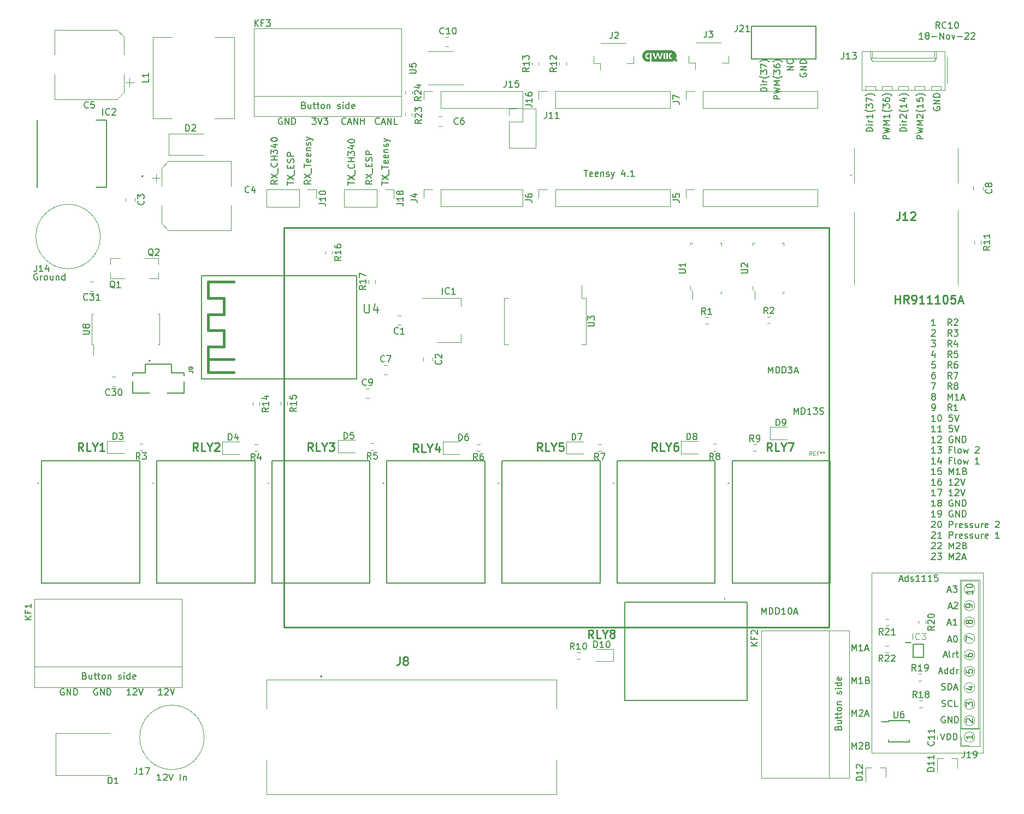
<source format=gbr>
%TF.GenerationSoftware,KiCad,Pcbnew,(5.1.10)-1*%
%TF.CreationDate,2022-11-19T08:35:40-06:00*%
%TF.ProjectId,RC10,52433130-2e6b-4696-9361-645f70636258,rev?*%
%TF.SameCoordinates,Original*%
%TF.FileFunction,Legend,Top*%
%TF.FilePolarity,Positive*%
%FSLAX46Y46*%
G04 Gerber Fmt 4.6, Leading zero omitted, Abs format (unit mm)*
G04 Created by KiCad (PCBNEW (5.1.10)-1) date 2022-11-19 08:35:40*
%MOMM*%
%LPD*%
G01*
G04 APERTURE LIST*
%ADD10C,0.150000*%
%ADD11C,0.127000*%
%ADD12C,0.200000*%
%ADD13C,0.120000*%
%ADD14C,0.254000*%
%ADD15C,0.406400*%
%ADD16C,0.100000*%
%ADD17C,0.010000*%
%ADD18C,0.125000*%
%ADD19C,0.015000*%
G04 APERTURE END LIST*
D10*
X68586504Y-35393380D02*
X69205552Y-35393380D01*
X68872219Y-35774333D01*
X69015076Y-35774333D01*
X69110314Y-35821952D01*
X69157933Y-35869571D01*
X69205552Y-35964809D01*
X69205552Y-36202904D01*
X69157933Y-36298142D01*
X69110314Y-36345761D01*
X69015076Y-36393380D01*
X68729361Y-36393380D01*
X68634123Y-36345761D01*
X68586504Y-36298142D01*
X69491266Y-35393380D02*
X69824600Y-36393380D01*
X70157933Y-35393380D01*
X70396028Y-35393380D02*
X71015076Y-35393380D01*
X70681742Y-35774333D01*
X70824600Y-35774333D01*
X70919838Y-35821952D01*
X70967457Y-35869571D01*
X71015076Y-35964809D01*
X71015076Y-36202904D01*
X70967457Y-36298142D01*
X70919838Y-36345761D01*
X70824600Y-36393380D01*
X70538885Y-36393380D01*
X70443647Y-36345761D01*
X70396028Y-36298142D01*
X79013180Y-36298142D02*
X78965561Y-36345761D01*
X78822704Y-36393380D01*
X78727466Y-36393380D01*
X78584609Y-36345761D01*
X78489371Y-36250523D01*
X78441752Y-36155285D01*
X78394133Y-35964809D01*
X78394133Y-35821952D01*
X78441752Y-35631476D01*
X78489371Y-35536238D01*
X78584609Y-35441000D01*
X78727466Y-35393380D01*
X78822704Y-35393380D01*
X78965561Y-35441000D01*
X79013180Y-35488619D01*
X79394133Y-36107666D02*
X79870323Y-36107666D01*
X79298895Y-36393380D02*
X79632228Y-35393380D01*
X79965561Y-36393380D01*
X80298895Y-36393380D02*
X80298895Y-35393380D01*
X80870323Y-36393380D01*
X80870323Y-35393380D01*
X81822704Y-36393380D02*
X81346514Y-36393380D01*
X81346514Y-35393380D01*
X73788733Y-36298142D02*
X73741114Y-36345761D01*
X73598257Y-36393380D01*
X73503019Y-36393380D01*
X73360161Y-36345761D01*
X73264923Y-36250523D01*
X73217304Y-36155285D01*
X73169685Y-35964809D01*
X73169685Y-35821952D01*
X73217304Y-35631476D01*
X73264923Y-35536238D01*
X73360161Y-35441000D01*
X73503019Y-35393380D01*
X73598257Y-35393380D01*
X73741114Y-35441000D01*
X73788733Y-35488619D01*
X74169685Y-36107666D02*
X74645876Y-36107666D01*
X74074447Y-36393380D02*
X74407780Y-35393380D01*
X74741114Y-36393380D01*
X75074447Y-36393380D02*
X75074447Y-35393380D01*
X75645876Y-36393380D01*
X75645876Y-35393380D01*
X76122066Y-36393380D02*
X76122066Y-35393380D01*
X76122066Y-35869571D02*
X76693495Y-35869571D01*
X76693495Y-36393380D02*
X76693495Y-35393380D01*
X63931895Y-35441000D02*
X63836657Y-35393380D01*
X63693800Y-35393380D01*
X63550942Y-35441000D01*
X63455704Y-35536238D01*
X63408085Y-35631476D01*
X63360466Y-35821952D01*
X63360466Y-35964809D01*
X63408085Y-36155285D01*
X63455704Y-36250523D01*
X63550942Y-36345761D01*
X63693800Y-36393380D01*
X63789038Y-36393380D01*
X63931895Y-36345761D01*
X63979514Y-36298142D01*
X63979514Y-35964809D01*
X63789038Y-35964809D01*
X64408085Y-36393380D02*
X64408085Y-35393380D01*
X64979514Y-36393380D01*
X64979514Y-35393380D01*
X65455704Y-36393380D02*
X65455704Y-35393380D01*
X65693800Y-35393380D01*
X65836657Y-35441000D01*
X65931895Y-35536238D01*
X65979514Y-35631476D01*
X66027133Y-35821952D01*
X66027133Y-35964809D01*
X65979514Y-36155285D01*
X65931895Y-36250523D01*
X65836657Y-36345761D01*
X65693800Y-36393380D01*
X65455704Y-36393380D01*
X79411580Y-45802086D02*
X79411580Y-45230658D01*
X80411580Y-45516372D02*
X79411580Y-45516372D01*
X79411580Y-44992562D02*
X80411580Y-44325896D01*
X79411580Y-44325896D02*
X80411580Y-44992562D01*
X80506819Y-44183039D02*
X80506819Y-43421134D01*
X79411580Y-43325896D02*
X79411580Y-42754467D01*
X80411580Y-43040181D02*
X79411580Y-43040181D01*
X80363961Y-42040181D02*
X80411580Y-42135419D01*
X80411580Y-42325896D01*
X80363961Y-42421134D01*
X80268723Y-42468753D01*
X79887771Y-42468753D01*
X79792533Y-42421134D01*
X79744914Y-42325896D01*
X79744914Y-42135419D01*
X79792533Y-42040181D01*
X79887771Y-41992562D01*
X79983009Y-41992562D01*
X80078247Y-42468753D01*
X80363961Y-41183039D02*
X80411580Y-41278277D01*
X80411580Y-41468753D01*
X80363961Y-41563991D01*
X80268723Y-41611610D01*
X79887771Y-41611610D01*
X79792533Y-41563991D01*
X79744914Y-41468753D01*
X79744914Y-41278277D01*
X79792533Y-41183039D01*
X79887771Y-41135419D01*
X79983009Y-41135419D01*
X80078247Y-41611610D01*
X79744914Y-40706848D02*
X80411580Y-40706848D01*
X79840152Y-40706848D02*
X79792533Y-40659229D01*
X79744914Y-40563991D01*
X79744914Y-40421134D01*
X79792533Y-40325896D01*
X79887771Y-40278277D01*
X80411580Y-40278277D01*
X80363961Y-39849705D02*
X80411580Y-39754467D01*
X80411580Y-39563991D01*
X80363961Y-39468753D01*
X80268723Y-39421134D01*
X80221104Y-39421134D01*
X80125866Y-39468753D01*
X80078247Y-39563991D01*
X80078247Y-39706848D01*
X80030628Y-39802086D01*
X79935390Y-39849705D01*
X79887771Y-39849705D01*
X79792533Y-39802086D01*
X79744914Y-39706848D01*
X79744914Y-39563991D01*
X79792533Y-39468753D01*
X79744914Y-39087800D02*
X80411580Y-38849705D01*
X79744914Y-38611610D02*
X80411580Y-38849705D01*
X80649676Y-38944943D01*
X80697295Y-38992562D01*
X80744914Y-39087800D01*
X77896980Y-45087800D02*
X77420790Y-45421133D01*
X77896980Y-45659229D02*
X76896980Y-45659229D01*
X76896980Y-45278276D01*
X76944600Y-45183038D01*
X76992219Y-45135419D01*
X77087457Y-45087800D01*
X77230314Y-45087800D01*
X77325552Y-45135419D01*
X77373171Y-45183038D01*
X77420790Y-45278276D01*
X77420790Y-45659229D01*
X76896980Y-44754467D02*
X77896980Y-44087800D01*
X76896980Y-44087800D02*
X77896980Y-44754467D01*
X77992219Y-43944943D02*
X77992219Y-43183038D01*
X77373171Y-42944943D02*
X77373171Y-42611610D01*
X77896980Y-42468752D02*
X77896980Y-42944943D01*
X76896980Y-42944943D01*
X76896980Y-42468752D01*
X77849361Y-42087800D02*
X77896980Y-41944943D01*
X77896980Y-41706848D01*
X77849361Y-41611610D01*
X77801742Y-41563990D01*
X77706504Y-41516371D01*
X77611266Y-41516371D01*
X77516028Y-41563990D01*
X77468409Y-41611610D01*
X77420790Y-41706848D01*
X77373171Y-41897324D01*
X77325552Y-41992562D01*
X77277933Y-42040181D01*
X77182695Y-42087800D01*
X77087457Y-42087800D01*
X76992219Y-42040181D01*
X76944600Y-41992562D01*
X76896980Y-41897324D01*
X76896980Y-41659229D01*
X76944600Y-41516371D01*
X77896980Y-41087800D02*
X76896980Y-41087800D01*
X76896980Y-40706848D01*
X76944600Y-40611610D01*
X76992219Y-40563990D01*
X77087457Y-40516371D01*
X77230314Y-40516371D01*
X77325552Y-40563990D01*
X77373171Y-40611610D01*
X77420790Y-40706848D01*
X77420790Y-41087800D01*
X74179180Y-45802086D02*
X74179180Y-45230657D01*
X75179180Y-45516371D02*
X74179180Y-45516371D01*
X74179180Y-44992562D02*
X75179180Y-44325895D01*
X74179180Y-44325895D02*
X75179180Y-44992562D01*
X75274419Y-44183038D02*
X75274419Y-43421133D01*
X75083942Y-42611609D02*
X75131561Y-42659228D01*
X75179180Y-42802086D01*
X75179180Y-42897324D01*
X75131561Y-43040181D01*
X75036323Y-43135419D01*
X74941085Y-43183038D01*
X74750609Y-43230657D01*
X74607752Y-43230657D01*
X74417276Y-43183038D01*
X74322038Y-43135419D01*
X74226800Y-43040181D01*
X74179180Y-42897324D01*
X74179180Y-42802086D01*
X74226800Y-42659228D01*
X74274419Y-42611609D01*
X75179180Y-42183038D02*
X74179180Y-42183038D01*
X74655371Y-42183038D02*
X74655371Y-41611609D01*
X75179180Y-41611609D02*
X74179180Y-41611609D01*
X74179180Y-41230657D02*
X74179180Y-40611609D01*
X74560133Y-40944943D01*
X74560133Y-40802086D01*
X74607752Y-40706848D01*
X74655371Y-40659228D01*
X74750609Y-40611609D01*
X74988704Y-40611609D01*
X75083942Y-40659228D01*
X75131561Y-40706848D01*
X75179180Y-40802086D01*
X75179180Y-41087800D01*
X75131561Y-41183038D01*
X75083942Y-41230657D01*
X74512514Y-39754467D02*
X75179180Y-39754467D01*
X74131561Y-39992562D02*
X74845847Y-40230657D01*
X74845847Y-39611609D01*
X74179180Y-39040181D02*
X74179180Y-38944943D01*
X74226800Y-38849705D01*
X74274419Y-38802086D01*
X74369657Y-38754467D01*
X74560133Y-38706848D01*
X74798228Y-38706848D01*
X74988704Y-38754467D01*
X75083942Y-38802086D01*
X75131561Y-38849705D01*
X75179180Y-38944943D01*
X75179180Y-39040181D01*
X75131561Y-39135419D01*
X75083942Y-39183038D01*
X74988704Y-39230657D01*
X74798228Y-39278276D01*
X74560133Y-39278276D01*
X74369657Y-39230657D01*
X74274419Y-39183038D01*
X74226800Y-39135419D01*
X74179180Y-39040181D01*
X68397380Y-45087800D02*
X67921190Y-45421133D01*
X68397380Y-45659229D02*
X67397380Y-45659229D01*
X67397380Y-45278276D01*
X67445000Y-45183038D01*
X67492619Y-45135419D01*
X67587857Y-45087800D01*
X67730714Y-45087800D01*
X67825952Y-45135419D01*
X67873571Y-45183038D01*
X67921190Y-45278276D01*
X67921190Y-45659229D01*
X67397380Y-44754467D02*
X68397380Y-44087800D01*
X67397380Y-44087800D02*
X68397380Y-44754467D01*
X68492619Y-43944943D02*
X68492619Y-43183038D01*
X67397380Y-43087800D02*
X67397380Y-42516371D01*
X68397380Y-42802086D02*
X67397380Y-42802086D01*
X68349761Y-41802086D02*
X68397380Y-41897324D01*
X68397380Y-42087800D01*
X68349761Y-42183038D01*
X68254523Y-42230657D01*
X67873571Y-42230657D01*
X67778333Y-42183038D01*
X67730714Y-42087800D01*
X67730714Y-41897324D01*
X67778333Y-41802086D01*
X67873571Y-41754467D01*
X67968809Y-41754467D01*
X68064047Y-42230657D01*
X68349761Y-40944943D02*
X68397380Y-41040181D01*
X68397380Y-41230657D01*
X68349761Y-41325895D01*
X68254523Y-41373514D01*
X67873571Y-41373514D01*
X67778333Y-41325895D01*
X67730714Y-41230657D01*
X67730714Y-41040181D01*
X67778333Y-40944943D01*
X67873571Y-40897324D01*
X67968809Y-40897324D01*
X68064047Y-41373514D01*
X67730714Y-40468752D02*
X68397380Y-40468752D01*
X67825952Y-40468752D02*
X67778333Y-40421133D01*
X67730714Y-40325895D01*
X67730714Y-40183038D01*
X67778333Y-40087800D01*
X67873571Y-40040181D01*
X68397380Y-40040181D01*
X68349761Y-39611610D02*
X68397380Y-39516371D01*
X68397380Y-39325895D01*
X68349761Y-39230657D01*
X68254523Y-39183038D01*
X68206904Y-39183038D01*
X68111666Y-39230657D01*
X68064047Y-39325895D01*
X68064047Y-39468752D01*
X68016428Y-39563991D01*
X67921190Y-39611610D01*
X67873571Y-39611610D01*
X67778333Y-39563991D01*
X67730714Y-39468752D01*
X67730714Y-39325895D01*
X67778333Y-39230657D01*
X67730714Y-38849705D02*
X68397380Y-38611610D01*
X67730714Y-38373514D02*
X68397380Y-38611610D01*
X68635476Y-38706848D01*
X68683095Y-38754467D01*
X68730714Y-38849705D01*
X64755780Y-45802086D02*
X64755780Y-45230658D01*
X65755780Y-45516372D02*
X64755780Y-45516372D01*
X64755780Y-44992562D02*
X65755780Y-44325896D01*
X64755780Y-44325896D02*
X65755780Y-44992562D01*
X65851019Y-44183038D02*
X65851019Y-43421134D01*
X65231971Y-43183038D02*
X65231971Y-42849705D01*
X65755780Y-42706848D02*
X65755780Y-43183038D01*
X64755780Y-43183038D01*
X64755780Y-42706848D01*
X65708161Y-42325896D02*
X65755780Y-42183038D01*
X65755780Y-41944943D01*
X65708161Y-41849705D01*
X65660542Y-41802086D01*
X65565304Y-41754467D01*
X65470066Y-41754467D01*
X65374828Y-41802086D01*
X65327209Y-41849705D01*
X65279590Y-41944943D01*
X65231971Y-42135419D01*
X65184352Y-42230658D01*
X65136733Y-42278277D01*
X65041495Y-42325896D01*
X64946257Y-42325896D01*
X64851019Y-42278277D01*
X64803400Y-42230658D01*
X64755780Y-42135419D01*
X64755780Y-41897324D01*
X64803400Y-41754467D01*
X65755780Y-41325896D02*
X64755780Y-41325896D01*
X64755780Y-40944943D01*
X64803400Y-40849705D01*
X64851019Y-40802086D01*
X64946257Y-40754467D01*
X65089114Y-40754467D01*
X65184352Y-40802086D01*
X65231971Y-40849705D01*
X65279590Y-40944943D01*
X65279590Y-41325896D01*
X63215780Y-45087800D02*
X62739590Y-45421133D01*
X63215780Y-45659228D02*
X62215780Y-45659228D01*
X62215780Y-45278276D01*
X62263400Y-45183038D01*
X62311019Y-45135419D01*
X62406257Y-45087800D01*
X62549114Y-45087800D01*
X62644352Y-45135419D01*
X62691971Y-45183038D01*
X62739590Y-45278276D01*
X62739590Y-45659228D01*
X62215780Y-44754466D02*
X63215780Y-44087800D01*
X62215780Y-44087800D02*
X63215780Y-44754466D01*
X63311019Y-43944942D02*
X63311019Y-43183038D01*
X63120542Y-42373514D02*
X63168161Y-42421133D01*
X63215780Y-42563990D01*
X63215780Y-42659228D01*
X63168161Y-42802085D01*
X63072923Y-42897323D01*
X62977685Y-42944942D01*
X62787209Y-42992561D01*
X62644352Y-42992561D01*
X62453876Y-42944942D01*
X62358638Y-42897323D01*
X62263400Y-42802085D01*
X62215780Y-42659228D01*
X62215780Y-42563990D01*
X62263400Y-42421133D01*
X62311019Y-42373514D01*
X63215780Y-41944942D02*
X62215780Y-41944942D01*
X62691971Y-41944942D02*
X62691971Y-41373514D01*
X63215780Y-41373514D02*
X62215780Y-41373514D01*
X62215780Y-40992561D02*
X62215780Y-40373514D01*
X62596733Y-40706847D01*
X62596733Y-40563990D01*
X62644352Y-40468752D01*
X62691971Y-40421133D01*
X62787209Y-40373514D01*
X63025304Y-40373514D01*
X63120542Y-40421133D01*
X63168161Y-40468752D01*
X63215780Y-40563990D01*
X63215780Y-40849704D01*
X63168161Y-40944942D01*
X63120542Y-40992561D01*
X62549114Y-39516371D02*
X63215780Y-39516371D01*
X62168161Y-39754466D02*
X62882447Y-39992561D01*
X62882447Y-39373514D01*
X62215780Y-38802085D02*
X62215780Y-38706847D01*
X62263400Y-38611609D01*
X62311019Y-38563990D01*
X62406257Y-38516371D01*
X62596733Y-38468752D01*
X62834828Y-38468752D01*
X63025304Y-38516371D01*
X63120542Y-38563990D01*
X63168161Y-38611609D01*
X63215780Y-38706847D01*
X63215780Y-38802085D01*
X63168161Y-38897323D01*
X63120542Y-38944942D01*
X63025304Y-38992561D01*
X62834828Y-39040180D01*
X62596733Y-39040180D01*
X62406257Y-38992561D01*
X62311019Y-38944942D01*
X62263400Y-38897323D01*
X62215780Y-38802085D01*
X144280000Y-28473304D02*
X144232380Y-28568542D01*
X144232380Y-28711400D01*
X144280000Y-28854257D01*
X144375238Y-28949495D01*
X144470476Y-28997114D01*
X144660952Y-29044733D01*
X144803809Y-29044733D01*
X144994285Y-28997114D01*
X145089523Y-28949495D01*
X145184761Y-28854257D01*
X145232380Y-28711400D01*
X145232380Y-28616161D01*
X145184761Y-28473304D01*
X145137142Y-28425685D01*
X144803809Y-28425685D01*
X144803809Y-28616161D01*
X145232380Y-27997114D02*
X144232380Y-27997114D01*
X145232380Y-27425685D01*
X144232380Y-27425685D01*
X145232380Y-26949495D02*
X144232380Y-26949495D01*
X144232380Y-26711400D01*
X144280000Y-26568542D01*
X144375238Y-26473304D01*
X144470476Y-26425685D01*
X144660952Y-26378066D01*
X144803809Y-26378066D01*
X144994285Y-26425685D01*
X145089523Y-26473304D01*
X145184761Y-26568542D01*
X145232380Y-26711400D01*
X145232380Y-26949495D01*
X143191912Y-27997114D02*
X142191912Y-27997114D01*
X143191912Y-27425685D01*
X142191912Y-27425685D01*
X143096674Y-26378066D02*
X143144293Y-26425685D01*
X143191912Y-26568542D01*
X143191912Y-26663780D01*
X143144293Y-26806638D01*
X143049055Y-26901876D01*
X142953817Y-26949495D01*
X142763341Y-26997114D01*
X142620484Y-26997114D01*
X142430008Y-26949495D01*
X142334770Y-26901876D01*
X142239532Y-26806638D01*
X142191912Y-26663780D01*
X142191912Y-26568542D01*
X142239532Y-26425685D01*
X142287151Y-26378066D01*
X141151446Y-32473304D02*
X140151446Y-32473304D01*
X140151446Y-32092352D01*
X140199066Y-31997114D01*
X140246685Y-31949495D01*
X140341923Y-31901875D01*
X140484780Y-31901875D01*
X140580018Y-31949495D01*
X140627637Y-31997114D01*
X140675256Y-32092352D01*
X140675256Y-32473304D01*
X140151446Y-31568542D02*
X141151446Y-31330447D01*
X140437161Y-31139971D01*
X141151446Y-30949495D01*
X140151446Y-30711399D01*
X141151446Y-30330447D02*
X140151446Y-30330447D01*
X140865732Y-29997114D01*
X140151446Y-29663780D01*
X141151446Y-29663780D01*
X141532399Y-28901875D02*
X141484780Y-28949495D01*
X141341923Y-29044733D01*
X141246685Y-29092352D01*
X141103827Y-29139971D01*
X140865732Y-29187590D01*
X140675256Y-29187590D01*
X140437161Y-29139971D01*
X140294304Y-29092352D01*
X140199066Y-29044733D01*
X140056208Y-28949495D01*
X140008589Y-28901875D01*
X140151446Y-28616161D02*
X140151446Y-27997114D01*
X140532399Y-28330447D01*
X140532399Y-28187590D01*
X140580018Y-28092352D01*
X140627637Y-28044733D01*
X140722875Y-27997114D01*
X140960970Y-27997114D01*
X141056208Y-28044733D01*
X141103827Y-28092352D01*
X141151446Y-28187590D01*
X141151446Y-28473304D01*
X141103827Y-28568542D01*
X141056208Y-28616161D01*
X140151446Y-27139971D02*
X140151446Y-27330447D01*
X140199066Y-27425685D01*
X140246685Y-27473304D01*
X140389542Y-27568542D01*
X140580018Y-27616161D01*
X140960970Y-27616161D01*
X141056208Y-27568542D01*
X141103827Y-27520923D01*
X141151446Y-27425685D01*
X141151446Y-27235209D01*
X141103827Y-27139971D01*
X141056208Y-27092352D01*
X140960970Y-27044733D01*
X140722875Y-27044733D01*
X140627637Y-27092352D01*
X140580018Y-27139971D01*
X140532399Y-27235209D01*
X140532399Y-27425685D01*
X140580018Y-27520923D01*
X140627637Y-27568542D01*
X140722875Y-27616161D01*
X141532399Y-26711399D02*
X141484780Y-26663780D01*
X141341923Y-26568542D01*
X141246685Y-26520923D01*
X141103827Y-26473304D01*
X140865732Y-26425685D01*
X140675256Y-26425685D01*
X140437161Y-26473304D01*
X140294304Y-26520923D01*
X140199066Y-26568542D01*
X140056208Y-26663780D01*
X140008589Y-26711399D01*
X139110980Y-31282828D02*
X138110980Y-31282828D01*
X138110980Y-31044733D01*
X138158600Y-30901876D01*
X138253838Y-30806637D01*
X138349076Y-30759018D01*
X138539552Y-30711399D01*
X138682409Y-30711399D01*
X138872885Y-30759018D01*
X138968123Y-30806637D01*
X139063361Y-30901876D01*
X139110980Y-31044733D01*
X139110980Y-31282828D01*
X139110980Y-30282828D02*
X138444314Y-30282828D01*
X138110980Y-30282828D02*
X138158600Y-30330447D01*
X138206219Y-30282828D01*
X138158600Y-30235209D01*
X138110980Y-30282828D01*
X138206219Y-30282828D01*
X139110980Y-29806637D02*
X138444314Y-29806637D01*
X138634790Y-29806637D02*
X138539552Y-29759018D01*
X138491933Y-29711399D01*
X138444314Y-29616161D01*
X138444314Y-29520923D01*
X139491933Y-28901876D02*
X139444314Y-28949495D01*
X139301457Y-29044733D01*
X139206219Y-29092352D01*
X139063361Y-29139971D01*
X138825266Y-29187590D01*
X138634790Y-29187590D01*
X138396695Y-29139971D01*
X138253838Y-29092352D01*
X138158600Y-29044733D01*
X138015742Y-28949495D01*
X137968123Y-28901876D01*
X138110980Y-28616161D02*
X138110980Y-27997114D01*
X138491933Y-28330447D01*
X138491933Y-28187590D01*
X138539552Y-28092352D01*
X138587171Y-28044733D01*
X138682409Y-27997114D01*
X138920504Y-27997114D01*
X139015742Y-28044733D01*
X139063361Y-28092352D01*
X139110980Y-28187590D01*
X139110980Y-28473304D01*
X139063361Y-28568542D01*
X139015742Y-28616161D01*
X138110980Y-27663780D02*
X138110980Y-26997114D01*
X139110980Y-27425685D01*
X139491933Y-26711399D02*
X139444314Y-26663780D01*
X139301457Y-26568542D01*
X139206219Y-26520923D01*
X139063361Y-26473304D01*
X138825266Y-26425685D01*
X138634790Y-26425685D01*
X138396695Y-26473304D01*
X138253838Y-26520923D01*
X138158600Y-26568542D01*
X138015742Y-26663780D01*
X137968123Y-26711399D01*
X164981000Y-33712257D02*
X164933380Y-33807495D01*
X164933380Y-33950353D01*
X164981000Y-34093210D01*
X165076238Y-34188448D01*
X165171476Y-34236067D01*
X165361952Y-34283686D01*
X165504809Y-34283686D01*
X165695285Y-34236067D01*
X165790523Y-34188448D01*
X165885761Y-34093210D01*
X165933380Y-33950353D01*
X165933380Y-33855114D01*
X165885761Y-33712257D01*
X165838142Y-33664638D01*
X165504809Y-33664638D01*
X165504809Y-33855114D01*
X165933380Y-33236067D02*
X164933380Y-33236067D01*
X165933380Y-32664638D01*
X164933380Y-32664638D01*
X165933380Y-32188448D02*
X164933380Y-32188448D01*
X164933380Y-31950353D01*
X164981000Y-31807495D01*
X165076238Y-31712257D01*
X165171476Y-31664638D01*
X165361952Y-31617019D01*
X165504809Y-31617019D01*
X165695285Y-31664638D01*
X165790523Y-31712257D01*
X165885761Y-31807495D01*
X165933380Y-31950353D01*
X165933380Y-32188448D01*
X163323530Y-38664638D02*
X162323530Y-38664638D01*
X162323530Y-38283685D01*
X162371150Y-38188447D01*
X162418769Y-38140828D01*
X162514007Y-38093209D01*
X162656864Y-38093209D01*
X162752102Y-38140828D01*
X162799721Y-38188447D01*
X162847340Y-38283685D01*
X162847340Y-38664638D01*
X162323530Y-37759876D02*
X163323530Y-37521780D01*
X162609245Y-37331304D01*
X163323530Y-37140828D01*
X162323530Y-36902733D01*
X163323530Y-36521780D02*
X162323530Y-36521780D01*
X163037816Y-36188447D01*
X162323530Y-35855114D01*
X163323530Y-35855114D01*
X162418769Y-35426542D02*
X162371150Y-35378923D01*
X162323530Y-35283685D01*
X162323530Y-35045590D01*
X162371150Y-34950352D01*
X162418769Y-34902733D01*
X162514007Y-34855114D01*
X162609245Y-34855114D01*
X162752102Y-34902733D01*
X163323530Y-35474161D01*
X163323530Y-34855114D01*
X163704483Y-34140828D02*
X163656864Y-34188447D01*
X163514007Y-34283685D01*
X163418769Y-34331304D01*
X163275911Y-34378923D01*
X163037816Y-34426542D01*
X162847340Y-34426542D01*
X162609245Y-34378923D01*
X162466388Y-34331304D01*
X162371150Y-34283685D01*
X162228292Y-34188447D01*
X162180673Y-34140828D01*
X163323530Y-33236066D02*
X163323530Y-33807495D01*
X163323530Y-33521780D02*
X162323530Y-33521780D01*
X162466388Y-33617018D01*
X162561626Y-33712257D01*
X162609245Y-33807495D01*
X162323530Y-32331304D02*
X162323530Y-32807495D01*
X162799721Y-32855114D01*
X162752102Y-32807495D01*
X162704483Y-32712257D01*
X162704483Y-32474161D01*
X162752102Y-32378923D01*
X162799721Y-32331304D01*
X162894959Y-32283685D01*
X163133054Y-32283685D01*
X163228292Y-32331304D01*
X163275911Y-32378923D01*
X163323530Y-32474161D01*
X163323530Y-32712257D01*
X163275911Y-32807495D01*
X163228292Y-32855114D01*
X163704483Y-31950352D02*
X163656864Y-31902733D01*
X163514007Y-31807495D01*
X163418769Y-31759876D01*
X163275911Y-31712257D01*
X163037816Y-31664638D01*
X162847340Y-31664638D01*
X162609245Y-31712257D01*
X162466388Y-31759876D01*
X162371150Y-31807495D01*
X162228292Y-31902733D01*
X162180673Y-31950352D01*
X160713680Y-37474161D02*
X159713680Y-37474161D01*
X159713680Y-37236066D01*
X159761300Y-37093209D01*
X159856538Y-36997971D01*
X159951776Y-36950352D01*
X160142252Y-36902733D01*
X160285109Y-36902733D01*
X160475585Y-36950352D01*
X160570823Y-36997971D01*
X160666061Y-37093209D01*
X160713680Y-37236066D01*
X160713680Y-37474161D01*
X160713680Y-36474161D02*
X160047014Y-36474161D01*
X159713680Y-36474161D02*
X159761300Y-36521780D01*
X159808919Y-36474161D01*
X159761300Y-36426542D01*
X159713680Y-36474161D01*
X159808919Y-36474161D01*
X160713680Y-35997971D02*
X160047014Y-35997971D01*
X160237490Y-35997971D02*
X160142252Y-35950352D01*
X160094633Y-35902733D01*
X160047014Y-35807495D01*
X160047014Y-35712257D01*
X159808919Y-35426542D02*
X159761300Y-35378923D01*
X159713680Y-35283685D01*
X159713680Y-35045590D01*
X159761300Y-34950352D01*
X159808919Y-34902733D01*
X159904157Y-34855114D01*
X159999395Y-34855114D01*
X160142252Y-34902733D01*
X160713680Y-35474161D01*
X160713680Y-34855114D01*
X161094633Y-34140828D02*
X161047014Y-34188447D01*
X160904157Y-34283685D01*
X160808919Y-34331304D01*
X160666061Y-34378923D01*
X160427966Y-34426542D01*
X160237490Y-34426542D01*
X159999395Y-34378923D01*
X159856538Y-34331304D01*
X159761300Y-34283685D01*
X159618442Y-34188447D01*
X159570823Y-34140828D01*
X160713680Y-33236066D02*
X160713680Y-33807495D01*
X160713680Y-33521780D02*
X159713680Y-33521780D01*
X159856538Y-33617019D01*
X159951776Y-33712257D01*
X159999395Y-33807495D01*
X160047014Y-32378923D02*
X160713680Y-32378923D01*
X159666061Y-32617019D02*
X160380347Y-32855114D01*
X160380347Y-32236066D01*
X161094633Y-31950352D02*
X161047014Y-31902733D01*
X160904157Y-31807495D01*
X160808919Y-31759876D01*
X160666061Y-31712257D01*
X160427966Y-31664638D01*
X160237490Y-31664638D01*
X159999395Y-31712257D01*
X159856538Y-31759876D01*
X159761300Y-31807495D01*
X159618442Y-31902733D01*
X159570823Y-31950352D01*
X158103830Y-38664638D02*
X157103830Y-38664638D01*
X157103830Y-38283685D01*
X157151450Y-38188447D01*
X157199069Y-38140828D01*
X157294307Y-38093209D01*
X157437164Y-38093209D01*
X157532402Y-38140828D01*
X157580021Y-38188447D01*
X157627640Y-38283685D01*
X157627640Y-38664638D01*
X157103830Y-37759876D02*
X158103830Y-37521780D01*
X157389545Y-37331304D01*
X158103830Y-37140828D01*
X157103830Y-36902733D01*
X158103830Y-36521780D02*
X157103830Y-36521780D01*
X157818116Y-36188447D01*
X157103830Y-35855114D01*
X158103830Y-35855114D01*
X158103830Y-34855114D02*
X158103830Y-35426542D01*
X158103830Y-35140828D02*
X157103830Y-35140828D01*
X157246688Y-35236066D01*
X157341926Y-35331304D01*
X157389545Y-35426542D01*
X158484783Y-34140828D02*
X158437164Y-34188447D01*
X158294307Y-34283685D01*
X158199069Y-34331304D01*
X158056211Y-34378923D01*
X157818116Y-34426542D01*
X157627640Y-34426542D01*
X157389545Y-34378923D01*
X157246688Y-34331304D01*
X157151450Y-34283685D01*
X157008592Y-34188447D01*
X156960973Y-34140828D01*
X157103830Y-33855114D02*
X157103830Y-33236066D01*
X157484783Y-33569399D01*
X157484783Y-33426542D01*
X157532402Y-33331304D01*
X157580021Y-33283685D01*
X157675259Y-33236066D01*
X157913354Y-33236066D01*
X158008592Y-33283685D01*
X158056211Y-33331304D01*
X158103830Y-33426542D01*
X158103830Y-33712257D01*
X158056211Y-33807495D01*
X158008592Y-33855114D01*
X157103830Y-32378923D02*
X157103830Y-32569399D01*
X157151450Y-32664638D01*
X157199069Y-32712257D01*
X157341926Y-32807495D01*
X157532402Y-32855114D01*
X157913354Y-32855114D01*
X158008592Y-32807495D01*
X158056211Y-32759876D01*
X158103830Y-32664638D01*
X158103830Y-32474161D01*
X158056211Y-32378923D01*
X158008592Y-32331304D01*
X157913354Y-32283685D01*
X157675259Y-32283685D01*
X157580021Y-32331304D01*
X157532402Y-32378923D01*
X157484783Y-32474161D01*
X157484783Y-32664638D01*
X157532402Y-32759876D01*
X157580021Y-32807495D01*
X157675259Y-32855114D01*
X158484783Y-31950352D02*
X158437164Y-31902733D01*
X158294307Y-31807495D01*
X158199069Y-31759876D01*
X158056211Y-31712257D01*
X157818116Y-31664638D01*
X157627640Y-31664638D01*
X157389545Y-31712257D01*
X157246688Y-31759876D01*
X157151450Y-31807495D01*
X157008592Y-31902733D01*
X156960973Y-31950352D01*
X155493980Y-37474161D02*
X154493980Y-37474161D01*
X154493980Y-37236066D01*
X154541600Y-37093209D01*
X154636838Y-36997971D01*
X154732076Y-36950352D01*
X154922552Y-36902733D01*
X155065409Y-36902733D01*
X155255885Y-36950352D01*
X155351123Y-36997971D01*
X155446361Y-37093209D01*
X155493980Y-37236066D01*
X155493980Y-37474161D01*
X155493980Y-36474161D02*
X154827314Y-36474161D01*
X154493980Y-36474161D02*
X154541600Y-36521780D01*
X154589219Y-36474161D01*
X154541600Y-36426542D01*
X154493980Y-36474161D01*
X154589219Y-36474161D01*
X155493980Y-35997971D02*
X154827314Y-35997971D01*
X155017790Y-35997971D02*
X154922552Y-35950352D01*
X154874933Y-35902733D01*
X154827314Y-35807495D01*
X154827314Y-35712257D01*
X155493980Y-34855114D02*
X155493980Y-35426542D01*
X155493980Y-35140828D02*
X154493980Y-35140828D01*
X154636838Y-35236066D01*
X154732076Y-35331304D01*
X154779695Y-35426542D01*
X155874933Y-34140828D02*
X155827314Y-34188447D01*
X155684457Y-34283685D01*
X155589219Y-34331304D01*
X155446361Y-34378923D01*
X155208266Y-34426542D01*
X155017790Y-34426542D01*
X154779695Y-34378923D01*
X154636838Y-34331304D01*
X154541600Y-34283685D01*
X154398742Y-34188447D01*
X154351123Y-34140828D01*
X154493980Y-33855114D02*
X154493980Y-33236066D01*
X154874933Y-33569400D01*
X154874933Y-33426542D01*
X154922552Y-33331304D01*
X154970171Y-33283685D01*
X155065409Y-33236066D01*
X155303504Y-33236066D01*
X155398742Y-33283685D01*
X155446361Y-33331304D01*
X155493980Y-33426542D01*
X155493980Y-33712257D01*
X155446361Y-33807495D01*
X155398742Y-33855114D01*
X154493980Y-32902733D02*
X154493980Y-32236066D01*
X155493980Y-32664638D01*
X155874933Y-31950352D02*
X155827314Y-31902733D01*
X155684457Y-31807495D01*
X155589219Y-31759876D01*
X155446361Y-31712257D01*
X155208266Y-31664638D01*
X155017790Y-31664638D01*
X154779695Y-31712257D01*
X154636838Y-31759876D01*
X154541600Y-31807495D01*
X154398742Y-31902733D01*
X154351123Y-31950352D01*
X110754019Y-43495980D02*
X111325447Y-43495980D01*
X111039733Y-44495980D02*
X111039733Y-43495980D01*
X112039733Y-44448361D02*
X111944495Y-44495980D01*
X111754019Y-44495980D01*
X111658780Y-44448361D01*
X111611161Y-44353123D01*
X111611161Y-43972171D01*
X111658780Y-43876933D01*
X111754019Y-43829314D01*
X111944495Y-43829314D01*
X112039733Y-43876933D01*
X112087352Y-43972171D01*
X112087352Y-44067409D01*
X111611161Y-44162647D01*
X112896876Y-44448361D02*
X112801638Y-44495980D01*
X112611161Y-44495980D01*
X112515923Y-44448361D01*
X112468304Y-44353123D01*
X112468304Y-43972171D01*
X112515923Y-43876933D01*
X112611161Y-43829314D01*
X112801638Y-43829314D01*
X112896876Y-43876933D01*
X112944495Y-43972171D01*
X112944495Y-44067409D01*
X112468304Y-44162647D01*
X113373066Y-43829314D02*
X113373066Y-44495980D01*
X113373066Y-43924552D02*
X113420685Y-43876933D01*
X113515923Y-43829314D01*
X113658780Y-43829314D01*
X113754019Y-43876933D01*
X113801638Y-43972171D01*
X113801638Y-44495980D01*
X114230209Y-44448361D02*
X114325447Y-44495980D01*
X114515923Y-44495980D01*
X114611161Y-44448361D01*
X114658780Y-44353123D01*
X114658780Y-44305504D01*
X114611161Y-44210266D01*
X114515923Y-44162647D01*
X114373066Y-44162647D01*
X114277828Y-44115028D01*
X114230209Y-44019790D01*
X114230209Y-43972171D01*
X114277828Y-43876933D01*
X114373066Y-43829314D01*
X114515923Y-43829314D01*
X114611161Y-43876933D01*
X114992114Y-43829314D02*
X115230209Y-44495980D01*
X115468304Y-43829314D02*
X115230209Y-44495980D01*
X115134971Y-44734076D01*
X115087352Y-44781695D01*
X114992114Y-44829314D01*
X117039733Y-43829314D02*
X117039733Y-44495980D01*
X116801638Y-43448361D02*
X116563542Y-44162647D01*
X117182590Y-44162647D01*
X117563542Y-44400742D02*
X117611161Y-44448361D01*
X117563542Y-44495980D01*
X117515923Y-44448361D01*
X117563542Y-44400742D01*
X117563542Y-44495980D01*
X118563542Y-44495980D02*
X117992114Y-44495980D01*
X118277828Y-44495980D02*
X118277828Y-43495980D01*
X118182590Y-43638838D01*
X118087352Y-43734076D01*
X117992114Y-43781695D01*
X152304905Y-133243580D02*
X152304905Y-132243580D01*
X152638238Y-132957866D01*
X152971571Y-132243580D01*
X152971571Y-133243580D01*
X153400143Y-132338819D02*
X153447762Y-132291200D01*
X153543000Y-132243580D01*
X153781095Y-132243580D01*
X153876333Y-132291200D01*
X153923952Y-132338819D01*
X153971571Y-132434057D01*
X153971571Y-132529295D01*
X153923952Y-132672152D01*
X153352524Y-133243580D01*
X153971571Y-133243580D01*
X154733476Y-132719771D02*
X154876333Y-132767390D01*
X154923952Y-132815009D01*
X154971571Y-132910247D01*
X154971571Y-133053104D01*
X154923952Y-133148342D01*
X154876333Y-133195961D01*
X154781095Y-133243580D01*
X154400143Y-133243580D01*
X154400143Y-132243580D01*
X154733476Y-132243580D01*
X154828714Y-132291200D01*
X154876333Y-132338819D01*
X154923952Y-132434057D01*
X154923952Y-132529295D01*
X154876333Y-132624533D01*
X154828714Y-132672152D01*
X154733476Y-132719771D01*
X154400143Y-132719771D01*
X152304904Y-128180512D02*
X152304904Y-127180512D01*
X152638238Y-127894798D01*
X152971571Y-127180512D01*
X152971571Y-128180512D01*
X153400142Y-127275751D02*
X153447761Y-127228132D01*
X153543000Y-127180512D01*
X153781095Y-127180512D01*
X153876333Y-127228132D01*
X153923952Y-127275751D01*
X153971571Y-127370989D01*
X153971571Y-127466227D01*
X153923952Y-127609084D01*
X153352523Y-128180512D01*
X153971571Y-128180512D01*
X154352523Y-127894798D02*
X154828714Y-127894798D01*
X154257285Y-128180512D02*
X154590619Y-127180512D01*
X154923952Y-128180512D01*
X152304905Y-123117446D02*
X152304905Y-122117446D01*
X152638238Y-122831732D01*
X152971571Y-122117446D01*
X152971571Y-123117446D01*
X153971571Y-123117446D02*
X153400143Y-123117446D01*
X153685857Y-123117446D02*
X153685857Y-122117446D01*
X153590619Y-122260304D01*
X153495381Y-122355542D01*
X153400143Y-122403161D01*
X154733476Y-122593637D02*
X154876333Y-122641256D01*
X154923952Y-122688875D01*
X154971571Y-122784113D01*
X154971571Y-122926970D01*
X154923952Y-123022208D01*
X154876333Y-123069827D01*
X154781095Y-123117446D01*
X154400143Y-123117446D01*
X154400143Y-122117446D01*
X154733476Y-122117446D01*
X154828714Y-122165066D01*
X154876333Y-122212685D01*
X154923952Y-122307923D01*
X154923952Y-122403161D01*
X154876333Y-122498399D01*
X154828714Y-122546018D01*
X154733476Y-122593637D01*
X154400143Y-122593637D01*
X152304904Y-118054380D02*
X152304904Y-117054380D01*
X152638238Y-117768666D01*
X152971571Y-117054380D01*
X152971571Y-118054380D01*
X153971571Y-118054380D02*
X153400142Y-118054380D01*
X153685857Y-118054380D02*
X153685857Y-117054380D01*
X153590619Y-117197238D01*
X153495380Y-117292476D01*
X153400142Y-117340095D01*
X154352523Y-117768666D02*
X154828714Y-117768666D01*
X154257285Y-118054380D02*
X154590619Y-117054380D01*
X154923952Y-118054380D01*
X40468609Y-124912380D02*
X39897180Y-124912380D01*
X40182895Y-124912380D02*
X40182895Y-123912380D01*
X40087657Y-124055238D01*
X39992418Y-124150476D01*
X39897180Y-124198095D01*
X40849561Y-124007619D02*
X40897180Y-123960000D01*
X40992418Y-123912380D01*
X41230514Y-123912380D01*
X41325752Y-123960000D01*
X41373371Y-124007619D01*
X41420990Y-124102857D01*
X41420990Y-124198095D01*
X41373371Y-124340952D01*
X40801942Y-124912380D01*
X41420990Y-124912380D01*
X41706704Y-123912380D02*
X42040037Y-124912380D01*
X42373371Y-123912380D01*
X35296552Y-123960000D02*
X35201314Y-123912380D01*
X35058457Y-123912380D01*
X34915599Y-123960000D01*
X34820361Y-124055238D01*
X34772742Y-124150476D01*
X34725123Y-124340952D01*
X34725123Y-124483809D01*
X34772742Y-124674285D01*
X34820361Y-124769523D01*
X34915599Y-124864761D01*
X35058457Y-124912380D01*
X35153695Y-124912380D01*
X35296552Y-124864761D01*
X35344171Y-124817142D01*
X35344171Y-124483809D01*
X35153695Y-124483809D01*
X35772742Y-124912380D02*
X35772742Y-123912380D01*
X36344171Y-124912380D01*
X36344171Y-123912380D01*
X36820361Y-124912380D02*
X36820361Y-123912380D01*
X37058457Y-123912380D01*
X37201314Y-123960000D01*
X37296552Y-124055238D01*
X37344171Y-124150476D01*
X37391790Y-124340952D01*
X37391790Y-124483809D01*
X37344171Y-124674285D01*
X37296552Y-124769523D01*
X37201314Y-124864761D01*
X37058457Y-124912380D01*
X36820361Y-124912380D01*
X45354952Y-124912380D02*
X44783523Y-124912380D01*
X45069238Y-124912380D02*
X45069238Y-123912380D01*
X44974000Y-124055238D01*
X44878761Y-124150476D01*
X44783523Y-124198095D01*
X45735904Y-124007619D02*
X45783523Y-123960000D01*
X45878761Y-123912380D01*
X46116857Y-123912380D01*
X46212095Y-123960000D01*
X46259714Y-124007619D01*
X46307333Y-124102857D01*
X46307333Y-124198095D01*
X46259714Y-124340952D01*
X45688285Y-124912380D01*
X46307333Y-124912380D01*
X46593047Y-123912380D02*
X46926380Y-124912380D01*
X47259714Y-123912380D01*
X30124495Y-123960000D02*
X30029257Y-123912380D01*
X29886400Y-123912380D01*
X29743542Y-123960000D01*
X29648304Y-124055238D01*
X29600685Y-124150476D01*
X29553066Y-124340952D01*
X29553066Y-124483809D01*
X29600685Y-124674285D01*
X29648304Y-124769523D01*
X29743542Y-124864761D01*
X29886400Y-124912380D01*
X29981638Y-124912380D01*
X30124495Y-124864761D01*
X30172114Y-124817142D01*
X30172114Y-124483809D01*
X29981638Y-124483809D01*
X30600685Y-124912380D02*
X30600685Y-123912380D01*
X31172114Y-124912380D01*
X31172114Y-123912380D01*
X31648304Y-124912380D02*
X31648304Y-123912380D01*
X31886400Y-123912380D01*
X32029257Y-123960000D01*
X32124495Y-124055238D01*
X32172114Y-124150476D01*
X32219733Y-124340952D01*
X32219733Y-124483809D01*
X32172114Y-124674285D01*
X32124495Y-124769523D01*
X32029257Y-124864761D01*
X31886400Y-124912380D01*
X31648304Y-124912380D01*
X165887542Y-21522180D02*
X165554209Y-21045990D01*
X165316114Y-21522180D02*
X165316114Y-20522180D01*
X165697066Y-20522180D01*
X165792304Y-20569800D01*
X165839923Y-20617419D01*
X165887542Y-20712657D01*
X165887542Y-20855514D01*
X165839923Y-20950752D01*
X165792304Y-20998371D01*
X165697066Y-21045990D01*
X165316114Y-21045990D01*
X166887542Y-21426942D02*
X166839923Y-21474561D01*
X166697066Y-21522180D01*
X166601828Y-21522180D01*
X166458971Y-21474561D01*
X166363733Y-21379323D01*
X166316114Y-21284085D01*
X166268495Y-21093609D01*
X166268495Y-20950752D01*
X166316114Y-20760276D01*
X166363733Y-20665038D01*
X166458971Y-20569800D01*
X166601828Y-20522180D01*
X166697066Y-20522180D01*
X166839923Y-20569800D01*
X166887542Y-20617419D01*
X167839923Y-21522180D02*
X167268495Y-21522180D01*
X167554209Y-21522180D02*
X167554209Y-20522180D01*
X167458971Y-20665038D01*
X167363733Y-20760276D01*
X167268495Y-20807895D01*
X168458971Y-20522180D02*
X168554209Y-20522180D01*
X168649447Y-20569800D01*
X168697066Y-20617419D01*
X168744685Y-20712657D01*
X168792304Y-20903133D01*
X168792304Y-21141228D01*
X168744685Y-21331704D01*
X168697066Y-21426942D01*
X168649447Y-21474561D01*
X168554209Y-21522180D01*
X168458971Y-21522180D01*
X168363733Y-21474561D01*
X168316114Y-21426942D01*
X168268495Y-21331704D01*
X168220876Y-21141228D01*
X168220876Y-20903133D01*
X168268495Y-20712657D01*
X168316114Y-20617419D01*
X168363733Y-20569800D01*
X168458971Y-20522180D01*
X163292304Y-23172180D02*
X162720876Y-23172180D01*
X163006590Y-23172180D02*
X163006590Y-22172180D01*
X162911352Y-22315038D01*
X162816114Y-22410276D01*
X162720876Y-22457895D01*
X163863733Y-22600752D02*
X163768495Y-22553133D01*
X163720876Y-22505514D01*
X163673257Y-22410276D01*
X163673257Y-22362657D01*
X163720876Y-22267419D01*
X163768495Y-22219800D01*
X163863733Y-22172180D01*
X164054209Y-22172180D01*
X164149447Y-22219800D01*
X164197066Y-22267419D01*
X164244685Y-22362657D01*
X164244685Y-22410276D01*
X164197066Y-22505514D01*
X164149447Y-22553133D01*
X164054209Y-22600752D01*
X163863733Y-22600752D01*
X163768495Y-22648371D01*
X163720876Y-22695990D01*
X163673257Y-22791228D01*
X163673257Y-22981704D01*
X163720876Y-23076942D01*
X163768495Y-23124561D01*
X163863733Y-23172180D01*
X164054209Y-23172180D01*
X164149447Y-23124561D01*
X164197066Y-23076942D01*
X164244685Y-22981704D01*
X164244685Y-22791228D01*
X164197066Y-22695990D01*
X164149447Y-22648371D01*
X164054209Y-22600752D01*
X164673257Y-22791228D02*
X165435161Y-22791228D01*
X165911352Y-23172180D02*
X165911352Y-22172180D01*
X166482780Y-23172180D01*
X166482780Y-22172180D01*
X167101828Y-23172180D02*
X167006590Y-23124561D01*
X166958971Y-23076942D01*
X166911352Y-22981704D01*
X166911352Y-22695990D01*
X166958971Y-22600752D01*
X167006590Y-22553133D01*
X167101828Y-22505514D01*
X167244685Y-22505514D01*
X167339923Y-22553133D01*
X167387542Y-22600752D01*
X167435161Y-22695990D01*
X167435161Y-22981704D01*
X167387542Y-23076942D01*
X167339923Y-23124561D01*
X167244685Y-23172180D01*
X167101828Y-23172180D01*
X167768495Y-22505514D02*
X168006590Y-23172180D01*
X168244685Y-22505514D01*
X168625638Y-22791228D02*
X169387542Y-22791228D01*
X169816114Y-22267419D02*
X169863733Y-22219800D01*
X169958971Y-22172180D01*
X170197066Y-22172180D01*
X170292304Y-22219800D01*
X170339923Y-22267419D01*
X170387542Y-22362657D01*
X170387542Y-22457895D01*
X170339923Y-22600752D01*
X169768495Y-23172180D01*
X170387542Y-23172180D01*
X170768495Y-22267419D02*
X170816114Y-22219800D01*
X170911352Y-22172180D01*
X171149447Y-22172180D01*
X171244685Y-22219800D01*
X171292304Y-22267419D01*
X171339923Y-22362657D01*
X171339923Y-22457895D01*
X171292304Y-22600752D01*
X170720876Y-23172180D01*
X171339923Y-23172180D01*
X165222804Y-67595580D02*
X164651376Y-67595580D01*
X164937090Y-67595580D02*
X164937090Y-66595580D01*
X164841852Y-66738438D01*
X164746614Y-66833676D01*
X164651376Y-66881295D01*
X167746614Y-67595580D02*
X167413280Y-67119390D01*
X167175185Y-67595580D02*
X167175185Y-66595580D01*
X167556138Y-66595580D01*
X167651376Y-66643200D01*
X167698995Y-66690819D01*
X167746614Y-66786057D01*
X167746614Y-66928914D01*
X167698995Y-67024152D01*
X167651376Y-67071771D01*
X167556138Y-67119390D01*
X167175185Y-67119390D01*
X168127566Y-66690819D02*
X168175185Y-66643200D01*
X168270423Y-66595580D01*
X168508519Y-66595580D01*
X168603757Y-66643200D01*
X168651376Y-66690819D01*
X168698995Y-66786057D01*
X168698995Y-66881295D01*
X168651376Y-67024152D01*
X168079947Y-67595580D01*
X168698995Y-67595580D01*
X164651376Y-68340819D02*
X164698995Y-68293200D01*
X164794233Y-68245580D01*
X165032328Y-68245580D01*
X165127566Y-68293200D01*
X165175185Y-68340819D01*
X165222804Y-68436057D01*
X165222804Y-68531295D01*
X165175185Y-68674152D01*
X164603757Y-69245580D01*
X165222804Y-69245580D01*
X167746614Y-69245580D02*
X167413280Y-68769390D01*
X167175185Y-69245580D02*
X167175185Y-68245580D01*
X167556138Y-68245580D01*
X167651376Y-68293200D01*
X167698995Y-68340819D01*
X167746614Y-68436057D01*
X167746614Y-68578914D01*
X167698995Y-68674152D01*
X167651376Y-68721771D01*
X167556138Y-68769390D01*
X167175185Y-68769390D01*
X168079947Y-68245580D02*
X168698995Y-68245580D01*
X168365661Y-68626533D01*
X168508519Y-68626533D01*
X168603757Y-68674152D01*
X168651376Y-68721771D01*
X168698995Y-68817009D01*
X168698995Y-69055104D01*
X168651376Y-69150342D01*
X168603757Y-69197961D01*
X168508519Y-69245580D01*
X168222804Y-69245580D01*
X168127566Y-69197961D01*
X168079947Y-69150342D01*
X164603757Y-69895580D02*
X165222804Y-69895580D01*
X164889471Y-70276533D01*
X165032328Y-70276533D01*
X165127566Y-70324152D01*
X165175185Y-70371771D01*
X165222804Y-70467009D01*
X165222804Y-70705104D01*
X165175185Y-70800342D01*
X165127566Y-70847961D01*
X165032328Y-70895580D01*
X164746614Y-70895580D01*
X164651376Y-70847961D01*
X164603757Y-70800342D01*
X167746614Y-70895580D02*
X167413280Y-70419390D01*
X167175185Y-70895580D02*
X167175185Y-69895580D01*
X167556138Y-69895580D01*
X167651376Y-69943200D01*
X167698995Y-69990819D01*
X167746614Y-70086057D01*
X167746614Y-70228914D01*
X167698995Y-70324152D01*
X167651376Y-70371771D01*
X167556138Y-70419390D01*
X167175185Y-70419390D01*
X168603757Y-70228914D02*
X168603757Y-70895580D01*
X168365661Y-69847961D02*
X168127566Y-70562247D01*
X168746614Y-70562247D01*
X165127566Y-71878914D02*
X165127566Y-72545580D01*
X164889471Y-71497961D02*
X164651376Y-72212247D01*
X165270423Y-72212247D01*
X167746614Y-72545580D02*
X167413280Y-72069390D01*
X167175185Y-72545580D02*
X167175185Y-71545580D01*
X167556138Y-71545580D01*
X167651376Y-71593200D01*
X167698995Y-71640819D01*
X167746614Y-71736057D01*
X167746614Y-71878914D01*
X167698995Y-71974152D01*
X167651376Y-72021771D01*
X167556138Y-72069390D01*
X167175185Y-72069390D01*
X168651376Y-71545580D02*
X168175185Y-71545580D01*
X168127566Y-72021771D01*
X168175185Y-71974152D01*
X168270423Y-71926533D01*
X168508519Y-71926533D01*
X168603757Y-71974152D01*
X168651376Y-72021771D01*
X168698995Y-72117009D01*
X168698995Y-72355104D01*
X168651376Y-72450342D01*
X168603757Y-72497961D01*
X168508519Y-72545580D01*
X168270423Y-72545580D01*
X168175185Y-72497961D01*
X168127566Y-72450342D01*
X165175185Y-73195580D02*
X164698995Y-73195580D01*
X164651376Y-73671771D01*
X164698995Y-73624152D01*
X164794233Y-73576533D01*
X165032328Y-73576533D01*
X165127566Y-73624152D01*
X165175185Y-73671771D01*
X165222804Y-73767009D01*
X165222804Y-74005104D01*
X165175185Y-74100342D01*
X165127566Y-74147961D01*
X165032328Y-74195580D01*
X164794233Y-74195580D01*
X164698995Y-74147961D01*
X164651376Y-74100342D01*
X167746614Y-74195580D02*
X167413280Y-73719390D01*
X167175185Y-74195580D02*
X167175185Y-73195580D01*
X167556138Y-73195580D01*
X167651376Y-73243200D01*
X167698995Y-73290819D01*
X167746614Y-73386057D01*
X167746614Y-73528914D01*
X167698995Y-73624152D01*
X167651376Y-73671771D01*
X167556138Y-73719390D01*
X167175185Y-73719390D01*
X168603757Y-73195580D02*
X168413280Y-73195580D01*
X168318042Y-73243200D01*
X168270423Y-73290819D01*
X168175185Y-73433676D01*
X168127566Y-73624152D01*
X168127566Y-74005104D01*
X168175185Y-74100342D01*
X168222804Y-74147961D01*
X168318042Y-74195580D01*
X168508519Y-74195580D01*
X168603757Y-74147961D01*
X168651376Y-74100342D01*
X168698995Y-74005104D01*
X168698995Y-73767009D01*
X168651376Y-73671771D01*
X168603757Y-73624152D01*
X168508519Y-73576533D01*
X168318042Y-73576533D01*
X168222804Y-73624152D01*
X168175185Y-73671771D01*
X168127566Y-73767009D01*
X165127566Y-74845580D02*
X164937090Y-74845580D01*
X164841852Y-74893200D01*
X164794233Y-74940819D01*
X164698995Y-75083676D01*
X164651376Y-75274152D01*
X164651376Y-75655104D01*
X164698995Y-75750342D01*
X164746614Y-75797961D01*
X164841852Y-75845580D01*
X165032328Y-75845580D01*
X165127566Y-75797961D01*
X165175185Y-75750342D01*
X165222804Y-75655104D01*
X165222804Y-75417009D01*
X165175185Y-75321771D01*
X165127566Y-75274152D01*
X165032328Y-75226533D01*
X164841852Y-75226533D01*
X164746614Y-75274152D01*
X164698995Y-75321771D01*
X164651376Y-75417009D01*
X167746614Y-75845580D02*
X167413280Y-75369390D01*
X167175185Y-75845580D02*
X167175185Y-74845580D01*
X167556138Y-74845580D01*
X167651376Y-74893200D01*
X167698995Y-74940819D01*
X167746614Y-75036057D01*
X167746614Y-75178914D01*
X167698995Y-75274152D01*
X167651376Y-75321771D01*
X167556138Y-75369390D01*
X167175185Y-75369390D01*
X168079947Y-74845580D02*
X168746614Y-74845580D01*
X168318042Y-75845580D01*
X164603757Y-76495580D02*
X165270423Y-76495580D01*
X164841852Y-77495580D01*
X167746614Y-77495580D02*
X167413280Y-77019390D01*
X167175185Y-77495580D02*
X167175185Y-76495580D01*
X167556138Y-76495580D01*
X167651376Y-76543200D01*
X167698995Y-76590819D01*
X167746614Y-76686057D01*
X167746614Y-76828914D01*
X167698995Y-76924152D01*
X167651376Y-76971771D01*
X167556138Y-77019390D01*
X167175185Y-77019390D01*
X168318042Y-76924152D02*
X168222804Y-76876533D01*
X168175185Y-76828914D01*
X168127566Y-76733676D01*
X168127566Y-76686057D01*
X168175185Y-76590819D01*
X168222804Y-76543200D01*
X168318042Y-76495580D01*
X168508519Y-76495580D01*
X168603757Y-76543200D01*
X168651376Y-76590819D01*
X168698995Y-76686057D01*
X168698995Y-76733676D01*
X168651376Y-76828914D01*
X168603757Y-76876533D01*
X168508519Y-76924152D01*
X168318042Y-76924152D01*
X168222804Y-76971771D01*
X168175185Y-77019390D01*
X168127566Y-77114628D01*
X168127566Y-77305104D01*
X168175185Y-77400342D01*
X168222804Y-77447961D01*
X168318042Y-77495580D01*
X168508519Y-77495580D01*
X168603757Y-77447961D01*
X168651376Y-77400342D01*
X168698995Y-77305104D01*
X168698995Y-77114628D01*
X168651376Y-77019390D01*
X168603757Y-76971771D01*
X168508519Y-76924152D01*
X164841852Y-78574152D02*
X164746614Y-78526533D01*
X164698995Y-78478914D01*
X164651376Y-78383676D01*
X164651376Y-78336057D01*
X164698995Y-78240819D01*
X164746614Y-78193200D01*
X164841852Y-78145580D01*
X165032328Y-78145580D01*
X165127566Y-78193200D01*
X165175185Y-78240819D01*
X165222804Y-78336057D01*
X165222804Y-78383676D01*
X165175185Y-78478914D01*
X165127566Y-78526533D01*
X165032328Y-78574152D01*
X164841852Y-78574152D01*
X164746614Y-78621771D01*
X164698995Y-78669390D01*
X164651376Y-78764628D01*
X164651376Y-78955104D01*
X164698995Y-79050342D01*
X164746614Y-79097961D01*
X164841852Y-79145580D01*
X165032328Y-79145580D01*
X165127566Y-79097961D01*
X165175185Y-79050342D01*
X165222804Y-78955104D01*
X165222804Y-78764628D01*
X165175185Y-78669390D01*
X165127566Y-78621771D01*
X165032328Y-78574152D01*
X167175185Y-79145580D02*
X167175185Y-78145580D01*
X167508519Y-78859866D01*
X167841852Y-78145580D01*
X167841852Y-79145580D01*
X168841852Y-79145580D02*
X168270423Y-79145580D01*
X168556138Y-79145580D02*
X168556138Y-78145580D01*
X168460900Y-78288438D01*
X168365661Y-78383676D01*
X168270423Y-78431295D01*
X169222804Y-78859866D02*
X169698995Y-78859866D01*
X169127566Y-79145580D02*
X169460900Y-78145580D01*
X169794233Y-79145580D01*
X164746614Y-80795580D02*
X164937090Y-80795580D01*
X165032328Y-80747961D01*
X165079947Y-80700342D01*
X165175185Y-80557485D01*
X165222804Y-80367009D01*
X165222804Y-79986057D01*
X165175185Y-79890819D01*
X165127566Y-79843200D01*
X165032328Y-79795580D01*
X164841852Y-79795580D01*
X164746614Y-79843200D01*
X164698995Y-79890819D01*
X164651376Y-79986057D01*
X164651376Y-80224152D01*
X164698995Y-80319390D01*
X164746614Y-80367009D01*
X164841852Y-80414628D01*
X165032328Y-80414628D01*
X165127566Y-80367009D01*
X165175185Y-80319390D01*
X165222804Y-80224152D01*
X167746614Y-80795580D02*
X167413280Y-80319390D01*
X167175185Y-80795580D02*
X167175185Y-79795580D01*
X167556138Y-79795580D01*
X167651376Y-79843200D01*
X167698995Y-79890819D01*
X167746614Y-79986057D01*
X167746614Y-80128914D01*
X167698995Y-80224152D01*
X167651376Y-80271771D01*
X167556138Y-80319390D01*
X167175185Y-80319390D01*
X168698995Y-80795580D02*
X168127566Y-80795580D01*
X168413280Y-80795580D02*
X168413280Y-79795580D01*
X168318042Y-79938438D01*
X168222804Y-80033676D01*
X168127566Y-80081295D01*
X165222804Y-82445580D02*
X164651376Y-82445580D01*
X164937090Y-82445580D02*
X164937090Y-81445580D01*
X164841852Y-81588438D01*
X164746614Y-81683676D01*
X164651376Y-81731295D01*
X165841852Y-81445580D02*
X165937090Y-81445580D01*
X166032328Y-81493200D01*
X166079947Y-81540819D01*
X166127566Y-81636057D01*
X166175185Y-81826533D01*
X166175185Y-82064628D01*
X166127566Y-82255104D01*
X166079947Y-82350342D01*
X166032328Y-82397961D01*
X165937090Y-82445580D01*
X165841852Y-82445580D01*
X165746614Y-82397961D01*
X165698995Y-82350342D01*
X165651376Y-82255104D01*
X165603757Y-82064628D01*
X165603757Y-81826533D01*
X165651376Y-81636057D01*
X165698995Y-81540819D01*
X165746614Y-81493200D01*
X165841852Y-81445580D01*
X167841852Y-81445580D02*
X167365661Y-81445580D01*
X167318042Y-81921771D01*
X167365661Y-81874152D01*
X167460900Y-81826533D01*
X167698995Y-81826533D01*
X167794233Y-81874152D01*
X167841852Y-81921771D01*
X167889471Y-82017009D01*
X167889471Y-82255104D01*
X167841852Y-82350342D01*
X167794233Y-82397961D01*
X167698995Y-82445580D01*
X167460900Y-82445580D01*
X167365661Y-82397961D01*
X167318042Y-82350342D01*
X168175185Y-81445580D02*
X168508519Y-82445580D01*
X168841852Y-81445580D01*
X165222804Y-84095580D02*
X164651376Y-84095580D01*
X164937090Y-84095580D02*
X164937090Y-83095580D01*
X164841852Y-83238438D01*
X164746614Y-83333676D01*
X164651376Y-83381295D01*
X166175185Y-84095580D02*
X165603757Y-84095580D01*
X165889471Y-84095580D02*
X165889471Y-83095580D01*
X165794233Y-83238438D01*
X165698995Y-83333676D01*
X165603757Y-83381295D01*
X167841852Y-83095580D02*
X167365661Y-83095580D01*
X167318042Y-83571771D01*
X167365661Y-83524152D01*
X167460900Y-83476533D01*
X167698995Y-83476533D01*
X167794233Y-83524152D01*
X167841852Y-83571771D01*
X167889471Y-83667009D01*
X167889471Y-83905104D01*
X167841852Y-84000342D01*
X167794233Y-84047961D01*
X167698995Y-84095580D01*
X167460900Y-84095580D01*
X167365661Y-84047961D01*
X167318042Y-84000342D01*
X168175185Y-83095580D02*
X168508519Y-84095580D01*
X168841852Y-83095580D01*
X165222804Y-85745580D02*
X164651376Y-85745580D01*
X164937090Y-85745580D02*
X164937090Y-84745580D01*
X164841852Y-84888438D01*
X164746614Y-84983676D01*
X164651376Y-85031295D01*
X165603757Y-84840819D02*
X165651376Y-84793200D01*
X165746614Y-84745580D01*
X165984709Y-84745580D01*
X166079947Y-84793200D01*
X166127566Y-84840819D01*
X166175185Y-84936057D01*
X166175185Y-85031295D01*
X166127566Y-85174152D01*
X165556138Y-85745580D01*
X166175185Y-85745580D01*
X167889471Y-84793200D02*
X167794233Y-84745580D01*
X167651376Y-84745580D01*
X167508519Y-84793200D01*
X167413280Y-84888438D01*
X167365661Y-84983676D01*
X167318042Y-85174152D01*
X167318042Y-85317009D01*
X167365661Y-85507485D01*
X167413280Y-85602723D01*
X167508519Y-85697961D01*
X167651376Y-85745580D01*
X167746614Y-85745580D01*
X167889471Y-85697961D01*
X167937090Y-85650342D01*
X167937090Y-85317009D01*
X167746614Y-85317009D01*
X168365661Y-85745580D02*
X168365661Y-84745580D01*
X168937090Y-85745580D01*
X168937090Y-84745580D01*
X169413280Y-85745580D02*
X169413280Y-84745580D01*
X169651376Y-84745580D01*
X169794233Y-84793200D01*
X169889471Y-84888438D01*
X169937090Y-84983676D01*
X169984709Y-85174152D01*
X169984709Y-85317009D01*
X169937090Y-85507485D01*
X169889471Y-85602723D01*
X169794233Y-85697961D01*
X169651376Y-85745580D01*
X169413280Y-85745580D01*
X165222804Y-87395580D02*
X164651376Y-87395580D01*
X164937090Y-87395580D02*
X164937090Y-86395580D01*
X164841852Y-86538438D01*
X164746614Y-86633676D01*
X164651376Y-86681295D01*
X165556138Y-86395580D02*
X166175185Y-86395580D01*
X165841852Y-86776533D01*
X165984709Y-86776533D01*
X166079947Y-86824152D01*
X166127566Y-86871771D01*
X166175185Y-86967009D01*
X166175185Y-87205104D01*
X166127566Y-87300342D01*
X166079947Y-87347961D01*
X165984709Y-87395580D01*
X165698995Y-87395580D01*
X165603757Y-87347961D01*
X165556138Y-87300342D01*
X167698995Y-86871771D02*
X167365661Y-86871771D01*
X167365661Y-87395580D02*
X167365661Y-86395580D01*
X167841852Y-86395580D01*
X168365661Y-87395580D02*
X168270423Y-87347961D01*
X168222804Y-87252723D01*
X168222804Y-86395580D01*
X168889471Y-87395580D02*
X168794233Y-87347961D01*
X168746614Y-87300342D01*
X168698995Y-87205104D01*
X168698995Y-86919390D01*
X168746614Y-86824152D01*
X168794233Y-86776533D01*
X168889471Y-86728914D01*
X169032328Y-86728914D01*
X169127566Y-86776533D01*
X169175185Y-86824152D01*
X169222804Y-86919390D01*
X169222804Y-87205104D01*
X169175185Y-87300342D01*
X169127566Y-87347961D01*
X169032328Y-87395580D01*
X168889471Y-87395580D01*
X169556138Y-86728914D02*
X169746614Y-87395580D01*
X169937090Y-86919390D01*
X170127566Y-87395580D01*
X170318042Y-86728914D01*
X171413280Y-86490819D02*
X171460900Y-86443200D01*
X171556138Y-86395580D01*
X171794233Y-86395580D01*
X171889471Y-86443200D01*
X171937090Y-86490819D01*
X171984709Y-86586057D01*
X171984709Y-86681295D01*
X171937090Y-86824152D01*
X171365661Y-87395580D01*
X171984709Y-87395580D01*
X165222804Y-89045580D02*
X164651376Y-89045580D01*
X164937090Y-89045580D02*
X164937090Y-88045580D01*
X164841852Y-88188438D01*
X164746614Y-88283676D01*
X164651376Y-88331295D01*
X166079947Y-88378914D02*
X166079947Y-89045580D01*
X165841852Y-87997961D02*
X165603757Y-88712247D01*
X166222804Y-88712247D01*
X167698995Y-88521771D02*
X167365661Y-88521771D01*
X167365661Y-89045580D02*
X167365661Y-88045580D01*
X167841852Y-88045580D01*
X168365661Y-89045580D02*
X168270423Y-88997961D01*
X168222804Y-88902723D01*
X168222804Y-88045580D01*
X168889471Y-89045580D02*
X168794233Y-88997961D01*
X168746614Y-88950342D01*
X168698995Y-88855104D01*
X168698995Y-88569390D01*
X168746614Y-88474152D01*
X168794233Y-88426533D01*
X168889471Y-88378914D01*
X169032328Y-88378914D01*
X169127566Y-88426533D01*
X169175185Y-88474152D01*
X169222804Y-88569390D01*
X169222804Y-88855104D01*
X169175185Y-88950342D01*
X169127566Y-88997961D01*
X169032328Y-89045580D01*
X168889471Y-89045580D01*
X169556138Y-88378914D02*
X169746614Y-89045580D01*
X169937090Y-88569390D01*
X170127566Y-89045580D01*
X170318042Y-88378914D01*
X171984709Y-89045580D02*
X171413280Y-89045580D01*
X171698995Y-89045580D02*
X171698995Y-88045580D01*
X171603757Y-88188438D01*
X171508519Y-88283676D01*
X171413280Y-88331295D01*
X165222804Y-90695580D02*
X164651376Y-90695580D01*
X164937090Y-90695580D02*
X164937090Y-89695580D01*
X164841852Y-89838438D01*
X164746614Y-89933676D01*
X164651376Y-89981295D01*
X166127566Y-89695580D02*
X165651376Y-89695580D01*
X165603757Y-90171771D01*
X165651376Y-90124152D01*
X165746614Y-90076533D01*
X165984709Y-90076533D01*
X166079947Y-90124152D01*
X166127566Y-90171771D01*
X166175185Y-90267009D01*
X166175185Y-90505104D01*
X166127566Y-90600342D01*
X166079947Y-90647961D01*
X165984709Y-90695580D01*
X165746614Y-90695580D01*
X165651376Y-90647961D01*
X165603757Y-90600342D01*
X167365661Y-90695580D02*
X167365661Y-89695580D01*
X167698995Y-90409866D01*
X168032328Y-89695580D01*
X168032328Y-90695580D01*
X169032328Y-90695580D02*
X168460900Y-90695580D01*
X168746614Y-90695580D02*
X168746614Y-89695580D01*
X168651376Y-89838438D01*
X168556138Y-89933676D01*
X168460900Y-89981295D01*
X169794233Y-90171771D02*
X169937090Y-90219390D01*
X169984709Y-90267009D01*
X170032328Y-90362247D01*
X170032328Y-90505104D01*
X169984709Y-90600342D01*
X169937090Y-90647961D01*
X169841852Y-90695580D01*
X169460900Y-90695580D01*
X169460900Y-89695580D01*
X169794233Y-89695580D01*
X169889471Y-89743200D01*
X169937090Y-89790819D01*
X169984709Y-89886057D01*
X169984709Y-89981295D01*
X169937090Y-90076533D01*
X169889471Y-90124152D01*
X169794233Y-90171771D01*
X169460900Y-90171771D01*
X165222804Y-92345580D02*
X164651376Y-92345580D01*
X164937090Y-92345580D02*
X164937090Y-91345580D01*
X164841852Y-91488438D01*
X164746614Y-91583676D01*
X164651376Y-91631295D01*
X166079947Y-91345580D02*
X165889471Y-91345580D01*
X165794233Y-91393200D01*
X165746614Y-91440819D01*
X165651376Y-91583676D01*
X165603757Y-91774152D01*
X165603757Y-92155104D01*
X165651376Y-92250342D01*
X165698995Y-92297961D01*
X165794233Y-92345580D01*
X165984709Y-92345580D01*
X166079947Y-92297961D01*
X166127566Y-92250342D01*
X166175185Y-92155104D01*
X166175185Y-91917009D01*
X166127566Y-91821771D01*
X166079947Y-91774152D01*
X165984709Y-91726533D01*
X165794233Y-91726533D01*
X165698995Y-91774152D01*
X165651376Y-91821771D01*
X165603757Y-91917009D01*
X167889471Y-92345580D02*
X167318042Y-92345580D01*
X167603757Y-92345580D02*
X167603757Y-91345580D01*
X167508519Y-91488438D01*
X167413280Y-91583676D01*
X167318042Y-91631295D01*
X168270423Y-91440819D02*
X168318042Y-91393200D01*
X168413280Y-91345580D01*
X168651376Y-91345580D01*
X168746614Y-91393200D01*
X168794233Y-91440819D01*
X168841852Y-91536057D01*
X168841852Y-91631295D01*
X168794233Y-91774152D01*
X168222804Y-92345580D01*
X168841852Y-92345580D01*
X169127566Y-91345580D02*
X169460900Y-92345580D01*
X169794233Y-91345580D01*
X165222804Y-93995580D02*
X164651376Y-93995580D01*
X164937090Y-93995580D02*
X164937090Y-92995580D01*
X164841852Y-93138438D01*
X164746614Y-93233676D01*
X164651376Y-93281295D01*
X165556138Y-92995580D02*
X166222804Y-92995580D01*
X165794233Y-93995580D01*
X167889471Y-93995580D02*
X167318042Y-93995580D01*
X167603757Y-93995580D02*
X167603757Y-92995580D01*
X167508519Y-93138438D01*
X167413280Y-93233676D01*
X167318042Y-93281295D01*
X168270423Y-93090819D02*
X168318042Y-93043200D01*
X168413280Y-92995580D01*
X168651376Y-92995580D01*
X168746614Y-93043200D01*
X168794233Y-93090819D01*
X168841852Y-93186057D01*
X168841852Y-93281295D01*
X168794233Y-93424152D01*
X168222804Y-93995580D01*
X168841852Y-93995580D01*
X169127566Y-92995580D02*
X169460900Y-93995580D01*
X169794233Y-92995580D01*
X165222804Y-95645580D02*
X164651376Y-95645580D01*
X164937090Y-95645580D02*
X164937090Y-94645580D01*
X164841852Y-94788438D01*
X164746614Y-94883676D01*
X164651376Y-94931295D01*
X165794233Y-95074152D02*
X165698995Y-95026533D01*
X165651376Y-94978914D01*
X165603757Y-94883676D01*
X165603757Y-94836057D01*
X165651376Y-94740819D01*
X165698995Y-94693200D01*
X165794233Y-94645580D01*
X165984709Y-94645580D01*
X166079947Y-94693200D01*
X166127566Y-94740819D01*
X166175185Y-94836057D01*
X166175185Y-94883676D01*
X166127566Y-94978914D01*
X166079947Y-95026533D01*
X165984709Y-95074152D01*
X165794233Y-95074152D01*
X165698995Y-95121771D01*
X165651376Y-95169390D01*
X165603757Y-95264628D01*
X165603757Y-95455104D01*
X165651376Y-95550342D01*
X165698995Y-95597961D01*
X165794233Y-95645580D01*
X165984709Y-95645580D01*
X166079947Y-95597961D01*
X166127566Y-95550342D01*
X166175185Y-95455104D01*
X166175185Y-95264628D01*
X166127566Y-95169390D01*
X166079947Y-95121771D01*
X165984709Y-95074152D01*
X167889471Y-94693200D02*
X167794233Y-94645580D01*
X167651376Y-94645580D01*
X167508519Y-94693200D01*
X167413280Y-94788438D01*
X167365661Y-94883676D01*
X167318042Y-95074152D01*
X167318042Y-95217009D01*
X167365661Y-95407485D01*
X167413280Y-95502723D01*
X167508519Y-95597961D01*
X167651376Y-95645580D01*
X167746614Y-95645580D01*
X167889471Y-95597961D01*
X167937090Y-95550342D01*
X167937090Y-95217009D01*
X167746614Y-95217009D01*
X168365661Y-95645580D02*
X168365661Y-94645580D01*
X168937090Y-95645580D01*
X168937090Y-94645580D01*
X169413280Y-95645580D02*
X169413280Y-94645580D01*
X169651376Y-94645580D01*
X169794233Y-94693200D01*
X169889471Y-94788438D01*
X169937090Y-94883676D01*
X169984709Y-95074152D01*
X169984709Y-95217009D01*
X169937090Y-95407485D01*
X169889471Y-95502723D01*
X169794233Y-95597961D01*
X169651376Y-95645580D01*
X169413280Y-95645580D01*
X165222804Y-97295580D02*
X164651376Y-97295580D01*
X164937090Y-97295580D02*
X164937090Y-96295580D01*
X164841852Y-96438438D01*
X164746614Y-96533676D01*
X164651376Y-96581295D01*
X165698995Y-97295580D02*
X165889471Y-97295580D01*
X165984709Y-97247961D01*
X166032328Y-97200342D01*
X166127566Y-97057485D01*
X166175185Y-96867009D01*
X166175185Y-96486057D01*
X166127566Y-96390819D01*
X166079947Y-96343200D01*
X165984709Y-96295580D01*
X165794233Y-96295580D01*
X165698995Y-96343200D01*
X165651376Y-96390819D01*
X165603757Y-96486057D01*
X165603757Y-96724152D01*
X165651376Y-96819390D01*
X165698995Y-96867009D01*
X165794233Y-96914628D01*
X165984709Y-96914628D01*
X166079947Y-96867009D01*
X166127566Y-96819390D01*
X166175185Y-96724152D01*
X167889471Y-96343200D02*
X167794233Y-96295580D01*
X167651376Y-96295580D01*
X167508519Y-96343200D01*
X167413280Y-96438438D01*
X167365661Y-96533676D01*
X167318042Y-96724152D01*
X167318042Y-96867009D01*
X167365661Y-97057485D01*
X167413280Y-97152723D01*
X167508519Y-97247961D01*
X167651376Y-97295580D01*
X167746614Y-97295580D01*
X167889471Y-97247961D01*
X167937090Y-97200342D01*
X167937090Y-96867009D01*
X167746614Y-96867009D01*
X168365661Y-97295580D02*
X168365661Y-96295580D01*
X168937090Y-97295580D01*
X168937090Y-96295580D01*
X169413280Y-97295580D02*
X169413280Y-96295580D01*
X169651376Y-96295580D01*
X169794233Y-96343200D01*
X169889471Y-96438438D01*
X169937090Y-96533676D01*
X169984709Y-96724152D01*
X169984709Y-96867009D01*
X169937090Y-97057485D01*
X169889471Y-97152723D01*
X169794233Y-97247961D01*
X169651376Y-97295580D01*
X169413280Y-97295580D01*
X164651376Y-98040819D02*
X164698995Y-97993200D01*
X164794233Y-97945580D01*
X165032328Y-97945580D01*
X165127566Y-97993200D01*
X165175185Y-98040819D01*
X165222804Y-98136057D01*
X165222804Y-98231295D01*
X165175185Y-98374152D01*
X164603757Y-98945580D01*
X165222804Y-98945580D01*
X165841852Y-97945580D02*
X165937090Y-97945580D01*
X166032328Y-97993200D01*
X166079947Y-98040819D01*
X166127566Y-98136057D01*
X166175185Y-98326533D01*
X166175185Y-98564628D01*
X166127566Y-98755104D01*
X166079947Y-98850342D01*
X166032328Y-98897961D01*
X165937090Y-98945580D01*
X165841852Y-98945580D01*
X165746614Y-98897961D01*
X165698995Y-98850342D01*
X165651376Y-98755104D01*
X165603757Y-98564628D01*
X165603757Y-98326533D01*
X165651376Y-98136057D01*
X165698995Y-98040819D01*
X165746614Y-97993200D01*
X165841852Y-97945580D01*
X167365661Y-98945580D02*
X167365661Y-97945580D01*
X167746614Y-97945580D01*
X167841852Y-97993200D01*
X167889471Y-98040819D01*
X167937090Y-98136057D01*
X167937090Y-98278914D01*
X167889471Y-98374152D01*
X167841852Y-98421771D01*
X167746614Y-98469390D01*
X167365661Y-98469390D01*
X168365661Y-98945580D02*
X168365661Y-98278914D01*
X168365661Y-98469390D02*
X168413280Y-98374152D01*
X168460900Y-98326533D01*
X168556138Y-98278914D01*
X168651376Y-98278914D01*
X169365661Y-98897961D02*
X169270423Y-98945580D01*
X169079947Y-98945580D01*
X168984709Y-98897961D01*
X168937090Y-98802723D01*
X168937090Y-98421771D01*
X168984709Y-98326533D01*
X169079947Y-98278914D01*
X169270423Y-98278914D01*
X169365661Y-98326533D01*
X169413280Y-98421771D01*
X169413280Y-98517009D01*
X168937090Y-98612247D01*
X169794233Y-98897961D02*
X169889471Y-98945580D01*
X170079947Y-98945580D01*
X170175185Y-98897961D01*
X170222804Y-98802723D01*
X170222804Y-98755104D01*
X170175185Y-98659866D01*
X170079947Y-98612247D01*
X169937090Y-98612247D01*
X169841852Y-98564628D01*
X169794233Y-98469390D01*
X169794233Y-98421771D01*
X169841852Y-98326533D01*
X169937090Y-98278914D01*
X170079947Y-98278914D01*
X170175185Y-98326533D01*
X170603757Y-98897961D02*
X170698995Y-98945580D01*
X170889471Y-98945580D01*
X170984709Y-98897961D01*
X171032328Y-98802723D01*
X171032328Y-98755104D01*
X170984709Y-98659866D01*
X170889471Y-98612247D01*
X170746614Y-98612247D01*
X170651376Y-98564628D01*
X170603757Y-98469390D01*
X170603757Y-98421771D01*
X170651376Y-98326533D01*
X170746614Y-98278914D01*
X170889471Y-98278914D01*
X170984709Y-98326533D01*
X171889471Y-98278914D02*
X171889471Y-98945580D01*
X171460900Y-98278914D02*
X171460900Y-98802723D01*
X171508519Y-98897961D01*
X171603757Y-98945580D01*
X171746614Y-98945580D01*
X171841852Y-98897961D01*
X171889471Y-98850342D01*
X172365661Y-98945580D02*
X172365661Y-98278914D01*
X172365661Y-98469390D02*
X172413280Y-98374152D01*
X172460900Y-98326533D01*
X172556138Y-98278914D01*
X172651376Y-98278914D01*
X173365661Y-98897961D02*
X173270423Y-98945580D01*
X173079947Y-98945580D01*
X172984709Y-98897961D01*
X172937090Y-98802723D01*
X172937090Y-98421771D01*
X172984709Y-98326533D01*
X173079947Y-98278914D01*
X173270423Y-98278914D01*
X173365661Y-98326533D01*
X173413280Y-98421771D01*
X173413280Y-98517009D01*
X172937090Y-98612247D01*
X174556138Y-98040819D02*
X174603757Y-97993200D01*
X174698995Y-97945580D01*
X174937090Y-97945580D01*
X175032328Y-97993200D01*
X175079947Y-98040819D01*
X175127566Y-98136057D01*
X175127566Y-98231295D01*
X175079947Y-98374152D01*
X174508519Y-98945580D01*
X175127566Y-98945580D01*
X164651376Y-99690819D02*
X164698995Y-99643200D01*
X164794233Y-99595580D01*
X165032328Y-99595580D01*
X165127566Y-99643200D01*
X165175185Y-99690819D01*
X165222804Y-99786057D01*
X165222804Y-99881295D01*
X165175185Y-100024152D01*
X164603757Y-100595580D01*
X165222804Y-100595580D01*
X166175185Y-100595580D02*
X165603757Y-100595580D01*
X165889471Y-100595580D02*
X165889471Y-99595580D01*
X165794233Y-99738438D01*
X165698995Y-99833676D01*
X165603757Y-99881295D01*
X167365661Y-100595580D02*
X167365661Y-99595580D01*
X167746614Y-99595580D01*
X167841852Y-99643200D01*
X167889471Y-99690819D01*
X167937090Y-99786057D01*
X167937090Y-99928914D01*
X167889471Y-100024152D01*
X167841852Y-100071771D01*
X167746614Y-100119390D01*
X167365661Y-100119390D01*
X168365661Y-100595580D02*
X168365661Y-99928914D01*
X168365661Y-100119390D02*
X168413280Y-100024152D01*
X168460900Y-99976533D01*
X168556138Y-99928914D01*
X168651376Y-99928914D01*
X169365661Y-100547961D02*
X169270423Y-100595580D01*
X169079947Y-100595580D01*
X168984709Y-100547961D01*
X168937090Y-100452723D01*
X168937090Y-100071771D01*
X168984709Y-99976533D01*
X169079947Y-99928914D01*
X169270423Y-99928914D01*
X169365661Y-99976533D01*
X169413280Y-100071771D01*
X169413280Y-100167009D01*
X168937090Y-100262247D01*
X169794233Y-100547961D02*
X169889471Y-100595580D01*
X170079947Y-100595580D01*
X170175185Y-100547961D01*
X170222804Y-100452723D01*
X170222804Y-100405104D01*
X170175185Y-100309866D01*
X170079947Y-100262247D01*
X169937090Y-100262247D01*
X169841852Y-100214628D01*
X169794233Y-100119390D01*
X169794233Y-100071771D01*
X169841852Y-99976533D01*
X169937090Y-99928914D01*
X170079947Y-99928914D01*
X170175185Y-99976533D01*
X170603757Y-100547961D02*
X170698995Y-100595580D01*
X170889471Y-100595580D01*
X170984709Y-100547961D01*
X171032328Y-100452723D01*
X171032328Y-100405104D01*
X170984709Y-100309866D01*
X170889471Y-100262247D01*
X170746614Y-100262247D01*
X170651376Y-100214628D01*
X170603757Y-100119390D01*
X170603757Y-100071771D01*
X170651376Y-99976533D01*
X170746614Y-99928914D01*
X170889471Y-99928914D01*
X170984709Y-99976533D01*
X171889471Y-99928914D02*
X171889471Y-100595580D01*
X171460900Y-99928914D02*
X171460900Y-100452723D01*
X171508519Y-100547961D01*
X171603757Y-100595580D01*
X171746614Y-100595580D01*
X171841852Y-100547961D01*
X171889471Y-100500342D01*
X172365661Y-100595580D02*
X172365661Y-99928914D01*
X172365661Y-100119390D02*
X172413280Y-100024152D01*
X172460900Y-99976533D01*
X172556138Y-99928914D01*
X172651376Y-99928914D01*
X173365661Y-100547961D02*
X173270423Y-100595580D01*
X173079947Y-100595580D01*
X172984709Y-100547961D01*
X172937090Y-100452723D01*
X172937090Y-100071771D01*
X172984709Y-99976533D01*
X173079947Y-99928914D01*
X173270423Y-99928914D01*
X173365661Y-99976533D01*
X173413280Y-100071771D01*
X173413280Y-100167009D01*
X172937090Y-100262247D01*
X175127566Y-100595580D02*
X174556138Y-100595580D01*
X174841852Y-100595580D02*
X174841852Y-99595580D01*
X174746614Y-99738438D01*
X174651376Y-99833676D01*
X174556138Y-99881295D01*
X164651376Y-101340819D02*
X164698995Y-101293200D01*
X164794233Y-101245580D01*
X165032328Y-101245580D01*
X165127566Y-101293200D01*
X165175185Y-101340819D01*
X165222804Y-101436057D01*
X165222804Y-101531295D01*
X165175185Y-101674152D01*
X164603757Y-102245580D01*
X165222804Y-102245580D01*
X165603757Y-101340819D02*
X165651376Y-101293200D01*
X165746614Y-101245580D01*
X165984709Y-101245580D01*
X166079947Y-101293200D01*
X166127566Y-101340819D01*
X166175185Y-101436057D01*
X166175185Y-101531295D01*
X166127566Y-101674152D01*
X165556138Y-102245580D01*
X166175185Y-102245580D01*
X167365661Y-102245580D02*
X167365661Y-101245580D01*
X167698995Y-101959866D01*
X168032328Y-101245580D01*
X168032328Y-102245580D01*
X168460900Y-101340819D02*
X168508519Y-101293200D01*
X168603757Y-101245580D01*
X168841852Y-101245580D01*
X168937090Y-101293200D01*
X168984709Y-101340819D01*
X169032328Y-101436057D01*
X169032328Y-101531295D01*
X168984709Y-101674152D01*
X168413280Y-102245580D01*
X169032328Y-102245580D01*
X169794233Y-101721771D02*
X169937090Y-101769390D01*
X169984709Y-101817009D01*
X170032328Y-101912247D01*
X170032328Y-102055104D01*
X169984709Y-102150342D01*
X169937090Y-102197961D01*
X169841852Y-102245580D01*
X169460900Y-102245580D01*
X169460900Y-101245580D01*
X169794233Y-101245580D01*
X169889471Y-101293200D01*
X169937090Y-101340819D01*
X169984709Y-101436057D01*
X169984709Y-101531295D01*
X169937090Y-101626533D01*
X169889471Y-101674152D01*
X169794233Y-101721771D01*
X169460900Y-101721771D01*
X164651376Y-102990819D02*
X164698995Y-102943200D01*
X164794233Y-102895580D01*
X165032328Y-102895580D01*
X165127566Y-102943200D01*
X165175185Y-102990819D01*
X165222804Y-103086057D01*
X165222804Y-103181295D01*
X165175185Y-103324152D01*
X164603757Y-103895580D01*
X165222804Y-103895580D01*
X165556138Y-102895580D02*
X166175185Y-102895580D01*
X165841852Y-103276533D01*
X165984709Y-103276533D01*
X166079947Y-103324152D01*
X166127566Y-103371771D01*
X166175185Y-103467009D01*
X166175185Y-103705104D01*
X166127566Y-103800342D01*
X166079947Y-103847961D01*
X165984709Y-103895580D01*
X165698995Y-103895580D01*
X165603757Y-103847961D01*
X165556138Y-103800342D01*
X167365661Y-103895580D02*
X167365661Y-102895580D01*
X167698995Y-103609866D01*
X168032328Y-102895580D01*
X168032328Y-103895580D01*
X168460900Y-102990819D02*
X168508519Y-102943200D01*
X168603757Y-102895580D01*
X168841852Y-102895580D01*
X168937090Y-102943200D01*
X168984709Y-102990819D01*
X169032328Y-103086057D01*
X169032328Y-103181295D01*
X168984709Y-103324152D01*
X168413280Y-103895580D01*
X169032328Y-103895580D01*
X169413280Y-103609866D02*
X169889471Y-103609866D01*
X169318042Y-103895580D02*
X169651376Y-102895580D01*
X169984709Y-103895580D01*
D11*
%TO.C,J9*%
X42755200Y-73594000D02*
X46805200Y-73594000D01*
X42755200Y-74944000D02*
X42755200Y-73594000D01*
X40780200Y-74944000D02*
X42755200Y-74944000D01*
X40780200Y-75352000D02*
X40780200Y-74944000D01*
X40780200Y-78044000D02*
X40780200Y-76296000D01*
X43430200Y-78044000D02*
X40780200Y-78044000D01*
X48780200Y-78044000D02*
X46130200Y-78044000D01*
X48780200Y-76296000D02*
X48780200Y-78044000D01*
X48780200Y-74944000D02*
X48780200Y-75352000D01*
X46805200Y-74944000D02*
X48780200Y-74944000D01*
X46805200Y-73594000D02*
X46805200Y-74944000D01*
D12*
X43477200Y-73057000D02*
G75*
G03*
X43477200Y-73057000I-100000J0D01*
G01*
D10*
%TO.C,U6*%
X157937800Y-129080600D02*
X156862800Y-129080600D01*
X157937800Y-132155600D02*
X161187800Y-132155600D01*
X157937800Y-128905600D02*
X161187800Y-128905600D01*
X157937800Y-132155600D02*
X157937800Y-131880600D01*
X161187800Y-132155600D02*
X161187800Y-131880600D01*
X161187800Y-128905600D02*
X161187800Y-129180600D01*
X157937800Y-128905600D02*
X157937800Y-129080600D01*
D13*
%TO.C,C11*%
X165533400Y-131731652D02*
X165533400Y-131209148D01*
X167003400Y-131731652D02*
X167003400Y-131209148D01*
%TO.C,KF3*%
X59537600Y-31988400D02*
X82397600Y-31988400D01*
X59537600Y-21488400D02*
X59537600Y-35188400D01*
X59537600Y-35188400D02*
X82397600Y-35188400D01*
X82397600Y-21488400D02*
X82397600Y-35188400D01*
X59537600Y-21488400D02*
X82397600Y-21488400D01*
%TO.C,KF2*%
X148701400Y-137769600D02*
X148701400Y-114909600D01*
X138201400Y-137769600D02*
X151901400Y-137769600D01*
X151901400Y-137769600D02*
X151901400Y-114909600D01*
X138201400Y-114909600D02*
X151901400Y-114909600D01*
X138201400Y-137769600D02*
X138201400Y-114909600D01*
%TO.C,KF1*%
X25577800Y-120482000D02*
X48437800Y-120482000D01*
X25577800Y-109982000D02*
X25577800Y-123682000D01*
X25577800Y-123682000D02*
X48437800Y-123682000D01*
X48437800Y-109982000D02*
X48437800Y-123682000D01*
X25577800Y-109982000D02*
X48437800Y-109982000D01*
%TO.C,U5*%
X88569800Y-25100600D02*
X86619800Y-25100600D01*
X88569800Y-25100600D02*
X90519800Y-25100600D01*
X88569800Y-30220600D02*
X86619800Y-30220600D01*
X88569800Y-30220600D02*
X92019800Y-30220600D01*
%TO.C,R24*%
X84113900Y-31233342D02*
X84113900Y-31707858D01*
X83068900Y-31233342D02*
X83068900Y-31707858D01*
%TO.C,R23*%
X83018100Y-35086058D02*
X83018100Y-34611542D01*
X84063100Y-35086058D02*
X84063100Y-34611542D01*
%TO.C,J13*%
X166708600Y-31071600D02*
X166708600Y-25051600D01*
X166708600Y-25051600D02*
X153788600Y-25051600D01*
X153788600Y-25051600D02*
X153788600Y-31071600D01*
X153788600Y-31071600D02*
X166708600Y-31071600D01*
X166998600Y-30041600D02*
X166998600Y-26041600D01*
X165328600Y-25051600D02*
X165328600Y-26051600D01*
X165328600Y-26051600D02*
X155168600Y-26051600D01*
X155168600Y-26051600D02*
X155168600Y-25051600D01*
X165328600Y-26051600D02*
X165078600Y-26581600D01*
X165078600Y-26581600D02*
X155418600Y-26581600D01*
X155418600Y-26581600D02*
X155168600Y-26051600D01*
X165078600Y-25051600D02*
X165078600Y-26051600D01*
X155418600Y-25051600D02*
X155418600Y-26051600D01*
X166128600Y-31071600D02*
X166128600Y-30471600D01*
X166128600Y-30471600D02*
X164528600Y-30471600D01*
X164528600Y-30471600D02*
X164528600Y-31071600D01*
X163588600Y-31071600D02*
X163588600Y-30471600D01*
X163588600Y-30471600D02*
X161988600Y-30471600D01*
X161988600Y-30471600D02*
X161988600Y-31071600D01*
X161048600Y-31071600D02*
X161048600Y-30471600D01*
X161048600Y-30471600D02*
X159448600Y-30471600D01*
X159448600Y-30471600D02*
X159448600Y-31071600D01*
X158508600Y-31071600D02*
X158508600Y-30471600D01*
X158508600Y-30471600D02*
X156908600Y-30471600D01*
X156908600Y-30471600D02*
X156908600Y-31071600D01*
X155968600Y-31071600D02*
X155968600Y-30471600D01*
X155968600Y-30471600D02*
X154368600Y-30471600D01*
X154368600Y-30471600D02*
X154368600Y-31071600D01*
%TO.C,C10*%
X89172148Y-22836200D02*
X89694652Y-22836200D01*
X89172148Y-24306200D02*
X89694652Y-24306200D01*
D12*
%TO.C,IC3*%
X160610800Y-116783800D02*
X161460800Y-116783800D01*
X161810800Y-119033800D02*
X161810800Y-117033800D01*
X163410800Y-119033800D02*
X161810800Y-119033800D01*
X163410800Y-117033800D02*
X163410800Y-119033800D01*
X161810800Y-117033800D02*
X163410800Y-117033800D01*
D13*
%TO.C,D12*%
X157561400Y-136171400D02*
X156631400Y-136171400D01*
X154401400Y-136171400D02*
X155331400Y-136171400D01*
X154401400Y-136171400D02*
X154401400Y-138331400D01*
X157561400Y-136171400D02*
X157561400Y-137631400D01*
D14*
%TO.C,REF\u002A\u002A*%
X148767800Y-52425600D02*
X64267800Y-52425600D01*
X148767800Y-114425600D02*
X64267800Y-114425600D01*
X148767800Y-52425600D02*
X148767800Y-114425600D01*
X64267800Y-52425600D02*
X64267800Y-114425600D01*
D13*
X155346400Y-105968800D02*
X172618400Y-105968800D01*
X155346400Y-133908800D02*
X172618400Y-133908800D01*
X155346400Y-133908800D02*
X155346400Y-105968800D01*
X172618400Y-133908800D02*
X172618400Y-105968800D01*
X169061000Y-130098800D02*
X172061000Y-130098800D01*
X172061000Y-132868800D02*
X169061000Y-132868800D01*
X172061000Y-107008800D02*
X172061000Y-132868800D01*
X169061000Y-107008800D02*
X172061000Y-107008800D01*
X169061000Y-132868800D02*
X169061000Y-107008800D01*
X171323000Y-108483400D02*
G75*
G03*
X171323000Y-108483400I-812800J0D01*
G01*
X171323000Y-111031872D02*
G75*
G03*
X171323000Y-111031872I-812800J0D01*
G01*
X171323000Y-113580338D02*
G75*
G03*
X171323000Y-113580338I-812800J0D01*
G01*
X171323000Y-116128804D02*
G75*
G03*
X171323000Y-116128804I-812800J0D01*
G01*
X171323000Y-118677270D02*
G75*
G03*
X171323000Y-118677270I-812800J0D01*
G01*
X171323000Y-121225736D02*
G75*
G03*
X171323000Y-121225736I-812800J0D01*
G01*
X171323000Y-123774202D02*
G75*
G03*
X171323000Y-123774202I-812800J0D01*
G01*
X171323000Y-126322668D02*
G75*
G03*
X171323000Y-126322668I-812800J0D01*
G01*
X171323000Y-128871134D02*
G75*
G03*
X171323000Y-128871134I-812800J0D01*
G01*
X171323000Y-131419600D02*
G75*
G03*
X171323000Y-131419600I-812800J0D01*
G01*
%TO.C,R22*%
X157945858Y-118327700D02*
X157471342Y-118327700D01*
X157945858Y-117282700D02*
X157471342Y-117282700D01*
%TO.C,R21*%
X157971258Y-114187500D02*
X157496742Y-114187500D01*
X157971258Y-113142500D02*
X157496742Y-113142500D01*
%TO.C,R20*%
X163692100Y-113351542D02*
X163692100Y-113826058D01*
X162647100Y-113351542D02*
X162647100Y-113826058D01*
%TO.C,R19*%
X162602142Y-121626100D02*
X163076658Y-121626100D01*
X162602142Y-122671100D02*
X163076658Y-122671100D01*
%TO.C,R18*%
X162729142Y-125766300D02*
X163203658Y-125766300D01*
X162729142Y-126811300D02*
X163203658Y-126811300D01*
%TO.C,J19*%
X171840200Y-130124200D02*
X169180200Y-130124200D01*
X171840200Y-130124200D02*
X171840200Y-107204200D01*
X171840200Y-107204200D02*
X169180200Y-107204200D01*
X169180200Y-130124200D02*
X169180200Y-107204200D01*
X169180200Y-132724200D02*
X169180200Y-131394200D01*
X170510200Y-132724200D02*
X169180200Y-132724200D01*
%TO.C,D11*%
X168635800Y-134749000D02*
X167705800Y-134749000D01*
X165475800Y-134749000D02*
X166405800Y-134749000D01*
X165475800Y-134749000D02*
X165475800Y-136909000D01*
X168635800Y-134749000D02*
X168635800Y-136209000D01*
%TO.C,J18*%
X81263800Y-46522800D02*
X81263800Y-47852800D01*
X79933800Y-46522800D02*
X81263800Y-46522800D01*
X78663800Y-46522800D02*
X78663800Y-49182800D01*
X78663800Y-49182800D02*
X73523800Y-49182800D01*
X78663800Y-46522800D02*
X73523800Y-46522800D01*
X73523800Y-46522800D02*
X73523800Y-49182800D01*
%TO.C,J10*%
X69224200Y-46522800D02*
X69224200Y-47852800D01*
X67894200Y-46522800D02*
X69224200Y-46522800D01*
X66624200Y-46522800D02*
X66624200Y-49182800D01*
X66624200Y-49182800D02*
X61484200Y-49182800D01*
X66624200Y-46522800D02*
X61484200Y-46522800D01*
X61484200Y-46522800D02*
X61484200Y-49182800D01*
D15*
%TO.C,U4*%
X52463400Y-72844400D02*
X56463400Y-72844400D01*
X52463400Y-60844400D02*
X56463400Y-60844400D01*
X52463400Y-63344400D02*
X52463400Y-60844400D01*
X54963400Y-63344400D02*
X52463400Y-63344400D01*
X54963400Y-65844400D02*
X54963400Y-63344400D01*
X52463400Y-65844400D02*
X54963400Y-65844400D01*
X52463400Y-68344400D02*
X52463400Y-65844400D01*
X54963400Y-68344400D02*
X52463400Y-68344400D01*
X54963400Y-70844400D02*
X54963400Y-68344400D01*
X52463400Y-70844400D02*
X54963400Y-70844400D01*
X52463400Y-72844400D02*
X52463400Y-70844400D01*
X52463400Y-74844400D02*
X52463400Y-72844400D01*
X56463400Y-74844400D02*
X52463400Y-74844400D01*
D11*
X51463400Y-75844400D02*
X75463400Y-75844400D01*
X51463400Y-59844400D02*
X51463400Y-75844400D01*
X75463400Y-59844400D02*
X51463400Y-59844400D01*
X75463400Y-75844400D02*
X75463400Y-59844400D01*
D13*
%TO.C,U8*%
X44960200Y-68199000D02*
X44960200Y-65814000D01*
X44960200Y-65814000D02*
X44705200Y-65814000D01*
X44960200Y-68199000D02*
X44960200Y-70584000D01*
X44960200Y-70584000D02*
X44705200Y-70584000D01*
X34440200Y-68199000D02*
X34440200Y-65814000D01*
X34440200Y-65814000D02*
X34695200Y-65814000D01*
X34440200Y-68199000D02*
X34440200Y-70584000D01*
X34440200Y-70584000D02*
X34695200Y-70584000D01*
X34695200Y-70584000D02*
X34695200Y-72249000D01*
%TO.C,R17*%
X77353900Y-61019458D02*
X77353900Y-60544942D01*
X78398900Y-61019458D02*
X78398900Y-60544942D01*
%TO.C,R16*%
X71718700Y-56023742D02*
X71718700Y-56498258D01*
X70673700Y-56023742D02*
X70673700Y-56498258D01*
%TO.C,R15*%
X64784500Y-79442542D02*
X64784500Y-79917058D01*
X63739500Y-79442542D02*
X63739500Y-79917058D01*
%TO.C,R14*%
X60466500Y-79493342D02*
X60466500Y-79967858D01*
X59421500Y-79493342D02*
X59421500Y-79967858D01*
%TO.C,Q2*%
X44803600Y-60330200D02*
X44803600Y-59400200D01*
X44803600Y-57170200D02*
X44803600Y-58100200D01*
X44803600Y-57170200D02*
X42643600Y-57170200D01*
X44803600Y-60330200D02*
X43343600Y-60330200D01*
%TO.C,Q1*%
X37340000Y-57170200D02*
X37340000Y-58100200D01*
X37340000Y-60330200D02*
X37340000Y-59400200D01*
X37340000Y-60330200D02*
X39500000Y-60330200D01*
X37340000Y-57170200D02*
X38800000Y-57170200D01*
%TO.C,C31*%
X34703652Y-62253800D02*
X34181148Y-62253800D01*
X34703652Y-60783800D02*
X34181148Y-60783800D01*
%TO.C,C30*%
X38107252Y-77036600D02*
X37584748Y-77036600D01*
X38107252Y-75566600D02*
X37584748Y-75566600D01*
%TO.C,C9*%
X76903948Y-77370000D02*
X77426452Y-77370000D01*
X76903948Y-78840000D02*
X77426452Y-78840000D01*
%TO.C,C7*%
X79748748Y-73737800D02*
X80271252Y-73737800D01*
X79748748Y-75207800D02*
X80271252Y-75207800D01*
%TO.C,C2*%
X87272800Y-72585948D02*
X87272800Y-73108452D01*
X85802800Y-72585948D02*
X85802800Y-73108452D01*
%TO.C,R13*%
X102677700Y-27214458D02*
X102677700Y-26739942D01*
X103722700Y-27214458D02*
X103722700Y-26739942D01*
%TO.C,R12*%
X106944900Y-27214458D02*
X106944900Y-26739942D01*
X107989900Y-27214458D02*
X107989900Y-26739942D01*
%TO.C,R11*%
X172302700Y-54448942D02*
X172302700Y-54923458D01*
X171257700Y-54448942D02*
X171257700Y-54923458D01*
%TO.C,R2*%
X139150342Y-66203300D02*
X139624858Y-66203300D01*
X139150342Y-67248300D02*
X139624858Y-67248300D01*
%TO.C,R1*%
X129523742Y-66304900D02*
X129998258Y-66304900D01*
X129523742Y-67349900D02*
X129998258Y-67349900D01*
%TO.C,R10*%
X109629942Y-118273300D02*
X110104458Y-118273300D01*
X109629942Y-119318300D02*
X110104458Y-119318300D01*
%TO.C,R9*%
X136998942Y-86046300D02*
X137473458Y-86046300D01*
X136998942Y-87091300D02*
X137473458Y-87091300D01*
%TO.C,R8*%
X131225058Y-87034900D02*
X130750542Y-87034900D01*
X131225058Y-85989900D02*
X130750542Y-85989900D01*
%TO.C,R7*%
X113419658Y-87060300D02*
X112945142Y-87060300D01*
X113419658Y-86015300D02*
X112945142Y-86015300D01*
%TO.C,R6*%
X94623658Y-87085700D02*
X94149142Y-87085700D01*
X94623658Y-86040700D02*
X94149142Y-86040700D01*
%TO.C,R5*%
X78139058Y-86933300D02*
X77664542Y-86933300D01*
X78139058Y-85888300D02*
X77664542Y-85888300D01*
%TO.C,R4*%
X60130458Y-87085700D02*
X59655942Y-87085700D01*
X60130458Y-86040700D02*
X59655942Y-86040700D01*
%TO.C,R3*%
X42325058Y-86984100D02*
X41850542Y-86984100D01*
X42325058Y-85939100D02*
X41850542Y-85939100D01*
%TO.C,D10*%
X112588800Y-119679600D02*
X115273800Y-119679600D01*
X115273800Y-119679600D02*
X115273800Y-117759600D01*
X115273800Y-117759600D02*
X112588800Y-117759600D01*
%TO.C,D9*%
X142249400Y-83342600D02*
X139564400Y-83342600D01*
X139564400Y-83342600D02*
X139564400Y-85262600D01*
X139564400Y-85262600D02*
X142249400Y-85262600D01*
%TO.C,D8*%
X128431800Y-85552400D02*
X125746800Y-85552400D01*
X125746800Y-85552400D02*
X125746800Y-87472400D01*
X125746800Y-87472400D02*
X128431800Y-87472400D01*
%TO.C,D7*%
X110651800Y-85577800D02*
X107966800Y-85577800D01*
X107966800Y-85577800D02*
X107966800Y-87497800D01*
X107966800Y-87497800D02*
X110651800Y-87497800D01*
%TO.C,D6*%
X91525600Y-85603200D02*
X88840600Y-85603200D01*
X88840600Y-85603200D02*
X88840600Y-87523200D01*
X88840600Y-87523200D02*
X91525600Y-87523200D01*
%TO.C,D5*%
X75269600Y-85400000D02*
X72584600Y-85400000D01*
X72584600Y-85400000D02*
X72584600Y-87320000D01*
X72584600Y-87320000D02*
X75269600Y-87320000D01*
%TO.C,D4*%
X57362600Y-85603200D02*
X54677600Y-85603200D01*
X54677600Y-85603200D02*
X54677600Y-87523200D01*
X54677600Y-87523200D02*
X57362600Y-87523200D01*
%TO.C,D3*%
X39506400Y-85501600D02*
X36821400Y-85501600D01*
X36821400Y-85501600D02*
X36821400Y-87421600D01*
X36821400Y-87421600D02*
X39506400Y-87421600D01*
D12*
%TO.C,RLY3*%
X62348732Y-88580600D02*
X62348732Y-107580600D01*
X62348732Y-107580600D02*
X77548732Y-107580600D01*
X77548732Y-107580600D02*
X77548732Y-88580600D01*
X77548732Y-88580600D02*
X62348732Y-88580600D01*
X61848732Y-92080600D02*
X61848732Y-92080600D01*
X61748732Y-92080600D02*
X61748732Y-92080600D01*
X61848732Y-92080600D02*
X61748732Y-92080600D01*
X61848732Y-92080600D02*
G75*
G02*
X61748732Y-92080600I-50000J0D01*
G01*
X61748732Y-92080600D02*
G75*
G02*
X61848732Y-92080600I50000J0D01*
G01*
D13*
%TO.C,J17*%
X51863000Y-131470400D02*
G75*
G03*
X51863000Y-131470400I-5000000J0D01*
G01*
%TO.C,J14*%
X35759400Y-53797200D02*
G75*
G03*
X35759400Y-53797200I-5000000J0D01*
G01*
%TO.C,D1*%
X28829600Y-137362000D02*
X28829600Y-130862000D01*
X28829600Y-137362000D02*
X37229600Y-137362000D01*
X28829600Y-130862000D02*
X37229600Y-130862000D01*
D11*
%TO.C,J21*%
X136732000Y-21141800D02*
X146732000Y-21141800D01*
X146732000Y-21141800D02*
X146732000Y-26241800D01*
X146732000Y-26241800D02*
X136732000Y-26241800D01*
X136732000Y-26241800D02*
X136732000Y-21141800D01*
D16*
%TO.C,U2*%
X137211400Y-62324800D02*
X136911400Y-62024800D01*
X136911400Y-62024800D02*
X136911400Y-61524800D01*
X137211400Y-62324800D02*
X137211400Y-63524800D01*
X141411400Y-54824800D02*
X141711400Y-54824800D01*
X141711400Y-54824800D02*
X141711400Y-55224800D01*
X141411400Y-62624800D02*
X141711400Y-62624800D01*
X141711400Y-62624800D02*
X141711400Y-62324800D01*
X137211400Y-54824800D02*
X136911400Y-54824800D01*
X136911400Y-54824800D02*
X136911400Y-55124800D01*
%TO.C,U1*%
X127559400Y-62299400D02*
X127259400Y-61999400D01*
X127259400Y-61999400D02*
X127259400Y-61499400D01*
X127559400Y-62299400D02*
X127559400Y-63499400D01*
X131759400Y-54799400D02*
X132059400Y-54799400D01*
X132059400Y-54799400D02*
X132059400Y-55199400D01*
X131759400Y-62599400D02*
X132059400Y-62599400D01*
X132059400Y-62599400D02*
X132059400Y-62299400D01*
X127559400Y-54799400D02*
X127259400Y-54799400D01*
X127259400Y-54799400D02*
X127259400Y-55099400D01*
D13*
%TO.C,J16*%
X103673600Y-32562800D02*
X103673600Y-31232800D01*
X103673600Y-31232800D02*
X105003600Y-31232800D01*
X106273600Y-31232800D02*
X124113600Y-31232800D01*
X124113600Y-33892800D02*
X124113600Y-31232800D01*
X106273600Y-33892800D02*
X124113600Y-33892800D01*
X106273600Y-33892800D02*
X106273600Y-31232800D01*
%TO.C,J15*%
X85893600Y-32562800D02*
X85893600Y-31232800D01*
X85893600Y-31232800D02*
X87223600Y-31232800D01*
X88493600Y-31232800D02*
X101253600Y-31232800D01*
X101253600Y-33892800D02*
X101253600Y-31232800D01*
X88493600Y-33892800D02*
X101253600Y-33892800D01*
X88493600Y-33892800D02*
X88493600Y-31232800D01*
%TO.C,J6*%
X103673600Y-47802800D02*
X103673600Y-46472800D01*
X103673600Y-46472800D02*
X105003600Y-46472800D01*
X106273600Y-46472800D02*
X124113600Y-46472800D01*
X124113600Y-49132800D02*
X124113600Y-46472800D01*
X106273600Y-49132800D02*
X124113600Y-49132800D01*
X106273600Y-49132800D02*
X106273600Y-46472800D01*
%TO.C,J4*%
X85893600Y-47802800D02*
X85893600Y-46472800D01*
X85893600Y-46472800D02*
X87223600Y-46472800D01*
X88493600Y-46472800D02*
X101253600Y-46472800D01*
X101253600Y-49132800D02*
X101253600Y-46472800D01*
X88493600Y-49132800D02*
X101253600Y-49132800D01*
X88493600Y-49132800D02*
X88493600Y-46472800D01*
D17*
%TO.C,G\u002A\u002A\u002A*%
G36*
X124997210Y-26353266D02*
G01*
X125015274Y-26356093D01*
X125028318Y-26361768D01*
X125033818Y-26365660D01*
X125047120Y-26383417D01*
X125050933Y-26405539D01*
X125045067Y-26427741D01*
X125037098Y-26439025D01*
X125023646Y-26453343D01*
X125037098Y-26475108D01*
X125046935Y-26492013D01*
X125049423Y-26500929D01*
X125044340Y-26504379D01*
X125034460Y-26504900D01*
X125020226Y-26500673D01*
X125007616Y-26486511D01*
X125005258Y-26482675D01*
X124993664Y-26467191D01*
X124980977Y-26461002D01*
X124973722Y-26460450D01*
X124961334Y-26461755D01*
X124956254Y-26468227D01*
X124955300Y-26482675D01*
X124954113Y-26497704D01*
X124948776Y-26503857D01*
X124939425Y-26504900D01*
X124923550Y-26504900D01*
X124923550Y-26402241D01*
X124955300Y-26402241D01*
X124956337Y-26421478D01*
X124960482Y-26430660D01*
X124969282Y-26432339D01*
X124973195Y-26431735D01*
X124988483Y-26429795D01*
X124998041Y-26429185D01*
X125011025Y-26423576D01*
X125016213Y-26412742D01*
X125016096Y-26394482D01*
X125005280Y-26382765D01*
X124984182Y-26377992D01*
X124979922Y-26377900D01*
X124963992Y-26378593D01*
X124957040Y-26383128D01*
X124955341Y-26395183D01*
X124955300Y-26402241D01*
X124923550Y-26402241D01*
X124923550Y-26352500D01*
X124970318Y-26352500D01*
X124997210Y-26353266D01*
G37*
X124997210Y-26353266D02*
X125015274Y-26356093D01*
X125028318Y-26361768D01*
X125033818Y-26365660D01*
X125047120Y-26383417D01*
X125050933Y-26405539D01*
X125045067Y-26427741D01*
X125037098Y-26439025D01*
X125023646Y-26453343D01*
X125037098Y-26475108D01*
X125046935Y-26492013D01*
X125049423Y-26500929D01*
X125044340Y-26504379D01*
X125034460Y-26504900D01*
X125020226Y-26500673D01*
X125007616Y-26486511D01*
X125005258Y-26482675D01*
X124993664Y-26467191D01*
X124980977Y-26461002D01*
X124973722Y-26460450D01*
X124961334Y-26461755D01*
X124956254Y-26468227D01*
X124955300Y-26482675D01*
X124954113Y-26497704D01*
X124948776Y-26503857D01*
X124939425Y-26504900D01*
X124923550Y-26504900D01*
X124923550Y-26402241D01*
X124955300Y-26402241D01*
X124956337Y-26421478D01*
X124960482Y-26430660D01*
X124969282Y-26432339D01*
X124973195Y-26431735D01*
X124988483Y-26429795D01*
X124998041Y-26429185D01*
X125011025Y-26423576D01*
X125016213Y-26412742D01*
X125016096Y-26394482D01*
X125005280Y-26382765D01*
X124984182Y-26377992D01*
X124979922Y-26377900D01*
X124963992Y-26378593D01*
X124957040Y-26383128D01*
X124955341Y-26395183D01*
X124955300Y-26402241D01*
X124923550Y-26402241D01*
X124923550Y-26352500D01*
X124970318Y-26352500D01*
X124997210Y-26353266D01*
G36*
X120756281Y-25529928D02*
G01*
X120798261Y-25547594D01*
X120834805Y-25575972D01*
X120845834Y-25587677D01*
X120868506Y-25617208D01*
X120884344Y-25647800D01*
X120894276Y-25682437D01*
X120899236Y-25724097D01*
X120900251Y-25761950D01*
X120899840Y-25796548D01*
X120898274Y-25822141D01*
X120895060Y-25842408D01*
X120889700Y-25861025D01*
X120885320Y-25872753D01*
X120868492Y-25905100D01*
X120844974Y-25936896D01*
X120818056Y-25964309D01*
X120791027Y-25983508D01*
X120789654Y-25984223D01*
X120774430Y-25990232D01*
X120752730Y-25996785D01*
X120728830Y-26002831D01*
X120707004Y-26007320D01*
X120691529Y-26009201D01*
X120688521Y-26009067D01*
X120680812Y-26007503D01*
X120664701Y-26004027D01*
X120650000Y-26000791D01*
X120616115Y-25991281D01*
X120589228Y-25978152D01*
X120564374Y-25958535D01*
X120547542Y-25941570D01*
X120522755Y-25910774D01*
X120505426Y-25878141D01*
X120494601Y-25840824D01*
X120489328Y-25795978D01*
X120488435Y-25765125D01*
X120490457Y-25713182D01*
X120497713Y-25670549D01*
X120511100Y-25634600D01*
X120531513Y-25602707D01*
X120551481Y-25580364D01*
X120588881Y-25549643D01*
X120629202Y-25530504D01*
X120674513Y-25522175D01*
X120707150Y-25522163D01*
X120756281Y-25529928D01*
G37*
X120756281Y-25529928D02*
X120798261Y-25547594D01*
X120834805Y-25575972D01*
X120845834Y-25587677D01*
X120868506Y-25617208D01*
X120884344Y-25647800D01*
X120894276Y-25682437D01*
X120899236Y-25724097D01*
X120900251Y-25761950D01*
X120899840Y-25796548D01*
X120898274Y-25822141D01*
X120895060Y-25842408D01*
X120889700Y-25861025D01*
X120885320Y-25872753D01*
X120868492Y-25905100D01*
X120844974Y-25936896D01*
X120818056Y-25964309D01*
X120791027Y-25983508D01*
X120789654Y-25984223D01*
X120774430Y-25990232D01*
X120752730Y-25996785D01*
X120728830Y-26002831D01*
X120707004Y-26007320D01*
X120691529Y-26009201D01*
X120688521Y-26009067D01*
X120680812Y-26007503D01*
X120664701Y-26004027D01*
X120650000Y-26000791D01*
X120616115Y-25991281D01*
X120589228Y-25978152D01*
X120564374Y-25958535D01*
X120547542Y-25941570D01*
X120522755Y-25910774D01*
X120505426Y-25878141D01*
X120494601Y-25840824D01*
X120489328Y-25795978D01*
X120488435Y-25765125D01*
X120490457Y-25713182D01*
X120497713Y-25670549D01*
X120511100Y-25634600D01*
X120531513Y-25602707D01*
X120551481Y-25580364D01*
X120588881Y-25549643D01*
X120629202Y-25530504D01*
X120674513Y-25522175D01*
X120707150Y-25522163D01*
X120756281Y-25529928D01*
G36*
X125024815Y-26277251D02*
G01*
X125058696Y-26289544D01*
X125089069Y-26311943D01*
X125102604Y-26325810D01*
X125126480Y-26361096D01*
X125139577Y-26400480D01*
X125142056Y-26441617D01*
X125134082Y-26482162D01*
X125115819Y-26519769D01*
X125087429Y-26552093D01*
X125086781Y-26552651D01*
X125053412Y-26574428D01*
X125015473Y-26588093D01*
X124976749Y-26592721D01*
X124942558Y-26587866D01*
X124902578Y-26569572D01*
X124868850Y-26541907D01*
X124843564Y-26507032D01*
X124831833Y-26478725D01*
X124826199Y-26457318D01*
X124824376Y-26448005D01*
X124860604Y-26448005D01*
X124869876Y-26483315D01*
X124888684Y-26514040D01*
X124916313Y-26537804D01*
X124924320Y-26542280D01*
X124956130Y-26552649D01*
X124991375Y-26554902D01*
X125025402Y-26549235D01*
X125051957Y-26536969D01*
X125079594Y-26512837D01*
X125096923Y-26484260D01*
X125105374Y-26448571D01*
X125106411Y-26435744D01*
X125106998Y-26411425D01*
X125104805Y-26394327D01*
X125098577Y-26379066D01*
X125089826Y-26364527D01*
X125065458Y-26336964D01*
X125035277Y-26318570D01*
X125001663Y-26309251D01*
X124966995Y-26308911D01*
X124933652Y-26317457D01*
X124904013Y-26334793D01*
X124880457Y-26360824D01*
X124873519Y-26373135D01*
X124861580Y-26410487D01*
X124860604Y-26448005D01*
X124824376Y-26448005D01*
X124822620Y-26439035D01*
X124821950Y-26431874D01*
X124826022Y-26404187D01*
X124836757Y-26372919D01*
X124851928Y-26343563D01*
X124864737Y-26326261D01*
X124894762Y-26298605D01*
X124926496Y-26281817D01*
X124963561Y-26274294D01*
X124983875Y-26273502D01*
X125024815Y-26277251D01*
G37*
X125024815Y-26277251D02*
X125058696Y-26289544D01*
X125089069Y-26311943D01*
X125102604Y-26325810D01*
X125126480Y-26361096D01*
X125139577Y-26400480D01*
X125142056Y-26441617D01*
X125134082Y-26482162D01*
X125115819Y-26519769D01*
X125087429Y-26552093D01*
X125086781Y-26552651D01*
X125053412Y-26574428D01*
X125015473Y-26588093D01*
X124976749Y-26592721D01*
X124942558Y-26587866D01*
X124902578Y-26569572D01*
X124868850Y-26541907D01*
X124843564Y-26507032D01*
X124831833Y-26478725D01*
X124826199Y-26457318D01*
X124824376Y-26448005D01*
X124860604Y-26448005D01*
X124869876Y-26483315D01*
X124888684Y-26514040D01*
X124916313Y-26537804D01*
X124924320Y-26542280D01*
X124956130Y-26552649D01*
X124991375Y-26554902D01*
X125025402Y-26549235D01*
X125051957Y-26536969D01*
X125079594Y-26512837D01*
X125096923Y-26484260D01*
X125105374Y-26448571D01*
X125106411Y-26435744D01*
X125106998Y-26411425D01*
X125104805Y-26394327D01*
X125098577Y-26379066D01*
X125089826Y-26364527D01*
X125065458Y-26336964D01*
X125035277Y-26318570D01*
X125001663Y-26309251D01*
X124966995Y-26308911D01*
X124933652Y-26317457D01*
X124904013Y-26334793D01*
X124880457Y-26360824D01*
X124873519Y-26373135D01*
X124861580Y-26410487D01*
X124860604Y-26448005D01*
X124824376Y-26448005D01*
X124822620Y-26439035D01*
X124821950Y-26431874D01*
X124826022Y-26404187D01*
X124836757Y-26372919D01*
X124851928Y-26343563D01*
X124864737Y-26326261D01*
X124894762Y-26298605D01*
X124926496Y-26281817D01*
X124963561Y-26274294D01*
X124983875Y-26273502D01*
X125024815Y-26277251D01*
G36*
X121447429Y-24905171D02*
G01*
X121571769Y-24905252D01*
X121706411Y-24905375D01*
X121851800Y-24905532D01*
X122008378Y-24905715D01*
X122176588Y-24905913D01*
X122356874Y-24906120D01*
X122434350Y-24906205D01*
X122616906Y-24906404D01*
X122787200Y-24906597D01*
X122945669Y-24906787D01*
X123092752Y-24906977D01*
X123228887Y-24907170D01*
X123354511Y-24907370D01*
X123470062Y-24907578D01*
X123575977Y-24907799D01*
X123672696Y-24908035D01*
X123760655Y-24908289D01*
X123840293Y-24908565D01*
X123912047Y-24908865D01*
X123976355Y-24909193D01*
X124033655Y-24909552D01*
X124084384Y-24909945D01*
X124128982Y-24910374D01*
X124167885Y-24910844D01*
X124201531Y-24911356D01*
X124230359Y-24911915D01*
X124254805Y-24912523D01*
X124275309Y-24913183D01*
X124292307Y-24913898D01*
X124306237Y-24914672D01*
X124317539Y-24915508D01*
X124326648Y-24916408D01*
X124334004Y-24917375D01*
X124340043Y-24918414D01*
X124345204Y-24919526D01*
X124345700Y-24919644D01*
X124449348Y-24950095D01*
X124544648Y-24989836D01*
X124632307Y-25039253D01*
X124713031Y-25098733D01*
X124771388Y-25152111D01*
X124840478Y-25229975D01*
X124898844Y-25314618D01*
X124946407Y-25405898D01*
X124983094Y-25503674D01*
X125004064Y-25584150D01*
X125009924Y-25621686D01*
X125013861Y-25668267D01*
X125015883Y-25720401D01*
X125015991Y-25774595D01*
X125014191Y-25827356D01*
X125010488Y-25875191D01*
X125004885Y-25914607D01*
X125003641Y-25920700D01*
X124975665Y-26020739D01*
X124936784Y-26115161D01*
X124887712Y-26203263D01*
X124829162Y-26284344D01*
X124761850Y-26357701D01*
X124686489Y-26422632D01*
X124603794Y-26478435D01*
X124514478Y-26524407D01*
X124419255Y-26559847D01*
X124331436Y-26581706D01*
X124324391Y-26583011D01*
X124316913Y-26584219D01*
X124308508Y-26585334D01*
X124298683Y-26586359D01*
X124286944Y-26587297D01*
X124272797Y-26588154D01*
X124255751Y-26588931D01*
X124235310Y-26589634D01*
X124210981Y-26590266D01*
X124182272Y-26590831D01*
X124148689Y-26591332D01*
X124109738Y-26591774D01*
X124064926Y-26592159D01*
X124013759Y-26592493D01*
X123955744Y-26592778D01*
X123890388Y-26593019D01*
X123817197Y-26593218D01*
X123735678Y-26593381D01*
X123645338Y-26593510D01*
X123545682Y-26593610D01*
X123436218Y-26593684D01*
X123316452Y-26593736D01*
X123185890Y-26593770D01*
X123044040Y-26593789D01*
X122890408Y-26593798D01*
X122748449Y-26593800D01*
X121227850Y-26593800D01*
X121227850Y-25273000D01*
X121278555Y-25273000D01*
X121280663Y-25279317D01*
X121286797Y-25296673D01*
X121296633Y-25324172D01*
X121309849Y-25360920D01*
X121326121Y-25406022D01*
X121345126Y-25458584D01*
X121366540Y-25517713D01*
X121390042Y-25582512D01*
X121415306Y-25652089D01*
X121442011Y-25725547D01*
X121454677Y-25760362D01*
X121630881Y-26244550D01*
X121951257Y-26244550D01*
X121960338Y-26214387D01*
X121972316Y-26174878D01*
X121986131Y-26129778D01*
X122001344Y-26080478D01*
X122017517Y-26028368D01*
X122034212Y-25974841D01*
X122050991Y-25921286D01*
X122067414Y-25869094D01*
X122083043Y-25819656D01*
X122097441Y-25774363D01*
X122110168Y-25734605D01*
X122120787Y-25701774D01*
X122128859Y-25677260D01*
X122133946Y-25662454D01*
X122135533Y-25658563D01*
X122138244Y-25663440D01*
X122144266Y-25679331D01*
X122153224Y-25705093D01*
X122164743Y-25739586D01*
X122178448Y-25781670D01*
X122193964Y-25830203D01*
X122210914Y-25884046D01*
X122228925Y-25942056D01*
X122231088Y-25949075D01*
X122322068Y-26244550D01*
X122642077Y-26244550D01*
X122755306Y-25934987D01*
X122779899Y-25867765D01*
X122805433Y-25797999D01*
X122831130Y-25727809D01*
X122856215Y-25659314D01*
X122879911Y-25594634D01*
X122901443Y-25535887D01*
X122920034Y-25485193D01*
X122932657Y-25450800D01*
X122996779Y-25276175D01*
X122841619Y-25274474D01*
X122798591Y-25274090D01*
X122759966Y-25273914D01*
X122727494Y-25273939D01*
X122702928Y-25274159D01*
X122688022Y-25274570D01*
X122684243Y-25274989D01*
X122682076Y-25281325D01*
X122676664Y-25298715D01*
X122668348Y-25326027D01*
X122657467Y-25362131D01*
X122644359Y-25405897D01*
X122629364Y-25456193D01*
X122612821Y-25511889D01*
X122595070Y-25571854D01*
X122586750Y-25600024D01*
X122568575Y-25661527D01*
X122551472Y-25719255D01*
X122535778Y-25772083D01*
X122521830Y-25818880D01*
X122509965Y-25858519D01*
X122500521Y-25889871D01*
X122493835Y-25911808D01*
X122490244Y-25923201D01*
X122489727Y-25924589D01*
X122487678Y-25919012D01*
X122482427Y-25902345D01*
X122474305Y-25875693D01*
X122463642Y-25840167D01*
X122450768Y-25796872D01*
X122436013Y-25746918D01*
X122419707Y-25691411D01*
X122402180Y-25631461D01*
X122392903Y-25599620D01*
X122297853Y-25273000D01*
X123031250Y-25273000D01*
X123031250Y-26244550D01*
X123355100Y-26244550D01*
X123355100Y-25273000D01*
X123418600Y-25273000D01*
X123418600Y-26244550D01*
X123736100Y-26244550D01*
X123736100Y-25738009D01*
X123797480Y-25738009D01*
X123798893Y-25815942D01*
X123809909Y-25891780D01*
X123830584Y-25962939D01*
X123839964Y-25985925D01*
X123875120Y-26050028D01*
X123920324Y-26107135D01*
X123974409Y-26156213D01*
X124036210Y-26196231D01*
X124104562Y-26226157D01*
X124115197Y-26229676D01*
X124154358Y-26241108D01*
X124189835Y-26248846D01*
X124226185Y-26253564D01*
X124267969Y-26255939D01*
X124296487Y-26256507D01*
X124364750Y-26257250D01*
X124364750Y-25998492D01*
X124312283Y-25995738D01*
X124261057Y-25988060D01*
X124218174Y-25970827D01*
X124183588Y-25944019D01*
X124173649Y-25932641D01*
X124146734Y-25888877D01*
X124128966Y-25838597D01*
X124120548Y-25784298D01*
X124121680Y-25728479D01*
X124132564Y-25673637D01*
X124149291Y-25630353D01*
X124175451Y-25589066D01*
X124208659Y-25558307D01*
X124249031Y-25538005D01*
X124296683Y-25528091D01*
X124321098Y-25527000D01*
X124364750Y-25527000D01*
X124364750Y-25260300D01*
X124299662Y-25260383D01*
X124216692Y-25265892D01*
X124139031Y-25281911D01*
X124067437Y-25308008D01*
X124002669Y-25343747D01*
X123945482Y-25388697D01*
X123896636Y-25442422D01*
X123856888Y-25504491D01*
X123850289Y-25517475D01*
X123823235Y-25586191D01*
X123805613Y-25660564D01*
X123797480Y-25738009D01*
X123736100Y-25738009D01*
X123736100Y-25273000D01*
X123418600Y-25273000D01*
X123355100Y-25273000D01*
X123031250Y-25273000D01*
X122297853Y-25273000D01*
X122297825Y-25272905D01*
X122142521Y-25274540D01*
X121987218Y-25276175D01*
X121894871Y-25594888D01*
X121877083Y-25656109D01*
X121860283Y-25713600D01*
X121844813Y-25766212D01*
X121831016Y-25812800D01*
X121819232Y-25852216D01*
X121809803Y-25883313D01*
X121803073Y-25904943D01*
X121799381Y-25915960D01*
X121798842Y-25917129D01*
X121796402Y-25911906D01*
X121790747Y-25895597D01*
X121782221Y-25869309D01*
X121771165Y-25834148D01*
X121757923Y-25791220D01*
X121742837Y-25741630D01*
X121726251Y-25686487D01*
X121708506Y-25626894D01*
X121700086Y-25598416D01*
X121605013Y-25276175D01*
X121441825Y-25273000D01*
X121397802Y-25272261D01*
X121358272Y-25271825D01*
X121324913Y-25271690D01*
X121299401Y-25271858D01*
X121283414Y-25272327D01*
X121278555Y-25273000D01*
X121227850Y-25273000D01*
X120904000Y-25273000D01*
X120904000Y-25394187D01*
X120867696Y-25358743D01*
X120817604Y-25318552D01*
X120760599Y-25288913D01*
X120696988Y-25269929D01*
X120627078Y-25261703D01*
X120580767Y-25262048D01*
X120504502Y-25271602D01*
X120434805Y-25291812D01*
X120372084Y-25322224D01*
X120316749Y-25362388D01*
X120269206Y-25411853D01*
X120229865Y-25470165D01*
X120199134Y-25536875D01*
X120177420Y-25611531D01*
X120165134Y-25693680D01*
X120163148Y-25723850D01*
X120164224Y-25810576D01*
X120175299Y-25891586D01*
X120195969Y-25966252D01*
X120225833Y-26033941D01*
X120264490Y-26094025D01*
X120311539Y-26145873D01*
X120366577Y-26188857D01*
X120429203Y-26222344D01*
X120495207Y-26244750D01*
X120534955Y-26252155D01*
X120580857Y-26256330D01*
X120628472Y-26257212D01*
X120673359Y-26254741D01*
X120711075Y-26248856D01*
X120715384Y-26247794D01*
X120774924Y-26226032D01*
X120829820Y-26193610D01*
X120866581Y-26162840D01*
X120904000Y-26126451D01*
X120904000Y-26593800D01*
X120721437Y-26593108D01*
X120655008Y-26592568D01*
X120600202Y-26591469D01*
X120555952Y-26589767D01*
X120521191Y-26587415D01*
X120494852Y-26584369D01*
X120488075Y-26583249D01*
X120405110Y-26563031D01*
X120320606Y-26532570D01*
X120238041Y-26493293D01*
X120170575Y-26453113D01*
X120138155Y-26429148D01*
X120100971Y-26397479D01*
X120061644Y-26360729D01*
X120022799Y-26321522D01*
X119987058Y-26282480D01*
X119957044Y-26246227D01*
X119939791Y-26222325D01*
X119887578Y-26131894D01*
X119846772Y-26036510D01*
X119817823Y-25937315D01*
X119808434Y-25889658D01*
X119802089Y-25835640D01*
X119799415Y-25774663D01*
X119800269Y-25710733D01*
X119804512Y-25647855D01*
X119812000Y-25590033D01*
X119820458Y-25549225D01*
X119832954Y-25503397D01*
X119845718Y-25464104D01*
X119860552Y-25426652D01*
X119879258Y-25386348D01*
X119894781Y-25355550D01*
X119945518Y-25270694D01*
X120006533Y-25192400D01*
X120076723Y-25121601D01*
X120154982Y-25059232D01*
X120240203Y-25006226D01*
X120331282Y-24963516D01*
X120379587Y-24946015D01*
X120391555Y-24941984D01*
X120402306Y-24938219D01*
X120412285Y-24934711D01*
X120421933Y-24931451D01*
X120431694Y-24928431D01*
X120442012Y-24925642D01*
X120453328Y-24923075D01*
X120466087Y-24920723D01*
X120480731Y-24918575D01*
X120497703Y-24916625D01*
X120517447Y-24914862D01*
X120540404Y-24913280D01*
X120567020Y-24911868D01*
X120597735Y-24910618D01*
X120632995Y-24909523D01*
X120673240Y-24908573D01*
X120718916Y-24907759D01*
X120770464Y-24907074D01*
X120828327Y-24906508D01*
X120892950Y-24906053D01*
X120964774Y-24905700D01*
X121044243Y-24905441D01*
X121131800Y-24905267D01*
X121227888Y-24905170D01*
X121332950Y-24905141D01*
X121447429Y-24905171D01*
G37*
X121447429Y-24905171D02*
X121571769Y-24905252D01*
X121706411Y-24905375D01*
X121851800Y-24905532D01*
X122008378Y-24905715D01*
X122176588Y-24905913D01*
X122356874Y-24906120D01*
X122434350Y-24906205D01*
X122616906Y-24906404D01*
X122787200Y-24906597D01*
X122945669Y-24906787D01*
X123092752Y-24906977D01*
X123228887Y-24907170D01*
X123354511Y-24907370D01*
X123470062Y-24907578D01*
X123575977Y-24907799D01*
X123672696Y-24908035D01*
X123760655Y-24908289D01*
X123840293Y-24908565D01*
X123912047Y-24908865D01*
X123976355Y-24909193D01*
X124033655Y-24909552D01*
X124084384Y-24909945D01*
X124128982Y-24910374D01*
X124167885Y-24910844D01*
X124201531Y-24911356D01*
X124230359Y-24911915D01*
X124254805Y-24912523D01*
X124275309Y-24913183D01*
X124292307Y-24913898D01*
X124306237Y-24914672D01*
X124317539Y-24915508D01*
X124326648Y-24916408D01*
X124334004Y-24917375D01*
X124340043Y-24918414D01*
X124345204Y-24919526D01*
X124345700Y-24919644D01*
X124449348Y-24950095D01*
X124544648Y-24989836D01*
X124632307Y-25039253D01*
X124713031Y-25098733D01*
X124771388Y-25152111D01*
X124840478Y-25229975D01*
X124898844Y-25314618D01*
X124946407Y-25405898D01*
X124983094Y-25503674D01*
X125004064Y-25584150D01*
X125009924Y-25621686D01*
X125013861Y-25668267D01*
X125015883Y-25720401D01*
X125015991Y-25774595D01*
X125014191Y-25827356D01*
X125010488Y-25875191D01*
X125004885Y-25914607D01*
X125003641Y-25920700D01*
X124975665Y-26020739D01*
X124936784Y-26115161D01*
X124887712Y-26203263D01*
X124829162Y-26284344D01*
X124761850Y-26357701D01*
X124686489Y-26422632D01*
X124603794Y-26478435D01*
X124514478Y-26524407D01*
X124419255Y-26559847D01*
X124331436Y-26581706D01*
X124324391Y-26583011D01*
X124316913Y-26584219D01*
X124308508Y-26585334D01*
X124298683Y-26586359D01*
X124286944Y-26587297D01*
X124272797Y-26588154D01*
X124255751Y-26588931D01*
X124235310Y-26589634D01*
X124210981Y-26590266D01*
X124182272Y-26590831D01*
X124148689Y-26591332D01*
X124109738Y-26591774D01*
X124064926Y-26592159D01*
X124013759Y-26592493D01*
X123955744Y-26592778D01*
X123890388Y-26593019D01*
X123817197Y-26593218D01*
X123735678Y-26593381D01*
X123645338Y-26593510D01*
X123545682Y-26593610D01*
X123436218Y-26593684D01*
X123316452Y-26593736D01*
X123185890Y-26593770D01*
X123044040Y-26593789D01*
X122890408Y-26593798D01*
X122748449Y-26593800D01*
X121227850Y-26593800D01*
X121227850Y-25273000D01*
X121278555Y-25273000D01*
X121280663Y-25279317D01*
X121286797Y-25296673D01*
X121296633Y-25324172D01*
X121309849Y-25360920D01*
X121326121Y-25406022D01*
X121345126Y-25458584D01*
X121366540Y-25517713D01*
X121390042Y-25582512D01*
X121415306Y-25652089D01*
X121442011Y-25725547D01*
X121454677Y-25760362D01*
X121630881Y-26244550D01*
X121951257Y-26244550D01*
X121960338Y-26214387D01*
X121972316Y-26174878D01*
X121986131Y-26129778D01*
X122001344Y-26080478D01*
X122017517Y-26028368D01*
X122034212Y-25974841D01*
X122050991Y-25921286D01*
X122067414Y-25869094D01*
X122083043Y-25819656D01*
X122097441Y-25774363D01*
X122110168Y-25734605D01*
X122120787Y-25701774D01*
X122128859Y-25677260D01*
X122133946Y-25662454D01*
X122135533Y-25658563D01*
X122138244Y-25663440D01*
X122144266Y-25679331D01*
X122153224Y-25705093D01*
X122164743Y-25739586D01*
X122178448Y-25781670D01*
X122193964Y-25830203D01*
X122210914Y-25884046D01*
X122228925Y-25942056D01*
X122231088Y-25949075D01*
X122322068Y-26244550D01*
X122642077Y-26244550D01*
X122755306Y-25934987D01*
X122779899Y-25867765D01*
X122805433Y-25797999D01*
X122831130Y-25727809D01*
X122856215Y-25659314D01*
X122879911Y-25594634D01*
X122901443Y-25535887D01*
X122920034Y-25485193D01*
X122932657Y-25450800D01*
X122996779Y-25276175D01*
X122841619Y-25274474D01*
X122798591Y-25274090D01*
X122759966Y-25273914D01*
X122727494Y-25273939D01*
X122702928Y-25274159D01*
X122688022Y-25274570D01*
X122684243Y-25274989D01*
X122682076Y-25281325D01*
X122676664Y-25298715D01*
X122668348Y-25326027D01*
X122657467Y-25362131D01*
X122644359Y-25405897D01*
X122629364Y-25456193D01*
X122612821Y-25511889D01*
X122595070Y-25571854D01*
X122586750Y-25600024D01*
X122568575Y-25661527D01*
X122551472Y-25719255D01*
X122535778Y-25772083D01*
X122521830Y-25818880D01*
X122509965Y-25858519D01*
X122500521Y-25889871D01*
X122493835Y-25911808D01*
X122490244Y-25923201D01*
X122489727Y-25924589D01*
X122487678Y-25919012D01*
X122482427Y-25902345D01*
X122474305Y-25875693D01*
X122463642Y-25840167D01*
X122450768Y-25796872D01*
X122436013Y-25746918D01*
X122419707Y-25691411D01*
X122402180Y-25631461D01*
X122392903Y-25599620D01*
X122297853Y-25273000D01*
X123031250Y-25273000D01*
X123031250Y-26244550D01*
X123355100Y-26244550D01*
X123355100Y-25273000D01*
X123418600Y-25273000D01*
X123418600Y-26244550D01*
X123736100Y-26244550D01*
X123736100Y-25738009D01*
X123797480Y-25738009D01*
X123798893Y-25815942D01*
X123809909Y-25891780D01*
X123830584Y-25962939D01*
X123839964Y-25985925D01*
X123875120Y-26050028D01*
X123920324Y-26107135D01*
X123974409Y-26156213D01*
X124036210Y-26196231D01*
X124104562Y-26226157D01*
X124115197Y-26229676D01*
X124154358Y-26241108D01*
X124189835Y-26248846D01*
X124226185Y-26253564D01*
X124267969Y-26255939D01*
X124296487Y-26256507D01*
X124364750Y-26257250D01*
X124364750Y-25998492D01*
X124312283Y-25995738D01*
X124261057Y-25988060D01*
X124218174Y-25970827D01*
X124183588Y-25944019D01*
X124173649Y-25932641D01*
X124146734Y-25888877D01*
X124128966Y-25838597D01*
X124120548Y-25784298D01*
X124121680Y-25728479D01*
X124132564Y-25673637D01*
X124149291Y-25630353D01*
X124175451Y-25589066D01*
X124208659Y-25558307D01*
X124249031Y-25538005D01*
X124296683Y-25528091D01*
X124321098Y-25527000D01*
X124364750Y-25527000D01*
X124364750Y-25260300D01*
X124299662Y-25260383D01*
X124216692Y-25265892D01*
X124139031Y-25281911D01*
X124067437Y-25308008D01*
X124002669Y-25343747D01*
X123945482Y-25388697D01*
X123896636Y-25442422D01*
X123856888Y-25504491D01*
X123850289Y-25517475D01*
X123823235Y-25586191D01*
X123805613Y-25660564D01*
X123797480Y-25738009D01*
X123736100Y-25738009D01*
X123736100Y-25273000D01*
X123418600Y-25273000D01*
X123355100Y-25273000D01*
X123031250Y-25273000D01*
X122297853Y-25273000D01*
X122297825Y-25272905D01*
X122142521Y-25274540D01*
X121987218Y-25276175D01*
X121894871Y-25594888D01*
X121877083Y-25656109D01*
X121860283Y-25713600D01*
X121844813Y-25766212D01*
X121831016Y-25812800D01*
X121819232Y-25852216D01*
X121809803Y-25883313D01*
X121803073Y-25904943D01*
X121799381Y-25915960D01*
X121798842Y-25917129D01*
X121796402Y-25911906D01*
X121790747Y-25895597D01*
X121782221Y-25869309D01*
X121771165Y-25834148D01*
X121757923Y-25791220D01*
X121742837Y-25741630D01*
X121726251Y-25686487D01*
X121708506Y-25626894D01*
X121700086Y-25598416D01*
X121605013Y-25276175D01*
X121441825Y-25273000D01*
X121397802Y-25272261D01*
X121358272Y-25271825D01*
X121324913Y-25271690D01*
X121299401Y-25271858D01*
X121283414Y-25272327D01*
X121278555Y-25273000D01*
X121227850Y-25273000D01*
X120904000Y-25273000D01*
X120904000Y-25394187D01*
X120867696Y-25358743D01*
X120817604Y-25318552D01*
X120760599Y-25288913D01*
X120696988Y-25269929D01*
X120627078Y-25261703D01*
X120580767Y-25262048D01*
X120504502Y-25271602D01*
X120434805Y-25291812D01*
X120372084Y-25322224D01*
X120316749Y-25362388D01*
X120269206Y-25411853D01*
X120229865Y-25470165D01*
X120199134Y-25536875D01*
X120177420Y-25611531D01*
X120165134Y-25693680D01*
X120163148Y-25723850D01*
X120164224Y-25810576D01*
X120175299Y-25891586D01*
X120195969Y-25966252D01*
X120225833Y-26033941D01*
X120264490Y-26094025D01*
X120311539Y-26145873D01*
X120366577Y-26188857D01*
X120429203Y-26222344D01*
X120495207Y-26244750D01*
X120534955Y-26252155D01*
X120580857Y-26256330D01*
X120628472Y-26257212D01*
X120673359Y-26254741D01*
X120711075Y-26248856D01*
X120715384Y-26247794D01*
X120774924Y-26226032D01*
X120829820Y-26193610D01*
X120866581Y-26162840D01*
X120904000Y-26126451D01*
X120904000Y-26593800D01*
X120721437Y-26593108D01*
X120655008Y-26592568D01*
X120600202Y-26591469D01*
X120555952Y-26589767D01*
X120521191Y-26587415D01*
X120494852Y-26584369D01*
X120488075Y-26583249D01*
X120405110Y-26563031D01*
X120320606Y-26532570D01*
X120238041Y-26493293D01*
X120170575Y-26453113D01*
X120138155Y-26429148D01*
X120100971Y-26397479D01*
X120061644Y-26360729D01*
X120022799Y-26321522D01*
X119987058Y-26282480D01*
X119957044Y-26246227D01*
X119939791Y-26222325D01*
X119887578Y-26131894D01*
X119846772Y-26036510D01*
X119817823Y-25937315D01*
X119808434Y-25889658D01*
X119802089Y-25835640D01*
X119799415Y-25774663D01*
X119800269Y-25710733D01*
X119804512Y-25647855D01*
X119812000Y-25590033D01*
X119820458Y-25549225D01*
X119832954Y-25503397D01*
X119845718Y-25464104D01*
X119860552Y-25426652D01*
X119879258Y-25386348D01*
X119894781Y-25355550D01*
X119945518Y-25270694D01*
X120006533Y-25192400D01*
X120076723Y-25121601D01*
X120154982Y-25059232D01*
X120240203Y-25006226D01*
X120331282Y-24963516D01*
X120379587Y-24946015D01*
X120391555Y-24941984D01*
X120402306Y-24938219D01*
X120412285Y-24934711D01*
X120421933Y-24931451D01*
X120431694Y-24928431D01*
X120442012Y-24925642D01*
X120453328Y-24923075D01*
X120466087Y-24920723D01*
X120480731Y-24918575D01*
X120497703Y-24916625D01*
X120517447Y-24914862D01*
X120540404Y-24913280D01*
X120567020Y-24911868D01*
X120597735Y-24910618D01*
X120632995Y-24909523D01*
X120673240Y-24908573D01*
X120718916Y-24907759D01*
X120770464Y-24907074D01*
X120828327Y-24906508D01*
X120892950Y-24906053D01*
X120964774Y-24905700D01*
X121044243Y-24905441D01*
X121131800Y-24905267D01*
X121227888Y-24905170D01*
X121332950Y-24905141D01*
X121447429Y-24905171D01*
D13*
%TO.C,C6*%
X88181548Y-35180600D02*
X88704052Y-35180600D01*
X88181548Y-36650600D02*
X88704052Y-36650600D01*
%TO.C,J11*%
X99133600Y-33941200D02*
X100193600Y-33941200D01*
X99133600Y-35001200D02*
X99133600Y-33941200D01*
X101193600Y-33941200D02*
X103253600Y-33941200D01*
X101193600Y-36001200D02*
X101193600Y-33941200D01*
X99133600Y-36001200D02*
X101193600Y-36001200D01*
X103253600Y-33941200D02*
X103253600Y-40061200D01*
X99133600Y-36001200D02*
X99133600Y-40061200D01*
X99133600Y-40061200D02*
X103253600Y-40061200D01*
%TO.C,J7*%
X126533600Y-32562800D02*
X126533600Y-31232800D01*
X126533600Y-31232800D02*
X127863600Y-31232800D01*
X129133600Y-31232800D02*
X146973600Y-31232800D01*
X146973600Y-33892800D02*
X146973600Y-31232800D01*
X129133600Y-33892800D02*
X146973600Y-33892800D01*
X129133600Y-33892800D02*
X129133600Y-31232800D01*
%TO.C,J5*%
X126533600Y-47802800D02*
X126533600Y-46472800D01*
X126533600Y-46472800D02*
X127863600Y-46472800D01*
X129133600Y-46472800D02*
X146973600Y-46472800D01*
X146973600Y-49132800D02*
X146973600Y-46472800D01*
X129133600Y-49132800D02*
X146973600Y-49132800D01*
X129133600Y-49132800D02*
X129133600Y-46472800D01*
%TO.C,C8*%
X171121400Y-46042948D02*
X171121400Y-46565452D01*
X172591400Y-46042948D02*
X172591400Y-46565452D01*
%TO.C,U3*%
X98338800Y-66935600D02*
X98338800Y-70545600D01*
X98338800Y-70545600D02*
X99058800Y-70545600D01*
X98338800Y-66935600D02*
X98338800Y-63325600D01*
X98338800Y-63325600D02*
X99058800Y-63325600D01*
X111058800Y-66935600D02*
X111058800Y-70545600D01*
X111058800Y-70545600D02*
X110338800Y-70545600D01*
X111058800Y-66935600D02*
X111058800Y-63325600D01*
X111058800Y-63325600D02*
X110338800Y-63325600D01*
X110338800Y-63325600D02*
X110338800Y-61285600D01*
D12*
%TO.C,RLY7*%
X133705800Y-88580600D02*
X133705800Y-107580600D01*
X133705800Y-107580600D02*
X148905800Y-107580600D01*
X148905800Y-107580600D02*
X148905800Y-88580600D01*
X148905800Y-88580600D02*
X133705800Y-88580600D01*
X133205800Y-92080600D02*
X133205800Y-92080600D01*
X133105800Y-92080600D02*
X133105800Y-92080600D01*
X133205800Y-92080600D02*
X133105800Y-92080600D01*
X133205800Y-92080600D02*
G75*
G02*
X133105800Y-92080600I-50000J0D01*
G01*
X133105800Y-92080600D02*
G75*
G02*
X133205800Y-92080600I50000J0D01*
G01*
%TO.C,RLY6*%
X115866530Y-88580600D02*
X115866530Y-107580600D01*
X115866530Y-107580600D02*
X131066530Y-107580600D01*
X131066530Y-107580600D02*
X131066530Y-88580600D01*
X131066530Y-88580600D02*
X115866530Y-88580600D01*
X115366530Y-92080600D02*
X115366530Y-92080600D01*
X115266530Y-92080600D02*
X115266530Y-92080600D01*
X115366530Y-92080600D02*
X115266530Y-92080600D01*
X115366530Y-92080600D02*
G75*
G02*
X115266530Y-92080600I-50000J0D01*
G01*
X115266530Y-92080600D02*
G75*
G02*
X115366530Y-92080600I50000J0D01*
G01*
%TO.C,RLY5*%
X98027264Y-88580600D02*
X98027264Y-107580600D01*
X98027264Y-107580600D02*
X113227264Y-107580600D01*
X113227264Y-107580600D02*
X113227264Y-88580600D01*
X113227264Y-88580600D02*
X98027264Y-88580600D01*
X97527264Y-92080600D02*
X97527264Y-92080600D01*
X97427264Y-92080600D02*
X97427264Y-92080600D01*
X97527264Y-92080600D02*
X97427264Y-92080600D01*
X97527264Y-92080600D02*
G75*
G02*
X97427264Y-92080600I-50000J0D01*
G01*
X97427264Y-92080600D02*
G75*
G02*
X97527264Y-92080600I50000J0D01*
G01*
%TO.C,RLY4*%
X80187998Y-88580600D02*
X80187998Y-107580600D01*
X80187998Y-107580600D02*
X95387998Y-107580600D01*
X95387998Y-107580600D02*
X95387998Y-88580600D01*
X95387998Y-88580600D02*
X80187998Y-88580600D01*
X79687998Y-92080600D02*
X79687998Y-92080600D01*
X79587998Y-92080600D02*
X79587998Y-92080600D01*
X79687998Y-92080600D02*
X79587998Y-92080600D01*
X79687998Y-92080600D02*
G75*
G02*
X79587998Y-92080600I-50000J0D01*
G01*
X79587998Y-92080600D02*
G75*
G02*
X79687998Y-92080600I50000J0D01*
G01*
%TO.C,RLY2*%
X44509466Y-88580600D02*
X44509466Y-107580600D01*
X44509466Y-107580600D02*
X59709466Y-107580600D01*
X59709466Y-107580600D02*
X59709466Y-88580600D01*
X59709466Y-88580600D02*
X44509466Y-88580600D01*
X44009466Y-92080600D02*
X44009466Y-92080600D01*
X43909466Y-92080600D02*
X43909466Y-92080600D01*
X44009466Y-92080600D02*
X43909466Y-92080600D01*
X44009466Y-92080600D02*
G75*
G02*
X43909466Y-92080600I-50000J0D01*
G01*
X43909466Y-92080600D02*
G75*
G02*
X44009466Y-92080600I50000J0D01*
G01*
%TO.C,RLY1*%
X26670200Y-88580600D02*
X26670200Y-107580600D01*
X26670200Y-107580600D02*
X41870200Y-107580600D01*
X41870200Y-107580600D02*
X41870200Y-88580600D01*
X41870200Y-88580600D02*
X26670200Y-88580600D01*
X26170200Y-92080600D02*
X26170200Y-92080600D01*
X26070200Y-92080600D02*
X26070200Y-92080600D01*
X26170200Y-92080600D02*
X26070200Y-92080600D01*
X26170200Y-92080600D02*
G75*
G02*
X26070200Y-92080600I-50000J0D01*
G01*
X26070200Y-92080600D02*
G75*
G02*
X26170200Y-92080600I50000J0D01*
G01*
%TO.C,RLY8*%
X136037200Y-110515600D02*
X117037200Y-110515600D01*
X117037200Y-110515600D02*
X117037200Y-125715600D01*
X117037200Y-125715600D02*
X136037200Y-125715600D01*
X136037200Y-125715600D02*
X136037200Y-110515600D01*
X132537200Y-110015600D02*
X132537200Y-110015600D01*
X132537200Y-109915600D02*
X132537200Y-109915600D01*
X132537200Y-110015600D02*
X132537200Y-109915600D01*
X132537200Y-110015600D02*
G75*
G02*
X132537200Y-109915600I0J50000D01*
G01*
X132537200Y-109915600D02*
G75*
G02*
X132537200Y-110015600I0J-50000D01*
G01*
D13*
%TO.C,L1*%
X43890400Y-22884600D02*
X46890400Y-22884600D01*
X43890400Y-35484600D02*
X43890400Y-22884600D01*
X46890400Y-35484600D02*
X43890400Y-35484600D01*
X56490400Y-35484600D02*
X53490400Y-35484600D01*
X56490400Y-22884600D02*
X56490400Y-35484600D01*
X53490400Y-22884600D02*
X56490400Y-22884600D01*
D16*
%TO.C,J12*%
X168675000Y-49698400D02*
X168675000Y-49698400D01*
X168675000Y-49698400D02*
X168675000Y-61348400D01*
X168675000Y-61348400D02*
X168675000Y-61348400D01*
X168675000Y-61348400D02*
X168675000Y-49698400D01*
X152635000Y-61348400D02*
X152635000Y-61348400D01*
X152635000Y-61348400D02*
X152635000Y-49948400D01*
X152635000Y-49948400D02*
X152635000Y-49948400D01*
X152635000Y-49948400D02*
X152635000Y-61348400D01*
X152635000Y-45448400D02*
X152635000Y-45448400D01*
X152635000Y-45448400D02*
X152635000Y-40048400D01*
X152635000Y-40048400D02*
X152635000Y-40048400D01*
X152635000Y-40048400D02*
X152635000Y-45448400D01*
X168675000Y-45448400D02*
X168675000Y-45448400D01*
X168675000Y-45448400D02*
X168675000Y-40048400D01*
X168675000Y-40048400D02*
X168675000Y-40048400D01*
X168675000Y-40048400D02*
X168675000Y-45448400D01*
D12*
X152160000Y-44198400D02*
X152160000Y-44198400D01*
X152160000Y-44298400D02*
X152160000Y-44298400D01*
X152160000Y-44198400D02*
X152160000Y-44198400D01*
X152160000Y-44298400D02*
G75*
G02*
X152160000Y-44198400I0J50000D01*
G01*
X152160000Y-44198400D02*
G75*
G02*
X152160000Y-44298400I0J-50000D01*
G01*
X152160000Y-44298400D02*
G75*
G02*
X152160000Y-44198400I0J50000D01*
G01*
D11*
%TO.C,IC2*%
X25935650Y-46137500D02*
X25935650Y-35777500D01*
X35085650Y-35777500D02*
X36690650Y-35777500D01*
X35085650Y-46137500D02*
X36690650Y-46137500D01*
X36690650Y-46137500D02*
X36690650Y-35777500D01*
D12*
X42385650Y-44457500D02*
G75*
G03*
X42385650Y-44457500I-100000J0D01*
G01*
D13*
%TO.C,IC1*%
X85677400Y-63366800D02*
X91687400Y-63366800D01*
X87927400Y-70186800D02*
X91687400Y-70186800D01*
X91687400Y-63366800D02*
X91687400Y-64626800D01*
X91687400Y-70186800D02*
X91687400Y-68926800D01*
%TO.C,D2*%
X46358600Y-37847000D02*
X46358600Y-41147000D01*
X46358600Y-41147000D02*
X51758600Y-41147000D01*
X46358600Y-37847000D02*
X51758600Y-37847000D01*
%TO.C,C5*%
X40286400Y-30512200D02*
X40286400Y-29262200D01*
X40911400Y-29887200D02*
X39661400Y-29887200D01*
X39421400Y-22831637D02*
X38356963Y-21767200D01*
X39421400Y-31422763D02*
X38356963Y-32487200D01*
X39421400Y-31422763D02*
X39421400Y-28637200D01*
X39421400Y-22831637D02*
X39421400Y-25617200D01*
X38356963Y-21767200D02*
X28701400Y-21767200D01*
X38356963Y-32487200D02*
X28701400Y-32487200D01*
X28701400Y-32487200D02*
X28701400Y-28637200D01*
X28701400Y-21767200D02*
X28701400Y-25617200D01*
%TO.C,C4*%
X44397200Y-44087600D02*
X44397200Y-45337600D01*
X43772200Y-44712600D02*
X45022200Y-44712600D01*
X45262200Y-51768163D02*
X46326637Y-52832600D01*
X45262200Y-43177037D02*
X46326637Y-42112600D01*
X45262200Y-43177037D02*
X45262200Y-45962600D01*
X45262200Y-51768163D02*
X45262200Y-48982600D01*
X46326637Y-52832600D02*
X55982200Y-52832600D01*
X46326637Y-42112600D02*
X55982200Y-42112600D01*
X55982200Y-42112600D02*
X55982200Y-45962600D01*
X55982200Y-52832600D02*
X55982200Y-48982600D01*
%TO.C,C3*%
X39676400Y-47820948D02*
X39676400Y-48343452D01*
X41146400Y-47820948D02*
X41146400Y-48343452D01*
%TO.C,C1*%
X82354052Y-66041600D02*
X81831548Y-66041600D01*
X82354052Y-67511600D02*
X81831548Y-67511600D01*
D12*
%TO.C,J8*%
X70100000Y-122000000D02*
X70100000Y-122000000D01*
X69900000Y-122000000D02*
X69900000Y-122000000D01*
D16*
X61500000Y-122500000D02*
X61500000Y-127000000D01*
X106500000Y-122500000D02*
X61500000Y-122500000D01*
X106500000Y-127000000D02*
X106500000Y-122500000D01*
X106500000Y-140300000D02*
X106500000Y-135000000D01*
X61500000Y-140300000D02*
X106500000Y-140300000D01*
X61500000Y-135000000D02*
X61500000Y-140300000D01*
D12*
X69900000Y-122000000D02*
G75*
G03*
X70100000Y-122000000I100000J0D01*
G01*
X70100000Y-122000000D02*
G75*
G03*
X69900000Y-122000000I-100000J0D01*
G01*
D13*
%TO.C,J3*%
X128108000Y-23745600D02*
X131988000Y-23745600D01*
X133158000Y-26865600D02*
X132108000Y-26865600D01*
X133158000Y-25715600D02*
X133158000Y-26865600D01*
X127988000Y-26865600D02*
X127988000Y-27855600D01*
X126938000Y-26865600D02*
X127988000Y-26865600D01*
X126938000Y-25715600D02*
X126938000Y-26865600D01*
%TO.C,J2*%
X113383600Y-23847200D02*
X117263600Y-23847200D01*
X118433600Y-26967200D02*
X117383600Y-26967200D01*
X118433600Y-25817200D02*
X118433600Y-26967200D01*
X113263600Y-26967200D02*
X113263600Y-27957200D01*
X112213600Y-26967200D02*
X113263600Y-26967200D01*
X112213600Y-25817200D02*
X112213600Y-26967200D01*
%TO.C,J9*%
D10*
X49484270Y-74686166D02*
X49941483Y-74686166D01*
X50032925Y-74716646D01*
X50093887Y-74777608D01*
X50124368Y-74869051D01*
X50124368Y-74930012D01*
X50124368Y-74350876D02*
X50124368Y-74228953D01*
X50093887Y-74167991D01*
X50063406Y-74137510D01*
X49971963Y-74076548D01*
X49850040Y-74046068D01*
X49606193Y-74046068D01*
X49545231Y-74076548D01*
X49514751Y-74107029D01*
X49484270Y-74167991D01*
X49484270Y-74289914D01*
X49514751Y-74350876D01*
X49545231Y-74381357D01*
X49606193Y-74411838D01*
X49758597Y-74411838D01*
X49819559Y-74381357D01*
X49850040Y-74350876D01*
X49880521Y-74289914D01*
X49880521Y-74167991D01*
X49850040Y-74107029D01*
X49819559Y-74076548D01*
X49758597Y-74046068D01*
%TO.C,U6*%
X158800895Y-127432980D02*
X158800895Y-128242504D01*
X158848514Y-128337742D01*
X158896133Y-128385361D01*
X158991371Y-128432980D01*
X159181847Y-128432980D01*
X159277085Y-128385361D01*
X159324704Y-128337742D01*
X159372323Y-128242504D01*
X159372323Y-127432980D01*
X160277085Y-127432980D02*
X160086609Y-127432980D01*
X159991371Y-127480600D01*
X159943752Y-127528219D01*
X159848514Y-127671076D01*
X159800895Y-127861552D01*
X159800895Y-128242504D01*
X159848514Y-128337742D01*
X159896133Y-128385361D01*
X159991371Y-128432980D01*
X160181847Y-128432980D01*
X160277085Y-128385361D01*
X160324704Y-128337742D01*
X160372323Y-128242504D01*
X160372323Y-128004409D01*
X160324704Y-127909171D01*
X160277085Y-127861552D01*
X160181847Y-127813933D01*
X159991371Y-127813933D01*
X159896133Y-127861552D01*
X159848514Y-127909171D01*
X159800895Y-128004409D01*
%TO.C,C11*%
X164945542Y-132113257D02*
X164993161Y-132160876D01*
X165040780Y-132303733D01*
X165040780Y-132398971D01*
X164993161Y-132541828D01*
X164897923Y-132637066D01*
X164802685Y-132684685D01*
X164612209Y-132732304D01*
X164469352Y-132732304D01*
X164278876Y-132684685D01*
X164183638Y-132637066D01*
X164088400Y-132541828D01*
X164040780Y-132398971D01*
X164040780Y-132303733D01*
X164088400Y-132160876D01*
X164136019Y-132113257D01*
X165040780Y-131160876D02*
X165040780Y-131732304D01*
X165040780Y-131446590D02*
X164040780Y-131446590D01*
X164183638Y-131541828D01*
X164278876Y-131637066D01*
X164326495Y-131732304D01*
X165040780Y-130208495D02*
X165040780Y-130779923D01*
X165040780Y-130494209D02*
X164040780Y-130494209D01*
X164183638Y-130589447D01*
X164278876Y-130684685D01*
X164326495Y-130779923D01*
%TO.C,KF3*%
X59717133Y-21204180D02*
X59717133Y-20204180D01*
X60288561Y-21204180D02*
X59859990Y-20632752D01*
X60288561Y-20204180D02*
X59717133Y-20775609D01*
X61050466Y-20680371D02*
X60717133Y-20680371D01*
X60717133Y-21204180D02*
X60717133Y-20204180D01*
X61193323Y-20204180D01*
X61479038Y-20204180D02*
X62098085Y-20204180D01*
X61764752Y-20585133D01*
X61907609Y-20585133D01*
X62002847Y-20632752D01*
X62050466Y-20680371D01*
X62098085Y-20775609D01*
X62098085Y-21013704D01*
X62050466Y-21108942D01*
X62002847Y-21156561D01*
X61907609Y-21204180D01*
X61621895Y-21204180D01*
X61526657Y-21156561D01*
X61479038Y-21108942D01*
X67307295Y-33431171D02*
X67450152Y-33478790D01*
X67497771Y-33526409D01*
X67545390Y-33621647D01*
X67545390Y-33764504D01*
X67497771Y-33859742D01*
X67450152Y-33907361D01*
X67354914Y-33954980D01*
X66973961Y-33954980D01*
X66973961Y-32954980D01*
X67307295Y-32954980D01*
X67402533Y-33002600D01*
X67450152Y-33050219D01*
X67497771Y-33145457D01*
X67497771Y-33240695D01*
X67450152Y-33335933D01*
X67402533Y-33383552D01*
X67307295Y-33431171D01*
X66973961Y-33431171D01*
X68402533Y-33288314D02*
X68402533Y-33954980D01*
X67973961Y-33288314D02*
X67973961Y-33812123D01*
X68021580Y-33907361D01*
X68116819Y-33954980D01*
X68259676Y-33954980D01*
X68354914Y-33907361D01*
X68402533Y-33859742D01*
X68735866Y-33288314D02*
X69116819Y-33288314D01*
X68878723Y-32954980D02*
X68878723Y-33812123D01*
X68926342Y-33907361D01*
X69021580Y-33954980D01*
X69116819Y-33954980D01*
X69307295Y-33288314D02*
X69688247Y-33288314D01*
X69450152Y-32954980D02*
X69450152Y-33812123D01*
X69497771Y-33907361D01*
X69593009Y-33954980D01*
X69688247Y-33954980D01*
X70164438Y-33954980D02*
X70069200Y-33907361D01*
X70021580Y-33859742D01*
X69973961Y-33764504D01*
X69973961Y-33478790D01*
X70021580Y-33383552D01*
X70069200Y-33335933D01*
X70164438Y-33288314D01*
X70307295Y-33288314D01*
X70402533Y-33335933D01*
X70450152Y-33383552D01*
X70497771Y-33478790D01*
X70497771Y-33764504D01*
X70450152Y-33859742D01*
X70402533Y-33907361D01*
X70307295Y-33954980D01*
X70164438Y-33954980D01*
X70926342Y-33288314D02*
X70926342Y-33954980D01*
X70926342Y-33383552D02*
X70973961Y-33335933D01*
X71069200Y-33288314D01*
X71212057Y-33288314D01*
X71307295Y-33335933D01*
X71354914Y-33431171D01*
X71354914Y-33954980D01*
X72545390Y-33907361D02*
X72640628Y-33954980D01*
X72831104Y-33954980D01*
X72926342Y-33907361D01*
X72973961Y-33812123D01*
X72973961Y-33764504D01*
X72926342Y-33669266D01*
X72831104Y-33621647D01*
X72688247Y-33621647D01*
X72593009Y-33574028D01*
X72545390Y-33478790D01*
X72545390Y-33431171D01*
X72593009Y-33335933D01*
X72688247Y-33288314D01*
X72831104Y-33288314D01*
X72926342Y-33335933D01*
X73402533Y-33954980D02*
X73402533Y-33288314D01*
X73402533Y-32954980D02*
X73354914Y-33002600D01*
X73402533Y-33050219D01*
X73450152Y-33002600D01*
X73402533Y-32954980D01*
X73402533Y-33050219D01*
X74307295Y-33954980D02*
X74307295Y-32954980D01*
X74307295Y-33907361D02*
X74212057Y-33954980D01*
X74021580Y-33954980D01*
X73926342Y-33907361D01*
X73878723Y-33859742D01*
X73831104Y-33764504D01*
X73831104Y-33478790D01*
X73878723Y-33383552D01*
X73926342Y-33335933D01*
X74021580Y-33288314D01*
X74212057Y-33288314D01*
X74307295Y-33335933D01*
X75164438Y-33907361D02*
X75069200Y-33954980D01*
X74878723Y-33954980D01*
X74783485Y-33907361D01*
X74735866Y-33812123D01*
X74735866Y-33431171D01*
X74783485Y-33335933D01*
X74878723Y-33288314D01*
X75069200Y-33288314D01*
X75164438Y-33335933D01*
X75212057Y-33431171D01*
X75212057Y-33526409D01*
X74735866Y-33621647D01*
%TO.C,KF2*%
X137663180Y-117244666D02*
X136663180Y-117244666D01*
X137663180Y-116673238D02*
X137091752Y-117101809D01*
X136663180Y-116673238D02*
X137234609Y-117244666D01*
X137139371Y-115911333D02*
X137139371Y-116244666D01*
X137663180Y-116244666D02*
X136663180Y-116244666D01*
X136663180Y-115768476D01*
X136758419Y-115435142D02*
X136710800Y-115387523D01*
X136663180Y-115292285D01*
X136663180Y-115054190D01*
X136710800Y-114958952D01*
X136758419Y-114911333D01*
X136853657Y-114863714D01*
X136948895Y-114863714D01*
X137091752Y-114911333D01*
X137663180Y-115482761D01*
X137663180Y-114863714D01*
X150144171Y-129999904D02*
X150191790Y-129857047D01*
X150239409Y-129809428D01*
X150334647Y-129761809D01*
X150477504Y-129761809D01*
X150572742Y-129809428D01*
X150620361Y-129857047D01*
X150667980Y-129952285D01*
X150667980Y-130333238D01*
X149667980Y-130333238D01*
X149667980Y-129999904D01*
X149715600Y-129904666D01*
X149763219Y-129857047D01*
X149858457Y-129809428D01*
X149953695Y-129809428D01*
X150048933Y-129857047D01*
X150096552Y-129904666D01*
X150144171Y-129999904D01*
X150144171Y-130333238D01*
X150001314Y-128904666D02*
X150667980Y-128904666D01*
X150001314Y-129333238D02*
X150525123Y-129333238D01*
X150620361Y-129285619D01*
X150667980Y-129190380D01*
X150667980Y-129047523D01*
X150620361Y-128952285D01*
X150572742Y-128904666D01*
X150001314Y-128571333D02*
X150001314Y-128190380D01*
X149667980Y-128428476D02*
X150525123Y-128428476D01*
X150620361Y-128380857D01*
X150667980Y-128285619D01*
X150667980Y-128190380D01*
X150001314Y-127999904D02*
X150001314Y-127618952D01*
X149667980Y-127857047D02*
X150525123Y-127857047D01*
X150620361Y-127809428D01*
X150667980Y-127714190D01*
X150667980Y-127618952D01*
X150667980Y-127142761D02*
X150620361Y-127238000D01*
X150572742Y-127285619D01*
X150477504Y-127333238D01*
X150191790Y-127333238D01*
X150096552Y-127285619D01*
X150048933Y-127238000D01*
X150001314Y-127142761D01*
X150001314Y-126999904D01*
X150048933Y-126904666D01*
X150096552Y-126857047D01*
X150191790Y-126809428D01*
X150477504Y-126809428D01*
X150572742Y-126857047D01*
X150620361Y-126904666D01*
X150667980Y-126999904D01*
X150667980Y-127142761D01*
X150001314Y-126380857D02*
X150667980Y-126380857D01*
X150096552Y-126380857D02*
X150048933Y-126333238D01*
X150001314Y-126238000D01*
X150001314Y-126095142D01*
X150048933Y-125999904D01*
X150144171Y-125952285D01*
X150667980Y-125952285D01*
X150620361Y-124761809D02*
X150667980Y-124666571D01*
X150667980Y-124476095D01*
X150620361Y-124380857D01*
X150525123Y-124333238D01*
X150477504Y-124333238D01*
X150382266Y-124380857D01*
X150334647Y-124476095D01*
X150334647Y-124618952D01*
X150287028Y-124714190D01*
X150191790Y-124761809D01*
X150144171Y-124761809D01*
X150048933Y-124714190D01*
X150001314Y-124618952D01*
X150001314Y-124476095D01*
X150048933Y-124380857D01*
X150667980Y-123904666D02*
X150001314Y-123904666D01*
X149667980Y-123904666D02*
X149715600Y-123952285D01*
X149763219Y-123904666D01*
X149715600Y-123857047D01*
X149667980Y-123904666D01*
X149763219Y-123904666D01*
X150667980Y-122999904D02*
X149667980Y-122999904D01*
X150620361Y-122999904D02*
X150667980Y-123095142D01*
X150667980Y-123285619D01*
X150620361Y-123380857D01*
X150572742Y-123428476D01*
X150477504Y-123476095D01*
X150191790Y-123476095D01*
X150096552Y-123428476D01*
X150048933Y-123380857D01*
X150001314Y-123285619D01*
X150001314Y-123095142D01*
X150048933Y-122999904D01*
X150620361Y-122142761D02*
X150667980Y-122238000D01*
X150667980Y-122428476D01*
X150620361Y-122523714D01*
X150525123Y-122571333D01*
X150144171Y-122571333D01*
X150048933Y-122523714D01*
X150001314Y-122428476D01*
X150001314Y-122238000D01*
X150048933Y-122142761D01*
X150144171Y-122095142D01*
X150239409Y-122095142D01*
X150334647Y-122571333D01*
%TO.C,KF1*%
X25064980Y-113180666D02*
X24064980Y-113180666D01*
X25064980Y-112609238D02*
X24493552Y-113037809D01*
X24064980Y-112609238D02*
X24636409Y-113180666D01*
X24541171Y-111847333D02*
X24541171Y-112180666D01*
X25064980Y-112180666D02*
X24064980Y-112180666D01*
X24064980Y-111704476D01*
X25064980Y-110799714D02*
X25064980Y-111371142D01*
X25064980Y-111085428D02*
X24064980Y-111085428D01*
X24207838Y-111180666D01*
X24303076Y-111275904D01*
X24350695Y-111371142D01*
X33347495Y-121924771D02*
X33490352Y-121972390D01*
X33537971Y-122020009D01*
X33585590Y-122115247D01*
X33585590Y-122258104D01*
X33537971Y-122353342D01*
X33490352Y-122400961D01*
X33395114Y-122448580D01*
X33014161Y-122448580D01*
X33014161Y-121448580D01*
X33347495Y-121448580D01*
X33442733Y-121496200D01*
X33490352Y-121543819D01*
X33537971Y-121639057D01*
X33537971Y-121734295D01*
X33490352Y-121829533D01*
X33442733Y-121877152D01*
X33347495Y-121924771D01*
X33014161Y-121924771D01*
X34442733Y-121781914D02*
X34442733Y-122448580D01*
X34014161Y-121781914D02*
X34014161Y-122305723D01*
X34061780Y-122400961D01*
X34157019Y-122448580D01*
X34299876Y-122448580D01*
X34395114Y-122400961D01*
X34442733Y-122353342D01*
X34776066Y-121781914D02*
X35157019Y-121781914D01*
X34918923Y-121448580D02*
X34918923Y-122305723D01*
X34966542Y-122400961D01*
X35061780Y-122448580D01*
X35157019Y-122448580D01*
X35347495Y-121781914D02*
X35728447Y-121781914D01*
X35490352Y-121448580D02*
X35490352Y-122305723D01*
X35537971Y-122400961D01*
X35633209Y-122448580D01*
X35728447Y-122448580D01*
X36204638Y-122448580D02*
X36109400Y-122400961D01*
X36061780Y-122353342D01*
X36014161Y-122258104D01*
X36014161Y-121972390D01*
X36061780Y-121877152D01*
X36109400Y-121829533D01*
X36204638Y-121781914D01*
X36347495Y-121781914D01*
X36442733Y-121829533D01*
X36490352Y-121877152D01*
X36537971Y-121972390D01*
X36537971Y-122258104D01*
X36490352Y-122353342D01*
X36442733Y-122400961D01*
X36347495Y-122448580D01*
X36204638Y-122448580D01*
X36966542Y-121781914D02*
X36966542Y-122448580D01*
X36966542Y-121877152D02*
X37014161Y-121829533D01*
X37109400Y-121781914D01*
X37252257Y-121781914D01*
X37347495Y-121829533D01*
X37395114Y-121924771D01*
X37395114Y-122448580D01*
X38585590Y-122400961D02*
X38680828Y-122448580D01*
X38871304Y-122448580D01*
X38966542Y-122400961D01*
X39014161Y-122305723D01*
X39014161Y-122258104D01*
X38966542Y-122162866D01*
X38871304Y-122115247D01*
X38728447Y-122115247D01*
X38633209Y-122067628D01*
X38585590Y-121972390D01*
X38585590Y-121924771D01*
X38633209Y-121829533D01*
X38728447Y-121781914D01*
X38871304Y-121781914D01*
X38966542Y-121829533D01*
X39442733Y-122448580D02*
X39442733Y-121781914D01*
X39442733Y-121448580D02*
X39395114Y-121496200D01*
X39442733Y-121543819D01*
X39490352Y-121496200D01*
X39442733Y-121448580D01*
X39442733Y-121543819D01*
X40347495Y-122448580D02*
X40347495Y-121448580D01*
X40347495Y-122400961D02*
X40252257Y-122448580D01*
X40061780Y-122448580D01*
X39966542Y-122400961D01*
X39918923Y-122353342D01*
X39871304Y-122258104D01*
X39871304Y-121972390D01*
X39918923Y-121877152D01*
X39966542Y-121829533D01*
X40061780Y-121781914D01*
X40252257Y-121781914D01*
X40347495Y-121829533D01*
X41204638Y-122400961D02*
X41109400Y-122448580D01*
X40918923Y-122448580D01*
X40823685Y-122400961D01*
X40776066Y-122305723D01*
X40776066Y-121924771D01*
X40823685Y-121829533D01*
X40918923Y-121781914D01*
X41109400Y-121781914D01*
X41204638Y-121829533D01*
X41252257Y-121924771D01*
X41252257Y-122020009D01*
X40776066Y-122115247D01*
%TO.C,U5*%
X83704180Y-28498704D02*
X84513704Y-28498704D01*
X84608942Y-28451085D01*
X84656561Y-28403466D01*
X84704180Y-28308228D01*
X84704180Y-28117752D01*
X84656561Y-28022514D01*
X84608942Y-27974895D01*
X84513704Y-27927276D01*
X83704180Y-27927276D01*
X83704180Y-26974895D02*
X83704180Y-27451085D01*
X84180371Y-27498704D01*
X84132752Y-27451085D01*
X84085133Y-27355847D01*
X84085133Y-27117752D01*
X84132752Y-27022514D01*
X84180371Y-26974895D01*
X84275609Y-26927276D01*
X84513704Y-26927276D01*
X84608942Y-26974895D01*
X84656561Y-27022514D01*
X84704180Y-27117752D01*
X84704180Y-27355847D01*
X84656561Y-27451085D01*
X84608942Y-27498704D01*
%TO.C,R24*%
X85473780Y-32113457D02*
X84997590Y-32446790D01*
X85473780Y-32684885D02*
X84473780Y-32684885D01*
X84473780Y-32303933D01*
X84521400Y-32208695D01*
X84569019Y-32161076D01*
X84664257Y-32113457D01*
X84807114Y-32113457D01*
X84902352Y-32161076D01*
X84949971Y-32208695D01*
X84997590Y-32303933D01*
X84997590Y-32684885D01*
X84569019Y-31732504D02*
X84521400Y-31684885D01*
X84473780Y-31589647D01*
X84473780Y-31351552D01*
X84521400Y-31256314D01*
X84569019Y-31208695D01*
X84664257Y-31161076D01*
X84759495Y-31161076D01*
X84902352Y-31208695D01*
X85473780Y-31780123D01*
X85473780Y-31161076D01*
X84807114Y-30303933D02*
X85473780Y-30303933D01*
X84426161Y-30542028D02*
X85140447Y-30780123D01*
X85140447Y-30161076D01*
%TO.C,R23*%
X85542380Y-35694857D02*
X85066190Y-36028190D01*
X85542380Y-36266285D02*
X84542380Y-36266285D01*
X84542380Y-35885333D01*
X84590000Y-35790095D01*
X84637619Y-35742476D01*
X84732857Y-35694857D01*
X84875714Y-35694857D01*
X84970952Y-35742476D01*
X85018571Y-35790095D01*
X85066190Y-35885333D01*
X85066190Y-36266285D01*
X84637619Y-35313904D02*
X84590000Y-35266285D01*
X84542380Y-35171047D01*
X84542380Y-34932952D01*
X84590000Y-34837714D01*
X84637619Y-34790095D01*
X84732857Y-34742476D01*
X84828095Y-34742476D01*
X84970952Y-34790095D01*
X85542380Y-35361523D01*
X85542380Y-34742476D01*
X84542380Y-34409142D02*
X84542380Y-33790095D01*
X84923333Y-34123428D01*
X84923333Y-33980571D01*
X84970952Y-33885333D01*
X85018571Y-33837714D01*
X85113809Y-33790095D01*
X85351904Y-33790095D01*
X85447142Y-33837714D01*
X85494761Y-33885333D01*
X85542380Y-33980571D01*
X85542380Y-34266285D01*
X85494761Y-34361523D01*
X85447142Y-34409142D01*
%TO.C,J13*%
X151006276Y-25284180D02*
X151006276Y-25998466D01*
X150958657Y-26141323D01*
X150863419Y-26236561D01*
X150720561Y-26284180D01*
X150625323Y-26284180D01*
X152006276Y-26284180D02*
X151434847Y-26284180D01*
X151720561Y-26284180D02*
X151720561Y-25284180D01*
X151625323Y-25427038D01*
X151530085Y-25522276D01*
X151434847Y-25569895D01*
X152339609Y-25284180D02*
X152958657Y-25284180D01*
X152625323Y-25665133D01*
X152768180Y-25665133D01*
X152863419Y-25712752D01*
X152911038Y-25760371D01*
X152958657Y-25855609D01*
X152958657Y-26093704D01*
X152911038Y-26188942D01*
X152863419Y-26236561D01*
X152768180Y-26284180D01*
X152482466Y-26284180D01*
X152387228Y-26236561D01*
X152339609Y-26188942D01*
%TO.C,C10*%
X89019142Y-22302742D02*
X88971523Y-22350361D01*
X88828666Y-22397980D01*
X88733428Y-22397980D01*
X88590571Y-22350361D01*
X88495333Y-22255123D01*
X88447714Y-22159885D01*
X88400095Y-21969409D01*
X88400095Y-21826552D01*
X88447714Y-21636076D01*
X88495333Y-21540838D01*
X88590571Y-21445600D01*
X88733428Y-21397980D01*
X88828666Y-21397980D01*
X88971523Y-21445600D01*
X89019142Y-21493219D01*
X89971523Y-22397980D02*
X89400095Y-22397980D01*
X89685809Y-22397980D02*
X89685809Y-21397980D01*
X89590571Y-21540838D01*
X89495333Y-21636076D01*
X89400095Y-21683695D01*
X90590571Y-21397980D02*
X90685809Y-21397980D01*
X90781047Y-21445600D01*
X90828666Y-21493219D01*
X90876285Y-21588457D01*
X90923904Y-21778933D01*
X90923904Y-22017028D01*
X90876285Y-22207504D01*
X90828666Y-22302742D01*
X90781047Y-22350361D01*
X90685809Y-22397980D01*
X90590571Y-22397980D01*
X90495333Y-22350361D01*
X90447714Y-22302742D01*
X90400095Y-22207504D01*
X90352476Y-22017028D01*
X90352476Y-21778933D01*
X90400095Y-21588457D01*
X90447714Y-21493219D01*
X90495333Y-21445600D01*
X90590571Y-21397980D01*
%TO.C,IC3*%
D18*
X161710809Y-116301780D02*
X161710809Y-115301780D01*
X162758428Y-116206542D02*
X162710809Y-116254161D01*
X162567952Y-116301780D01*
X162472714Y-116301780D01*
X162329857Y-116254161D01*
X162234619Y-116158923D01*
X162187000Y-116063685D01*
X162139380Y-115873209D01*
X162139380Y-115730352D01*
X162187000Y-115539876D01*
X162234619Y-115444638D01*
X162329857Y-115349400D01*
X162472714Y-115301780D01*
X162567952Y-115301780D01*
X162710809Y-115349400D01*
X162758428Y-115397019D01*
X163091761Y-115301780D02*
X163710809Y-115301780D01*
X163377476Y-115682733D01*
X163520333Y-115682733D01*
X163615571Y-115730352D01*
X163663190Y-115777971D01*
X163710809Y-115873209D01*
X163710809Y-116111304D01*
X163663190Y-116206542D01*
X163615571Y-116254161D01*
X163520333Y-116301780D01*
X163234619Y-116301780D01*
X163139380Y-116254161D01*
X163091761Y-116206542D01*
%TO.C,D12*%
D10*
X153933780Y-138145685D02*
X152933780Y-138145685D01*
X152933780Y-137907590D01*
X152981400Y-137764733D01*
X153076638Y-137669495D01*
X153171876Y-137621876D01*
X153362352Y-137574257D01*
X153505209Y-137574257D01*
X153695685Y-137621876D01*
X153790923Y-137669495D01*
X153886161Y-137764733D01*
X153933780Y-137907590D01*
X153933780Y-138145685D01*
X153933780Y-136621876D02*
X153933780Y-137193304D01*
X153933780Y-136907590D02*
X152933780Y-136907590D01*
X153076638Y-137002828D01*
X153171876Y-137098066D01*
X153219495Y-137193304D01*
X153029019Y-136240923D02*
X152981400Y-136193304D01*
X152933780Y-136098066D01*
X152933780Y-135859971D01*
X152981400Y-135764733D01*
X153029019Y-135717114D01*
X153124257Y-135669495D01*
X153219495Y-135669495D01*
X153362352Y-135717114D01*
X153933780Y-136288542D01*
X153933780Y-135669495D01*
%TO.C,REF\u002A\u002A*%
D19*
X146062800Y-87749028D02*
X145862800Y-87463314D01*
X145719942Y-87749028D02*
X145719942Y-87149028D01*
X145948514Y-87149028D01*
X146005657Y-87177600D01*
X146034228Y-87206171D01*
X146062800Y-87263314D01*
X146062800Y-87349028D01*
X146034228Y-87406171D01*
X146005657Y-87434742D01*
X145948514Y-87463314D01*
X145719942Y-87463314D01*
X146319942Y-87434742D02*
X146519942Y-87434742D01*
X146605657Y-87749028D02*
X146319942Y-87749028D01*
X146319942Y-87149028D01*
X146605657Y-87149028D01*
X147062800Y-87434742D02*
X146862800Y-87434742D01*
X146862800Y-87749028D02*
X146862800Y-87149028D01*
X147148514Y-87149028D01*
X147462800Y-87149028D02*
X147462800Y-87291885D01*
X147319942Y-87234742D02*
X147462800Y-87291885D01*
X147605657Y-87234742D01*
X147377085Y-87406171D02*
X147462800Y-87291885D01*
X147548514Y-87406171D01*
X147919942Y-87149028D02*
X147919942Y-87291885D01*
X147777085Y-87234742D02*
X147919942Y-87291885D01*
X148062800Y-87234742D01*
X147834228Y-87406171D02*
X147919942Y-87291885D01*
X148005657Y-87406171D01*
D10*
X138331914Y-112364780D02*
X138331914Y-111364780D01*
X138665247Y-112079066D01*
X138998580Y-111364780D01*
X138998580Y-112364780D01*
X139474771Y-112364780D02*
X139474771Y-111364780D01*
X139712866Y-111364780D01*
X139855723Y-111412400D01*
X139950961Y-111507638D01*
X139998580Y-111602876D01*
X140046200Y-111793352D01*
X140046200Y-111936209D01*
X139998580Y-112126685D01*
X139950961Y-112221923D01*
X139855723Y-112317161D01*
X139712866Y-112364780D01*
X139474771Y-112364780D01*
X140474771Y-112364780D02*
X140474771Y-111364780D01*
X140712866Y-111364780D01*
X140855723Y-111412400D01*
X140950961Y-111507638D01*
X140998580Y-111602876D01*
X141046200Y-111793352D01*
X141046200Y-111936209D01*
X140998580Y-112126685D01*
X140950961Y-112221923D01*
X140855723Y-112317161D01*
X140712866Y-112364780D01*
X140474771Y-112364780D01*
X141998580Y-112364780D02*
X141427152Y-112364780D01*
X141712866Y-112364780D02*
X141712866Y-111364780D01*
X141617628Y-111507638D01*
X141522390Y-111602876D01*
X141427152Y-111650495D01*
X142617628Y-111364780D02*
X142712866Y-111364780D01*
X142808104Y-111412400D01*
X142855723Y-111460019D01*
X142903342Y-111555257D01*
X142950961Y-111745733D01*
X142950961Y-111983828D01*
X142903342Y-112174304D01*
X142855723Y-112269542D01*
X142808104Y-112317161D01*
X142712866Y-112364780D01*
X142617628Y-112364780D01*
X142522390Y-112317161D01*
X142474771Y-112269542D01*
X142427152Y-112174304D01*
X142379533Y-111983828D01*
X142379533Y-111745733D01*
X142427152Y-111555257D01*
X142474771Y-111460019D01*
X142522390Y-111412400D01*
X142617628Y-111364780D01*
X143331914Y-112079066D02*
X143808104Y-112079066D01*
X143236676Y-112364780D02*
X143570009Y-111364780D01*
X143903342Y-112364780D01*
X143305495Y-81351380D02*
X143305495Y-80351380D01*
X143638828Y-81065666D01*
X143972161Y-80351380D01*
X143972161Y-81351380D01*
X144448352Y-81351380D02*
X144448352Y-80351380D01*
X144686447Y-80351380D01*
X144829304Y-80399000D01*
X144924542Y-80494238D01*
X144972161Y-80589476D01*
X145019780Y-80779952D01*
X145019780Y-80922809D01*
X144972161Y-81113285D01*
X144924542Y-81208523D01*
X144829304Y-81303761D01*
X144686447Y-81351380D01*
X144448352Y-81351380D01*
X145972161Y-81351380D02*
X145400733Y-81351380D01*
X145686447Y-81351380D02*
X145686447Y-80351380D01*
X145591209Y-80494238D01*
X145495971Y-80589476D01*
X145400733Y-80637095D01*
X146305495Y-80351380D02*
X146924542Y-80351380D01*
X146591209Y-80732333D01*
X146734066Y-80732333D01*
X146829304Y-80779952D01*
X146876923Y-80827571D01*
X146924542Y-80922809D01*
X146924542Y-81160904D01*
X146876923Y-81256142D01*
X146829304Y-81303761D01*
X146734066Y-81351380D01*
X146448352Y-81351380D01*
X146353114Y-81303761D01*
X146305495Y-81256142D01*
X147305495Y-81303761D02*
X147448352Y-81351380D01*
X147686447Y-81351380D01*
X147781685Y-81303761D01*
X147829304Y-81256142D01*
X147876923Y-81160904D01*
X147876923Y-81065666D01*
X147829304Y-80970428D01*
X147781685Y-80922809D01*
X147686447Y-80875190D01*
X147495971Y-80827571D01*
X147400733Y-80779952D01*
X147353114Y-80732333D01*
X147305495Y-80637095D01*
X147305495Y-80541857D01*
X147353114Y-80446619D01*
X147400733Y-80399000D01*
X147495971Y-80351380D01*
X147734066Y-80351380D01*
X147876923Y-80399000D01*
X139336424Y-74981060D02*
X139336424Y-73981060D01*
X139669758Y-74695346D01*
X140003091Y-73981060D01*
X140003091Y-74981060D01*
X140479281Y-74981060D02*
X140479281Y-73981060D01*
X140717377Y-73981060D01*
X140860234Y-74028680D01*
X140955472Y-74123918D01*
X141003091Y-74219156D01*
X141050710Y-74409632D01*
X141050710Y-74552489D01*
X141003091Y-74742965D01*
X140955472Y-74838203D01*
X140860234Y-74933441D01*
X140717377Y-74981060D01*
X140479281Y-74981060D01*
X141479281Y-74981060D02*
X141479281Y-73981060D01*
X141717377Y-73981060D01*
X141860234Y-74028680D01*
X141955472Y-74123918D01*
X142003091Y-74219156D01*
X142050710Y-74409632D01*
X142050710Y-74552489D01*
X142003091Y-74742965D01*
X141955472Y-74838203D01*
X141860234Y-74933441D01*
X141717377Y-74981060D01*
X141479281Y-74981060D01*
X142384043Y-73981060D02*
X143003091Y-73981060D01*
X142669758Y-74362013D01*
X142812615Y-74362013D01*
X142907853Y-74409632D01*
X142955472Y-74457251D01*
X143003091Y-74552489D01*
X143003091Y-74790584D01*
X142955472Y-74885822D01*
X142907853Y-74933441D01*
X142812615Y-74981060D01*
X142526900Y-74981060D01*
X142431662Y-74933441D01*
X142384043Y-74885822D01*
X143384043Y-74695346D02*
X143860234Y-74695346D01*
X143288805Y-74981060D02*
X143622139Y-73981060D01*
X143955472Y-74981060D01*
X159636200Y-106973666D02*
X160112390Y-106973666D01*
X159540961Y-107259380D02*
X159874295Y-106259380D01*
X160207628Y-107259380D01*
X160969533Y-107259380D02*
X160969533Y-106259380D01*
X160969533Y-107211761D02*
X160874295Y-107259380D01*
X160683819Y-107259380D01*
X160588580Y-107211761D01*
X160540961Y-107164142D01*
X160493342Y-107068904D01*
X160493342Y-106783190D01*
X160540961Y-106687952D01*
X160588580Y-106640333D01*
X160683819Y-106592714D01*
X160874295Y-106592714D01*
X160969533Y-106640333D01*
X161398104Y-107211761D02*
X161493342Y-107259380D01*
X161683819Y-107259380D01*
X161779057Y-107211761D01*
X161826676Y-107116523D01*
X161826676Y-107068904D01*
X161779057Y-106973666D01*
X161683819Y-106926047D01*
X161540961Y-106926047D01*
X161445723Y-106878428D01*
X161398104Y-106783190D01*
X161398104Y-106735571D01*
X161445723Y-106640333D01*
X161540961Y-106592714D01*
X161683819Y-106592714D01*
X161779057Y-106640333D01*
X162779057Y-107259380D02*
X162207628Y-107259380D01*
X162493342Y-107259380D02*
X162493342Y-106259380D01*
X162398104Y-106402238D01*
X162302866Y-106497476D01*
X162207628Y-106545095D01*
X163731438Y-107259380D02*
X163160009Y-107259380D01*
X163445723Y-107259380D02*
X163445723Y-106259380D01*
X163350485Y-106402238D01*
X163255247Y-106497476D01*
X163160009Y-106545095D01*
X164683819Y-107259380D02*
X164112390Y-107259380D01*
X164398104Y-107259380D02*
X164398104Y-106259380D01*
X164302866Y-106402238D01*
X164207628Y-106497476D01*
X164112390Y-106545095D01*
X165588580Y-106259380D02*
X165112390Y-106259380D01*
X165064771Y-106735571D01*
X165112390Y-106687952D01*
X165207628Y-106640333D01*
X165445723Y-106640333D01*
X165540961Y-106687952D01*
X165588580Y-106735571D01*
X165636200Y-106830809D01*
X165636200Y-107068904D01*
X165588580Y-107164142D01*
X165540961Y-107211761D01*
X165445723Y-107259380D01*
X165207628Y-107259380D01*
X165112390Y-107211761D01*
X165064771Y-107164142D01*
X170987980Y-108623076D02*
X170987980Y-109194504D01*
X170987980Y-108908790D02*
X169987980Y-108908790D01*
X170130838Y-109004028D01*
X170226076Y-109099266D01*
X170273695Y-109194504D01*
X169987980Y-108004028D02*
X169987980Y-107908790D01*
X170035600Y-107813552D01*
X170083219Y-107765933D01*
X170178457Y-107718314D01*
X170368933Y-107670695D01*
X170607028Y-107670695D01*
X170797504Y-107718314D01*
X170892742Y-107765933D01*
X170940361Y-107813552D01*
X170987980Y-107908790D01*
X170987980Y-108004028D01*
X170940361Y-108099266D01*
X170892742Y-108146885D01*
X170797504Y-108194504D01*
X170607028Y-108242123D01*
X170368933Y-108242123D01*
X170178457Y-108194504D01*
X170083219Y-108146885D01*
X170035600Y-108099266D01*
X169987980Y-108004028D01*
X170937180Y-111239276D02*
X170937180Y-111048800D01*
X170889561Y-110953561D01*
X170841942Y-110905942D01*
X170699085Y-110810704D01*
X170508609Y-110763085D01*
X170127657Y-110763085D01*
X170032419Y-110810704D01*
X169984800Y-110858323D01*
X169937180Y-110953561D01*
X169937180Y-111144038D01*
X169984800Y-111239276D01*
X170032419Y-111286895D01*
X170127657Y-111334514D01*
X170365752Y-111334514D01*
X170460990Y-111286895D01*
X170508609Y-111239276D01*
X170556228Y-111144038D01*
X170556228Y-110953561D01*
X170508609Y-110858323D01*
X170460990Y-110810704D01*
X170365752Y-110763085D01*
X170391152Y-113658638D02*
X170343533Y-113753876D01*
X170295914Y-113801495D01*
X170200676Y-113849114D01*
X170153057Y-113849114D01*
X170057819Y-113801495D01*
X170010200Y-113753876D01*
X169962580Y-113658638D01*
X169962580Y-113468161D01*
X170010200Y-113372923D01*
X170057819Y-113325304D01*
X170153057Y-113277685D01*
X170200676Y-113277685D01*
X170295914Y-113325304D01*
X170343533Y-113372923D01*
X170391152Y-113468161D01*
X170391152Y-113658638D01*
X170438771Y-113753876D01*
X170486390Y-113801495D01*
X170581628Y-113849114D01*
X170772104Y-113849114D01*
X170867342Y-113801495D01*
X170914961Y-113753876D01*
X170962580Y-113658638D01*
X170962580Y-113468161D01*
X170914961Y-113372923D01*
X170867342Y-113325304D01*
X170772104Y-113277685D01*
X170581628Y-113277685D01*
X170486390Y-113325304D01*
X170438771Y-113372923D01*
X170391152Y-113468161D01*
X169987980Y-116462133D02*
X169987980Y-115795466D01*
X170987980Y-116224038D01*
X169962580Y-118529123D02*
X169962580Y-118719600D01*
X170010200Y-118814838D01*
X170057819Y-118862457D01*
X170200676Y-118957695D01*
X170391152Y-119005314D01*
X170772104Y-119005314D01*
X170867342Y-118957695D01*
X170914961Y-118910076D01*
X170962580Y-118814838D01*
X170962580Y-118624361D01*
X170914961Y-118529123D01*
X170867342Y-118481504D01*
X170772104Y-118433885D01*
X170534009Y-118433885D01*
X170438771Y-118481504D01*
X170391152Y-118529123D01*
X170343533Y-118624361D01*
X170343533Y-118814838D01*
X170391152Y-118910076D01*
X170438771Y-118957695D01*
X170534009Y-119005314D01*
X169987980Y-120970704D02*
X169987980Y-121446895D01*
X170464171Y-121494514D01*
X170416552Y-121446895D01*
X170368933Y-121351657D01*
X170368933Y-121113561D01*
X170416552Y-121018323D01*
X170464171Y-120970704D01*
X170559409Y-120923085D01*
X170797504Y-120923085D01*
X170892742Y-120970704D01*
X170940361Y-121018323D01*
X170987980Y-121113561D01*
X170987980Y-121351657D01*
X170940361Y-121446895D01*
X170892742Y-121494514D01*
X170372114Y-123659923D02*
X171038780Y-123659923D01*
X169991161Y-123898019D02*
X170705447Y-124136114D01*
X170705447Y-123517066D01*
X169987980Y-126647533D02*
X169987980Y-126028485D01*
X170368933Y-126361819D01*
X170368933Y-126218961D01*
X170416552Y-126123723D01*
X170464171Y-126076104D01*
X170559409Y-126028485D01*
X170797504Y-126028485D01*
X170892742Y-126076104D01*
X170940361Y-126123723D01*
X170987980Y-126218961D01*
X170987980Y-126504676D01*
X170940361Y-126599914D01*
X170892742Y-126647533D01*
X170057819Y-129139914D02*
X170010200Y-129092295D01*
X169962580Y-128997057D01*
X169962580Y-128758961D01*
X170010200Y-128663723D01*
X170057819Y-128616104D01*
X170153057Y-128568485D01*
X170248295Y-128568485D01*
X170391152Y-128616104D01*
X170962580Y-129187533D01*
X170962580Y-128568485D01*
X170962580Y-131108485D02*
X170962580Y-131679914D01*
X170962580Y-131394200D02*
X169962580Y-131394200D01*
X170105438Y-131489438D01*
X170200676Y-131584676D01*
X170248295Y-131679914D01*
X167128914Y-108675466D02*
X167605104Y-108675466D01*
X167033676Y-108961180D02*
X167367009Y-107961180D01*
X167700342Y-108961180D01*
X167938438Y-107961180D02*
X168557485Y-107961180D01*
X168224152Y-108342133D01*
X168367009Y-108342133D01*
X168462247Y-108389752D01*
X168509866Y-108437371D01*
X168557485Y-108532609D01*
X168557485Y-108770704D01*
X168509866Y-108865942D01*
X168462247Y-108913561D01*
X168367009Y-108961180D01*
X168081295Y-108961180D01*
X167986057Y-108913561D01*
X167938438Y-108865942D01*
X167255914Y-111240866D02*
X167732104Y-111240866D01*
X167160676Y-111526580D02*
X167494009Y-110526580D01*
X167827342Y-111526580D01*
X168113057Y-110621819D02*
X168160676Y-110574200D01*
X168255914Y-110526580D01*
X168494009Y-110526580D01*
X168589247Y-110574200D01*
X168636866Y-110621819D01*
X168684485Y-110717057D01*
X168684485Y-110812295D01*
X168636866Y-110955152D01*
X168065438Y-111526580D01*
X168684485Y-111526580D01*
X167128914Y-113755466D02*
X167605104Y-113755466D01*
X167033676Y-114041180D02*
X167367009Y-113041180D01*
X167700342Y-114041180D01*
X168557485Y-114041180D02*
X167986057Y-114041180D01*
X168271771Y-114041180D02*
X168271771Y-113041180D01*
X168176533Y-113184038D01*
X168081295Y-113279276D01*
X167986057Y-113326895D01*
X167179714Y-116422466D02*
X167655904Y-116422466D01*
X167084476Y-116708180D02*
X167417809Y-115708180D01*
X167751142Y-116708180D01*
X168274952Y-115708180D02*
X168370190Y-115708180D01*
X168465428Y-115755800D01*
X168513047Y-115803419D01*
X168560666Y-115898657D01*
X168608285Y-116089133D01*
X168608285Y-116327228D01*
X168560666Y-116517704D01*
X168513047Y-116612942D01*
X168465428Y-116660561D01*
X168370190Y-116708180D01*
X168274952Y-116708180D01*
X168179714Y-116660561D01*
X168132095Y-116612942D01*
X168084476Y-116517704D01*
X168036857Y-116327228D01*
X168036857Y-116089133D01*
X168084476Y-115898657D01*
X168132095Y-115803419D01*
X168179714Y-115755800D01*
X168274952Y-115708180D01*
X166493961Y-118759266D02*
X166970152Y-118759266D01*
X166398723Y-119044980D02*
X166732057Y-118044980D01*
X167065390Y-119044980D01*
X167541580Y-119044980D02*
X167446342Y-118997361D01*
X167398723Y-118902123D01*
X167398723Y-118044980D01*
X167922533Y-119044980D02*
X167922533Y-118378314D01*
X167922533Y-118568790D02*
X167970152Y-118473552D01*
X168017771Y-118425933D01*
X168113009Y-118378314D01*
X168208247Y-118378314D01*
X168398723Y-118378314D02*
X168779676Y-118378314D01*
X168541580Y-118044980D02*
X168541580Y-118902123D01*
X168589200Y-118997361D01*
X168684438Y-119044980D01*
X168779676Y-119044980D01*
X165806619Y-121299266D02*
X166282809Y-121299266D01*
X165711380Y-121584980D02*
X166044714Y-120584980D01*
X166378047Y-121584980D01*
X167139952Y-121584980D02*
X167139952Y-120584980D01*
X167139952Y-121537361D02*
X167044714Y-121584980D01*
X166854238Y-121584980D01*
X166759000Y-121537361D01*
X166711380Y-121489742D01*
X166663761Y-121394504D01*
X166663761Y-121108790D01*
X166711380Y-121013552D01*
X166759000Y-120965933D01*
X166854238Y-120918314D01*
X167044714Y-120918314D01*
X167139952Y-120965933D01*
X168044714Y-121584980D02*
X168044714Y-120584980D01*
X168044714Y-121537361D02*
X167949476Y-121584980D01*
X167759000Y-121584980D01*
X167663761Y-121537361D01*
X167616142Y-121489742D01*
X167568523Y-121394504D01*
X167568523Y-121108790D01*
X167616142Y-121013552D01*
X167663761Y-120965933D01*
X167759000Y-120918314D01*
X167949476Y-120918314D01*
X168044714Y-120965933D01*
X168520904Y-121584980D02*
X168520904Y-120918314D01*
X168520904Y-121108790D02*
X168568523Y-121013552D01*
X168616142Y-120965933D01*
X168711380Y-120918314D01*
X168806619Y-120918314D01*
X166171714Y-124051961D02*
X166314571Y-124099580D01*
X166552666Y-124099580D01*
X166647904Y-124051961D01*
X166695523Y-124004342D01*
X166743142Y-123909104D01*
X166743142Y-123813866D01*
X166695523Y-123718628D01*
X166647904Y-123671009D01*
X166552666Y-123623390D01*
X166362190Y-123575771D01*
X166266952Y-123528152D01*
X166219333Y-123480533D01*
X166171714Y-123385295D01*
X166171714Y-123290057D01*
X166219333Y-123194819D01*
X166266952Y-123147200D01*
X166362190Y-123099580D01*
X166600285Y-123099580D01*
X166743142Y-123147200D01*
X167171714Y-124099580D02*
X167171714Y-123099580D01*
X167409809Y-123099580D01*
X167552666Y-123147200D01*
X167647904Y-123242438D01*
X167695523Y-123337676D01*
X167743142Y-123528152D01*
X167743142Y-123671009D01*
X167695523Y-123861485D01*
X167647904Y-123956723D01*
X167552666Y-124051961D01*
X167409809Y-124099580D01*
X167171714Y-124099580D01*
X168124095Y-123813866D02*
X168600285Y-123813866D01*
X168028857Y-124099580D02*
X168362190Y-123099580D01*
X168695523Y-124099580D01*
X166220923Y-126668161D02*
X166363780Y-126715780D01*
X166601876Y-126715780D01*
X166697114Y-126668161D01*
X166744733Y-126620542D01*
X166792352Y-126525304D01*
X166792352Y-126430066D01*
X166744733Y-126334828D01*
X166697114Y-126287209D01*
X166601876Y-126239590D01*
X166411400Y-126191971D01*
X166316161Y-126144352D01*
X166268542Y-126096733D01*
X166220923Y-126001495D01*
X166220923Y-125906257D01*
X166268542Y-125811019D01*
X166316161Y-125763400D01*
X166411400Y-125715780D01*
X166649495Y-125715780D01*
X166792352Y-125763400D01*
X167792352Y-126620542D02*
X167744733Y-126668161D01*
X167601876Y-126715780D01*
X167506638Y-126715780D01*
X167363780Y-126668161D01*
X167268542Y-126572923D01*
X167220923Y-126477685D01*
X167173304Y-126287209D01*
X167173304Y-126144352D01*
X167220923Y-125953876D01*
X167268542Y-125858638D01*
X167363780Y-125763400D01*
X167506638Y-125715780D01*
X167601876Y-125715780D01*
X167744733Y-125763400D01*
X167792352Y-125811019D01*
X168697114Y-126715780D02*
X168220923Y-126715780D01*
X168220923Y-125715780D01*
X166700295Y-128278000D02*
X166605057Y-128230380D01*
X166462200Y-128230380D01*
X166319342Y-128278000D01*
X166224104Y-128373238D01*
X166176485Y-128468476D01*
X166128866Y-128658952D01*
X166128866Y-128801809D01*
X166176485Y-128992285D01*
X166224104Y-129087523D01*
X166319342Y-129182761D01*
X166462200Y-129230380D01*
X166557438Y-129230380D01*
X166700295Y-129182761D01*
X166747914Y-129135142D01*
X166747914Y-128801809D01*
X166557438Y-128801809D01*
X167176485Y-129230380D02*
X167176485Y-128230380D01*
X167747914Y-129230380D01*
X167747914Y-128230380D01*
X168224104Y-129230380D02*
X168224104Y-128230380D01*
X168462200Y-128230380D01*
X168605057Y-128278000D01*
X168700295Y-128373238D01*
X168747914Y-128468476D01*
X168795533Y-128658952D01*
X168795533Y-128801809D01*
X168747914Y-128992285D01*
X168700295Y-129087523D01*
X168605057Y-129182761D01*
X168462200Y-129230380D01*
X168224104Y-129230380D01*
X166001866Y-130871980D02*
X166335200Y-131871980D01*
X166668533Y-130871980D01*
X167001866Y-131871980D02*
X167001866Y-130871980D01*
X167239961Y-130871980D01*
X167382819Y-130919600D01*
X167478057Y-131014838D01*
X167525676Y-131110076D01*
X167573295Y-131300552D01*
X167573295Y-131443409D01*
X167525676Y-131633885D01*
X167478057Y-131729123D01*
X167382819Y-131824361D01*
X167239961Y-131871980D01*
X167001866Y-131871980D01*
X168001866Y-131871980D02*
X168001866Y-130871980D01*
X168239961Y-130871980D01*
X168382819Y-130919600D01*
X168478057Y-131014838D01*
X168525676Y-131110076D01*
X168573295Y-131300552D01*
X168573295Y-131443409D01*
X168525676Y-131633885D01*
X168478057Y-131729123D01*
X168382819Y-131824361D01*
X168239961Y-131871980D01*
X168001866Y-131871980D01*
%TO.C,R22*%
X157065742Y-119687580D02*
X156732409Y-119211390D01*
X156494314Y-119687580D02*
X156494314Y-118687580D01*
X156875266Y-118687580D01*
X156970504Y-118735200D01*
X157018123Y-118782819D01*
X157065742Y-118878057D01*
X157065742Y-119020914D01*
X157018123Y-119116152D01*
X156970504Y-119163771D01*
X156875266Y-119211390D01*
X156494314Y-119211390D01*
X157446695Y-118782819D02*
X157494314Y-118735200D01*
X157589552Y-118687580D01*
X157827647Y-118687580D01*
X157922885Y-118735200D01*
X157970504Y-118782819D01*
X158018123Y-118878057D01*
X158018123Y-118973295D01*
X157970504Y-119116152D01*
X157399076Y-119687580D01*
X158018123Y-119687580D01*
X158399076Y-118782819D02*
X158446695Y-118735200D01*
X158541933Y-118687580D01*
X158780028Y-118687580D01*
X158875266Y-118735200D01*
X158922885Y-118782819D01*
X158970504Y-118878057D01*
X158970504Y-118973295D01*
X158922885Y-119116152D01*
X158351457Y-119687580D01*
X158970504Y-119687580D01*
%TO.C,R21*%
X157091142Y-115547380D02*
X156757809Y-115071190D01*
X156519714Y-115547380D02*
X156519714Y-114547380D01*
X156900666Y-114547380D01*
X156995904Y-114595000D01*
X157043523Y-114642619D01*
X157091142Y-114737857D01*
X157091142Y-114880714D01*
X157043523Y-114975952D01*
X156995904Y-115023571D01*
X156900666Y-115071190D01*
X156519714Y-115071190D01*
X157472095Y-114642619D02*
X157519714Y-114595000D01*
X157614952Y-114547380D01*
X157853047Y-114547380D01*
X157948285Y-114595000D01*
X157995904Y-114642619D01*
X158043523Y-114737857D01*
X158043523Y-114833095D01*
X157995904Y-114975952D01*
X157424476Y-115547380D01*
X158043523Y-115547380D01*
X158995904Y-115547380D02*
X158424476Y-115547380D01*
X158710190Y-115547380D02*
X158710190Y-114547380D01*
X158614952Y-114690238D01*
X158519714Y-114785476D01*
X158424476Y-114833095D01*
%TO.C,R20*%
X165051980Y-114231657D02*
X164575790Y-114564990D01*
X165051980Y-114803085D02*
X164051980Y-114803085D01*
X164051980Y-114422133D01*
X164099600Y-114326895D01*
X164147219Y-114279276D01*
X164242457Y-114231657D01*
X164385314Y-114231657D01*
X164480552Y-114279276D01*
X164528171Y-114326895D01*
X164575790Y-114422133D01*
X164575790Y-114803085D01*
X164147219Y-113850704D02*
X164099600Y-113803085D01*
X164051980Y-113707847D01*
X164051980Y-113469752D01*
X164099600Y-113374514D01*
X164147219Y-113326895D01*
X164242457Y-113279276D01*
X164337695Y-113279276D01*
X164480552Y-113326895D01*
X165051980Y-113898323D01*
X165051980Y-113279276D01*
X164051980Y-112660228D02*
X164051980Y-112564990D01*
X164099600Y-112469752D01*
X164147219Y-112422133D01*
X164242457Y-112374514D01*
X164432933Y-112326895D01*
X164671028Y-112326895D01*
X164861504Y-112374514D01*
X164956742Y-112422133D01*
X165004361Y-112469752D01*
X165051980Y-112564990D01*
X165051980Y-112660228D01*
X165004361Y-112755466D01*
X164956742Y-112803085D01*
X164861504Y-112850704D01*
X164671028Y-112898323D01*
X164432933Y-112898323D01*
X164242457Y-112850704D01*
X164147219Y-112803085D01*
X164099600Y-112755466D01*
X164051980Y-112660228D01*
%TO.C,R19*%
X162196542Y-121170980D02*
X161863209Y-120694790D01*
X161625114Y-121170980D02*
X161625114Y-120170980D01*
X162006066Y-120170980D01*
X162101304Y-120218600D01*
X162148923Y-120266219D01*
X162196542Y-120361457D01*
X162196542Y-120504314D01*
X162148923Y-120599552D01*
X162101304Y-120647171D01*
X162006066Y-120694790D01*
X161625114Y-120694790D01*
X163148923Y-121170980D02*
X162577495Y-121170980D01*
X162863209Y-121170980D02*
X162863209Y-120170980D01*
X162767971Y-120313838D01*
X162672733Y-120409076D01*
X162577495Y-120456695D01*
X163625114Y-121170980D02*
X163815590Y-121170980D01*
X163910828Y-121123361D01*
X163958447Y-121075742D01*
X164053685Y-120932885D01*
X164101304Y-120742409D01*
X164101304Y-120361457D01*
X164053685Y-120266219D01*
X164006066Y-120218600D01*
X163910828Y-120170980D01*
X163720352Y-120170980D01*
X163625114Y-120218600D01*
X163577495Y-120266219D01*
X163529876Y-120361457D01*
X163529876Y-120599552D01*
X163577495Y-120694790D01*
X163625114Y-120742409D01*
X163720352Y-120790028D01*
X163910828Y-120790028D01*
X164006066Y-120742409D01*
X164053685Y-120694790D01*
X164101304Y-120599552D01*
%TO.C,R18*%
X162323542Y-125311180D02*
X161990209Y-124834990D01*
X161752114Y-125311180D02*
X161752114Y-124311180D01*
X162133066Y-124311180D01*
X162228304Y-124358800D01*
X162275923Y-124406419D01*
X162323542Y-124501657D01*
X162323542Y-124644514D01*
X162275923Y-124739752D01*
X162228304Y-124787371D01*
X162133066Y-124834990D01*
X161752114Y-124834990D01*
X163275923Y-125311180D02*
X162704495Y-125311180D01*
X162990209Y-125311180D02*
X162990209Y-124311180D01*
X162894971Y-124454038D01*
X162799733Y-124549276D01*
X162704495Y-124596895D01*
X163847352Y-124739752D02*
X163752114Y-124692133D01*
X163704495Y-124644514D01*
X163656876Y-124549276D01*
X163656876Y-124501657D01*
X163704495Y-124406419D01*
X163752114Y-124358800D01*
X163847352Y-124311180D01*
X164037828Y-124311180D01*
X164133066Y-124358800D01*
X164180685Y-124406419D01*
X164228304Y-124501657D01*
X164228304Y-124549276D01*
X164180685Y-124644514D01*
X164133066Y-124692133D01*
X164037828Y-124739752D01*
X163847352Y-124739752D01*
X163752114Y-124787371D01*
X163704495Y-124834990D01*
X163656876Y-124930228D01*
X163656876Y-125120704D01*
X163704495Y-125215942D01*
X163752114Y-125263561D01*
X163847352Y-125311180D01*
X164037828Y-125311180D01*
X164133066Y-125263561D01*
X164180685Y-125215942D01*
X164228304Y-125120704D01*
X164228304Y-124930228D01*
X164180685Y-124834990D01*
X164133066Y-124787371D01*
X164037828Y-124739752D01*
%TO.C,J19*%
X169700676Y-133616580D02*
X169700676Y-134330866D01*
X169653057Y-134473723D01*
X169557819Y-134568961D01*
X169414961Y-134616580D01*
X169319723Y-134616580D01*
X170700676Y-134616580D02*
X170129247Y-134616580D01*
X170414961Y-134616580D02*
X170414961Y-133616580D01*
X170319723Y-133759438D01*
X170224485Y-133854676D01*
X170129247Y-133902295D01*
X171176866Y-134616580D02*
X171367342Y-134616580D01*
X171462580Y-134568961D01*
X171510200Y-134521342D01*
X171605438Y-134378485D01*
X171653057Y-134188009D01*
X171653057Y-133807057D01*
X171605438Y-133711819D01*
X171557819Y-133664200D01*
X171462580Y-133616580D01*
X171272104Y-133616580D01*
X171176866Y-133664200D01*
X171129247Y-133711819D01*
X171081628Y-133807057D01*
X171081628Y-134045152D01*
X171129247Y-134140390D01*
X171176866Y-134188009D01*
X171272104Y-134235628D01*
X171462580Y-134235628D01*
X171557819Y-134188009D01*
X171605438Y-134140390D01*
X171653057Y-134045152D01*
%TO.C,D11*%
X165008180Y-136723285D02*
X164008180Y-136723285D01*
X164008180Y-136485190D01*
X164055800Y-136342333D01*
X164151038Y-136247095D01*
X164246276Y-136199476D01*
X164436752Y-136151857D01*
X164579609Y-136151857D01*
X164770085Y-136199476D01*
X164865323Y-136247095D01*
X164960561Y-136342333D01*
X165008180Y-136485190D01*
X165008180Y-136723285D01*
X165008180Y-135199476D02*
X165008180Y-135770904D01*
X165008180Y-135485190D02*
X164008180Y-135485190D01*
X164151038Y-135580428D01*
X164246276Y-135675666D01*
X164293895Y-135770904D01*
X165008180Y-134247095D02*
X165008180Y-134818523D01*
X165008180Y-134532809D02*
X164008180Y-134532809D01*
X164151038Y-134628047D01*
X164246276Y-134723285D01*
X164293895Y-134818523D01*
%TO.C,J18*%
X81716180Y-48662323D02*
X82430466Y-48662323D01*
X82573323Y-48709942D01*
X82668561Y-48805180D01*
X82716180Y-48948038D01*
X82716180Y-49043276D01*
X82716180Y-47662323D02*
X82716180Y-48233752D01*
X82716180Y-47948038D02*
X81716180Y-47948038D01*
X81859038Y-48043276D01*
X81954276Y-48138514D01*
X82001895Y-48233752D01*
X82144752Y-47090895D02*
X82097133Y-47186133D01*
X82049514Y-47233752D01*
X81954276Y-47281371D01*
X81906657Y-47281371D01*
X81811419Y-47233752D01*
X81763800Y-47186133D01*
X81716180Y-47090895D01*
X81716180Y-46900419D01*
X81763800Y-46805180D01*
X81811419Y-46757561D01*
X81906657Y-46709942D01*
X81954276Y-46709942D01*
X82049514Y-46757561D01*
X82097133Y-46805180D01*
X82144752Y-46900419D01*
X82144752Y-47090895D01*
X82192371Y-47186133D01*
X82239990Y-47233752D01*
X82335228Y-47281371D01*
X82525704Y-47281371D01*
X82620942Y-47233752D01*
X82668561Y-47186133D01*
X82716180Y-47090895D01*
X82716180Y-46900419D01*
X82668561Y-46805180D01*
X82620942Y-46757561D01*
X82525704Y-46709942D01*
X82335228Y-46709942D01*
X82239990Y-46757561D01*
X82192371Y-46805180D01*
X82144752Y-46900419D01*
%TO.C,J10*%
X69676580Y-48662323D02*
X70390866Y-48662323D01*
X70533723Y-48709942D01*
X70628961Y-48805180D01*
X70676580Y-48948038D01*
X70676580Y-49043276D01*
X70676580Y-47662323D02*
X70676580Y-48233752D01*
X70676580Y-47948038D02*
X69676580Y-47948038D01*
X69819438Y-48043276D01*
X69914676Y-48138514D01*
X69962295Y-48233752D01*
X69676580Y-47043276D02*
X69676580Y-46948038D01*
X69724200Y-46852800D01*
X69771819Y-46805180D01*
X69867057Y-46757561D01*
X70057533Y-46709942D01*
X70295628Y-46709942D01*
X70486104Y-46757561D01*
X70581342Y-46805180D01*
X70628961Y-46852800D01*
X70676580Y-46948038D01*
X70676580Y-47043276D01*
X70628961Y-47138514D01*
X70581342Y-47186133D01*
X70486104Y-47233752D01*
X70295628Y-47281371D01*
X70057533Y-47281371D01*
X69867057Y-47233752D01*
X69771819Y-47186133D01*
X69724200Y-47138514D01*
X69676580Y-47043276D01*
%TO.C,U4*%
X76682733Y-64257333D02*
X76682733Y-65390666D01*
X76749400Y-65524000D01*
X76816066Y-65590666D01*
X76949400Y-65657333D01*
X77216066Y-65657333D01*
X77349400Y-65590666D01*
X77416066Y-65524000D01*
X77482733Y-65390666D01*
X77482733Y-64257333D01*
X78749400Y-64724000D02*
X78749400Y-65657333D01*
X78416066Y-64190666D02*
X78082733Y-65190666D01*
X78949400Y-65190666D01*
%TO.C,U8*%
X33052580Y-68960904D02*
X33862104Y-68960904D01*
X33957342Y-68913285D01*
X34004961Y-68865666D01*
X34052580Y-68770428D01*
X34052580Y-68579952D01*
X34004961Y-68484714D01*
X33957342Y-68437095D01*
X33862104Y-68389476D01*
X33052580Y-68389476D01*
X33481152Y-67770428D02*
X33433533Y-67865666D01*
X33385914Y-67913285D01*
X33290676Y-67960904D01*
X33243057Y-67960904D01*
X33147819Y-67913285D01*
X33100200Y-67865666D01*
X33052580Y-67770428D01*
X33052580Y-67579952D01*
X33100200Y-67484714D01*
X33147819Y-67437095D01*
X33243057Y-67389476D01*
X33290676Y-67389476D01*
X33385914Y-67437095D01*
X33433533Y-67484714D01*
X33481152Y-67579952D01*
X33481152Y-67770428D01*
X33528771Y-67865666D01*
X33576390Y-67913285D01*
X33671628Y-67960904D01*
X33862104Y-67960904D01*
X33957342Y-67913285D01*
X34004961Y-67865666D01*
X34052580Y-67770428D01*
X34052580Y-67579952D01*
X34004961Y-67484714D01*
X33957342Y-67437095D01*
X33862104Y-67389476D01*
X33671628Y-67389476D01*
X33576390Y-67437095D01*
X33528771Y-67484714D01*
X33481152Y-67579952D01*
%TO.C,R17*%
X76898780Y-61425057D02*
X76422590Y-61758390D01*
X76898780Y-61996485D02*
X75898780Y-61996485D01*
X75898780Y-61615533D01*
X75946400Y-61520295D01*
X75994019Y-61472676D01*
X76089257Y-61425057D01*
X76232114Y-61425057D01*
X76327352Y-61472676D01*
X76374971Y-61520295D01*
X76422590Y-61615533D01*
X76422590Y-61996485D01*
X76898780Y-60472676D02*
X76898780Y-61044104D01*
X76898780Y-60758390D02*
X75898780Y-60758390D01*
X76041638Y-60853628D01*
X76136876Y-60948866D01*
X76184495Y-61044104D01*
X75898780Y-60139342D02*
X75898780Y-59472676D01*
X76898780Y-59901247D01*
%TO.C,R16*%
X73078580Y-56903857D02*
X72602390Y-57237190D01*
X73078580Y-57475285D02*
X72078580Y-57475285D01*
X72078580Y-57094333D01*
X72126200Y-56999095D01*
X72173819Y-56951476D01*
X72269057Y-56903857D01*
X72411914Y-56903857D01*
X72507152Y-56951476D01*
X72554771Y-56999095D01*
X72602390Y-57094333D01*
X72602390Y-57475285D01*
X73078580Y-55951476D02*
X73078580Y-56522904D01*
X73078580Y-56237190D02*
X72078580Y-56237190D01*
X72221438Y-56332428D01*
X72316676Y-56427666D01*
X72364295Y-56522904D01*
X72078580Y-55094333D02*
X72078580Y-55284809D01*
X72126200Y-55380047D01*
X72173819Y-55427666D01*
X72316676Y-55522904D01*
X72507152Y-55570523D01*
X72888104Y-55570523D01*
X72983342Y-55522904D01*
X73030961Y-55475285D01*
X73078580Y-55380047D01*
X73078580Y-55189571D01*
X73030961Y-55094333D01*
X72983342Y-55046714D01*
X72888104Y-54999095D01*
X72650009Y-54999095D01*
X72554771Y-55046714D01*
X72507152Y-55094333D01*
X72459533Y-55189571D01*
X72459533Y-55380047D01*
X72507152Y-55475285D01*
X72554771Y-55522904D01*
X72650009Y-55570523D01*
%TO.C,R15*%
X66144380Y-80322657D02*
X65668190Y-80655990D01*
X66144380Y-80894085D02*
X65144380Y-80894085D01*
X65144380Y-80513133D01*
X65192000Y-80417895D01*
X65239619Y-80370276D01*
X65334857Y-80322657D01*
X65477714Y-80322657D01*
X65572952Y-80370276D01*
X65620571Y-80417895D01*
X65668190Y-80513133D01*
X65668190Y-80894085D01*
X66144380Y-79370276D02*
X66144380Y-79941704D01*
X66144380Y-79655990D02*
X65144380Y-79655990D01*
X65287238Y-79751228D01*
X65382476Y-79846466D01*
X65430095Y-79941704D01*
X65144380Y-78465514D02*
X65144380Y-78941704D01*
X65620571Y-78989323D01*
X65572952Y-78941704D01*
X65525333Y-78846466D01*
X65525333Y-78608371D01*
X65572952Y-78513133D01*
X65620571Y-78465514D01*
X65715809Y-78417895D01*
X65953904Y-78417895D01*
X66049142Y-78465514D01*
X66096761Y-78513133D01*
X66144380Y-78608371D01*
X66144380Y-78846466D01*
X66096761Y-78941704D01*
X66049142Y-78989323D01*
%TO.C,R14*%
X61826380Y-80373457D02*
X61350190Y-80706790D01*
X61826380Y-80944885D02*
X60826380Y-80944885D01*
X60826380Y-80563933D01*
X60874000Y-80468695D01*
X60921619Y-80421076D01*
X61016857Y-80373457D01*
X61159714Y-80373457D01*
X61254952Y-80421076D01*
X61302571Y-80468695D01*
X61350190Y-80563933D01*
X61350190Y-80944885D01*
X61826380Y-79421076D02*
X61826380Y-79992504D01*
X61826380Y-79706790D02*
X60826380Y-79706790D01*
X60969238Y-79802028D01*
X61064476Y-79897266D01*
X61112095Y-79992504D01*
X61159714Y-78563933D02*
X61826380Y-78563933D01*
X60778761Y-78802028D02*
X61493047Y-79040123D01*
X61493047Y-78421076D01*
%TO.C,Q2*%
X43948361Y-56797819D02*
X43853123Y-56750200D01*
X43757885Y-56654961D01*
X43615028Y-56512104D01*
X43519790Y-56464485D01*
X43424552Y-56464485D01*
X43472171Y-56702580D02*
X43376933Y-56654961D01*
X43281695Y-56559723D01*
X43234076Y-56369247D01*
X43234076Y-56035914D01*
X43281695Y-55845438D01*
X43376933Y-55750200D01*
X43472171Y-55702580D01*
X43662647Y-55702580D01*
X43757885Y-55750200D01*
X43853123Y-55845438D01*
X43900742Y-56035914D01*
X43900742Y-56369247D01*
X43853123Y-56559723D01*
X43757885Y-56654961D01*
X43662647Y-56702580D01*
X43472171Y-56702580D01*
X44281695Y-55797819D02*
X44329314Y-55750200D01*
X44424552Y-55702580D01*
X44662647Y-55702580D01*
X44757885Y-55750200D01*
X44805504Y-55797819D01*
X44853123Y-55893057D01*
X44853123Y-55988295D01*
X44805504Y-56131152D01*
X44234076Y-56702580D01*
X44853123Y-56702580D01*
%TO.C,Q1*%
X38004761Y-61797819D02*
X37909523Y-61750200D01*
X37814285Y-61654961D01*
X37671428Y-61512104D01*
X37576190Y-61464485D01*
X37480952Y-61464485D01*
X37528571Y-61702580D02*
X37433333Y-61654961D01*
X37338095Y-61559723D01*
X37290476Y-61369247D01*
X37290476Y-61035914D01*
X37338095Y-60845438D01*
X37433333Y-60750200D01*
X37528571Y-60702580D01*
X37719047Y-60702580D01*
X37814285Y-60750200D01*
X37909523Y-60845438D01*
X37957142Y-61035914D01*
X37957142Y-61369247D01*
X37909523Y-61559723D01*
X37814285Y-61654961D01*
X37719047Y-61702580D01*
X37528571Y-61702580D01*
X38909523Y-61702580D02*
X38338095Y-61702580D01*
X38623809Y-61702580D02*
X38623809Y-60702580D01*
X38528571Y-60845438D01*
X38433333Y-60940676D01*
X38338095Y-60988295D01*
%TO.C,C31*%
X33799542Y-63555942D02*
X33751923Y-63603561D01*
X33609066Y-63651180D01*
X33513828Y-63651180D01*
X33370971Y-63603561D01*
X33275733Y-63508323D01*
X33228114Y-63413085D01*
X33180495Y-63222609D01*
X33180495Y-63079752D01*
X33228114Y-62889276D01*
X33275733Y-62794038D01*
X33370971Y-62698800D01*
X33513828Y-62651180D01*
X33609066Y-62651180D01*
X33751923Y-62698800D01*
X33799542Y-62746419D01*
X34132876Y-62651180D02*
X34751923Y-62651180D01*
X34418590Y-63032133D01*
X34561447Y-63032133D01*
X34656685Y-63079752D01*
X34704304Y-63127371D01*
X34751923Y-63222609D01*
X34751923Y-63460704D01*
X34704304Y-63555942D01*
X34656685Y-63603561D01*
X34561447Y-63651180D01*
X34275733Y-63651180D01*
X34180495Y-63603561D01*
X34132876Y-63555942D01*
X35704304Y-63651180D02*
X35132876Y-63651180D01*
X35418590Y-63651180D02*
X35418590Y-62651180D01*
X35323352Y-62794038D01*
X35228114Y-62889276D01*
X35132876Y-62936895D01*
%TO.C,C30*%
X37203142Y-78338742D02*
X37155523Y-78386361D01*
X37012666Y-78433980D01*
X36917428Y-78433980D01*
X36774571Y-78386361D01*
X36679333Y-78291123D01*
X36631714Y-78195885D01*
X36584095Y-78005409D01*
X36584095Y-77862552D01*
X36631714Y-77672076D01*
X36679333Y-77576838D01*
X36774571Y-77481600D01*
X36917428Y-77433980D01*
X37012666Y-77433980D01*
X37155523Y-77481600D01*
X37203142Y-77529219D01*
X37536476Y-77433980D02*
X38155523Y-77433980D01*
X37822190Y-77814933D01*
X37965047Y-77814933D01*
X38060285Y-77862552D01*
X38107904Y-77910171D01*
X38155523Y-78005409D01*
X38155523Y-78243504D01*
X38107904Y-78338742D01*
X38060285Y-78386361D01*
X37965047Y-78433980D01*
X37679333Y-78433980D01*
X37584095Y-78386361D01*
X37536476Y-78338742D01*
X38774571Y-77433980D02*
X38869809Y-77433980D01*
X38965047Y-77481600D01*
X39012666Y-77529219D01*
X39060285Y-77624457D01*
X39107904Y-77814933D01*
X39107904Y-78053028D01*
X39060285Y-78243504D01*
X39012666Y-78338742D01*
X38965047Y-78386361D01*
X38869809Y-78433980D01*
X38774571Y-78433980D01*
X38679333Y-78386361D01*
X38631714Y-78338742D01*
X38584095Y-78243504D01*
X38536476Y-78053028D01*
X38536476Y-77814933D01*
X38584095Y-77624457D01*
X38631714Y-77529219D01*
X38679333Y-77481600D01*
X38774571Y-77433980D01*
%TO.C,C9*%
X76998533Y-76782142D02*
X76950914Y-76829761D01*
X76808057Y-76877380D01*
X76712819Y-76877380D01*
X76569961Y-76829761D01*
X76474723Y-76734523D01*
X76427104Y-76639285D01*
X76379485Y-76448809D01*
X76379485Y-76305952D01*
X76427104Y-76115476D01*
X76474723Y-76020238D01*
X76569961Y-75925000D01*
X76712819Y-75877380D01*
X76808057Y-75877380D01*
X76950914Y-75925000D01*
X76998533Y-75972619D01*
X77474723Y-76877380D02*
X77665200Y-76877380D01*
X77760438Y-76829761D01*
X77808057Y-76782142D01*
X77903295Y-76639285D01*
X77950914Y-76448809D01*
X77950914Y-76067857D01*
X77903295Y-75972619D01*
X77855676Y-75925000D01*
X77760438Y-75877380D01*
X77569961Y-75877380D01*
X77474723Y-75925000D01*
X77427104Y-75972619D01*
X77379485Y-76067857D01*
X77379485Y-76305952D01*
X77427104Y-76401190D01*
X77474723Y-76448809D01*
X77569961Y-76496428D01*
X77760438Y-76496428D01*
X77855676Y-76448809D01*
X77903295Y-76401190D01*
X77950914Y-76305952D01*
%TO.C,C7*%
X79843333Y-73149942D02*
X79795714Y-73197561D01*
X79652857Y-73245180D01*
X79557619Y-73245180D01*
X79414761Y-73197561D01*
X79319523Y-73102323D01*
X79271904Y-73007085D01*
X79224285Y-72816609D01*
X79224285Y-72673752D01*
X79271904Y-72483276D01*
X79319523Y-72388038D01*
X79414761Y-72292800D01*
X79557619Y-72245180D01*
X79652857Y-72245180D01*
X79795714Y-72292800D01*
X79843333Y-72340419D01*
X80176666Y-72245180D02*
X80843333Y-72245180D01*
X80414761Y-73245180D01*
%TO.C,C2*%
X88574942Y-73013866D02*
X88622561Y-73061485D01*
X88670180Y-73204342D01*
X88670180Y-73299580D01*
X88622561Y-73442438D01*
X88527323Y-73537676D01*
X88432085Y-73585295D01*
X88241609Y-73632914D01*
X88098752Y-73632914D01*
X87908276Y-73585295D01*
X87813038Y-73537676D01*
X87717800Y-73442438D01*
X87670180Y-73299580D01*
X87670180Y-73204342D01*
X87717800Y-73061485D01*
X87765419Y-73013866D01*
X87765419Y-72632914D02*
X87717800Y-72585295D01*
X87670180Y-72490057D01*
X87670180Y-72251961D01*
X87717800Y-72156723D01*
X87765419Y-72109104D01*
X87860657Y-72061485D01*
X87955895Y-72061485D01*
X88098752Y-72109104D01*
X88670180Y-72680533D01*
X88670180Y-72061485D01*
%TO.C,R13*%
X102222580Y-27620057D02*
X101746390Y-27953390D01*
X102222580Y-28191485D02*
X101222580Y-28191485D01*
X101222580Y-27810533D01*
X101270200Y-27715295D01*
X101317819Y-27667676D01*
X101413057Y-27620057D01*
X101555914Y-27620057D01*
X101651152Y-27667676D01*
X101698771Y-27715295D01*
X101746390Y-27810533D01*
X101746390Y-28191485D01*
X102222580Y-26667676D02*
X102222580Y-27239104D01*
X102222580Y-26953390D02*
X101222580Y-26953390D01*
X101365438Y-27048628D01*
X101460676Y-27143866D01*
X101508295Y-27239104D01*
X101222580Y-26334342D02*
X101222580Y-25715295D01*
X101603533Y-26048628D01*
X101603533Y-25905771D01*
X101651152Y-25810533D01*
X101698771Y-25762914D01*
X101794009Y-25715295D01*
X102032104Y-25715295D01*
X102127342Y-25762914D01*
X102174961Y-25810533D01*
X102222580Y-25905771D01*
X102222580Y-26191485D01*
X102174961Y-26286723D01*
X102127342Y-26334342D01*
%TO.C,R12*%
X106489780Y-27620057D02*
X106013590Y-27953390D01*
X106489780Y-28191485D02*
X105489780Y-28191485D01*
X105489780Y-27810533D01*
X105537400Y-27715295D01*
X105585019Y-27667676D01*
X105680257Y-27620057D01*
X105823114Y-27620057D01*
X105918352Y-27667676D01*
X105965971Y-27715295D01*
X106013590Y-27810533D01*
X106013590Y-28191485D01*
X106489780Y-26667676D02*
X106489780Y-27239104D01*
X106489780Y-26953390D02*
X105489780Y-26953390D01*
X105632638Y-27048628D01*
X105727876Y-27143866D01*
X105775495Y-27239104D01*
X105585019Y-26286723D02*
X105537400Y-26239104D01*
X105489780Y-26143866D01*
X105489780Y-25905771D01*
X105537400Y-25810533D01*
X105585019Y-25762914D01*
X105680257Y-25715295D01*
X105775495Y-25715295D01*
X105918352Y-25762914D01*
X106489780Y-26334342D01*
X106489780Y-25715295D01*
%TO.C,R11*%
X173662580Y-55329057D02*
X173186390Y-55662390D01*
X173662580Y-55900485D02*
X172662580Y-55900485D01*
X172662580Y-55519533D01*
X172710200Y-55424295D01*
X172757819Y-55376676D01*
X172853057Y-55329057D01*
X172995914Y-55329057D01*
X173091152Y-55376676D01*
X173138771Y-55424295D01*
X173186390Y-55519533D01*
X173186390Y-55900485D01*
X173662580Y-54376676D02*
X173662580Y-54948104D01*
X173662580Y-54662390D02*
X172662580Y-54662390D01*
X172805438Y-54757628D01*
X172900676Y-54852866D01*
X172948295Y-54948104D01*
X173662580Y-53424295D02*
X173662580Y-53995723D01*
X173662580Y-53710009D02*
X172662580Y-53710009D01*
X172805438Y-53805247D01*
X172900676Y-53900485D01*
X172948295Y-53995723D01*
%TO.C,R2*%
X139220933Y-65748180D02*
X138887600Y-65271990D01*
X138649504Y-65748180D02*
X138649504Y-64748180D01*
X139030457Y-64748180D01*
X139125695Y-64795800D01*
X139173314Y-64843419D01*
X139220933Y-64938657D01*
X139220933Y-65081514D01*
X139173314Y-65176752D01*
X139125695Y-65224371D01*
X139030457Y-65271990D01*
X138649504Y-65271990D01*
X139601885Y-64843419D02*
X139649504Y-64795800D01*
X139744742Y-64748180D01*
X139982838Y-64748180D01*
X140078076Y-64795800D01*
X140125695Y-64843419D01*
X140173314Y-64938657D01*
X140173314Y-65033895D01*
X140125695Y-65176752D01*
X139554266Y-65748180D01*
X140173314Y-65748180D01*
%TO.C,R1*%
X129594333Y-65849780D02*
X129261000Y-65373590D01*
X129022904Y-65849780D02*
X129022904Y-64849780D01*
X129403857Y-64849780D01*
X129499095Y-64897400D01*
X129546714Y-64945019D01*
X129594333Y-65040257D01*
X129594333Y-65183114D01*
X129546714Y-65278352D01*
X129499095Y-65325971D01*
X129403857Y-65373590D01*
X129022904Y-65373590D01*
X130546714Y-65849780D02*
X129975285Y-65849780D01*
X130261000Y-65849780D02*
X130261000Y-64849780D01*
X130165761Y-64992638D01*
X130070523Y-65087876D01*
X129975285Y-65135495D01*
%TO.C,R10*%
X109224342Y-117818180D02*
X108891009Y-117341990D01*
X108652914Y-117818180D02*
X108652914Y-116818180D01*
X109033866Y-116818180D01*
X109129104Y-116865800D01*
X109176723Y-116913419D01*
X109224342Y-117008657D01*
X109224342Y-117151514D01*
X109176723Y-117246752D01*
X109129104Y-117294371D01*
X109033866Y-117341990D01*
X108652914Y-117341990D01*
X110176723Y-117818180D02*
X109605295Y-117818180D01*
X109891009Y-117818180D02*
X109891009Y-116818180D01*
X109795771Y-116961038D01*
X109700533Y-117056276D01*
X109605295Y-117103895D01*
X110795771Y-116818180D02*
X110891009Y-116818180D01*
X110986247Y-116865800D01*
X111033866Y-116913419D01*
X111081485Y-117008657D01*
X111129104Y-117199133D01*
X111129104Y-117437228D01*
X111081485Y-117627704D01*
X111033866Y-117722942D01*
X110986247Y-117770561D01*
X110891009Y-117818180D01*
X110795771Y-117818180D01*
X110700533Y-117770561D01*
X110652914Y-117722942D01*
X110605295Y-117627704D01*
X110557676Y-117437228D01*
X110557676Y-117199133D01*
X110605295Y-117008657D01*
X110652914Y-116913419D01*
X110700533Y-116865800D01*
X110795771Y-116818180D01*
%TO.C,R9*%
X137069533Y-85591180D02*
X136736200Y-85114990D01*
X136498104Y-85591180D02*
X136498104Y-84591180D01*
X136879057Y-84591180D01*
X136974295Y-84638800D01*
X137021914Y-84686419D01*
X137069533Y-84781657D01*
X137069533Y-84924514D01*
X137021914Y-85019752D01*
X136974295Y-85067371D01*
X136879057Y-85114990D01*
X136498104Y-85114990D01*
X137545723Y-85591180D02*
X137736200Y-85591180D01*
X137831438Y-85543561D01*
X137879057Y-85495942D01*
X137974295Y-85353085D01*
X138021914Y-85162609D01*
X138021914Y-84781657D01*
X137974295Y-84686419D01*
X137926676Y-84638800D01*
X137831438Y-84591180D01*
X137640961Y-84591180D01*
X137545723Y-84638800D01*
X137498104Y-84686419D01*
X137450485Y-84781657D01*
X137450485Y-85019752D01*
X137498104Y-85114990D01*
X137545723Y-85162609D01*
X137640961Y-85210228D01*
X137831438Y-85210228D01*
X137926676Y-85162609D01*
X137974295Y-85114990D01*
X138021914Y-85019752D01*
%TO.C,R8*%
X130821133Y-88394780D02*
X130487800Y-87918590D01*
X130249704Y-88394780D02*
X130249704Y-87394780D01*
X130630657Y-87394780D01*
X130725895Y-87442400D01*
X130773514Y-87490019D01*
X130821133Y-87585257D01*
X130821133Y-87728114D01*
X130773514Y-87823352D01*
X130725895Y-87870971D01*
X130630657Y-87918590D01*
X130249704Y-87918590D01*
X131392561Y-87823352D02*
X131297323Y-87775733D01*
X131249704Y-87728114D01*
X131202085Y-87632876D01*
X131202085Y-87585257D01*
X131249704Y-87490019D01*
X131297323Y-87442400D01*
X131392561Y-87394780D01*
X131583038Y-87394780D01*
X131678276Y-87442400D01*
X131725895Y-87490019D01*
X131773514Y-87585257D01*
X131773514Y-87632876D01*
X131725895Y-87728114D01*
X131678276Y-87775733D01*
X131583038Y-87823352D01*
X131392561Y-87823352D01*
X131297323Y-87870971D01*
X131249704Y-87918590D01*
X131202085Y-88013828D01*
X131202085Y-88204304D01*
X131249704Y-88299542D01*
X131297323Y-88347161D01*
X131392561Y-88394780D01*
X131583038Y-88394780D01*
X131678276Y-88347161D01*
X131725895Y-88299542D01*
X131773514Y-88204304D01*
X131773514Y-88013828D01*
X131725895Y-87918590D01*
X131678276Y-87870971D01*
X131583038Y-87823352D01*
%TO.C,R7*%
X113015733Y-88420180D02*
X112682400Y-87943990D01*
X112444304Y-88420180D02*
X112444304Y-87420180D01*
X112825257Y-87420180D01*
X112920495Y-87467800D01*
X112968114Y-87515419D01*
X113015733Y-87610657D01*
X113015733Y-87753514D01*
X112968114Y-87848752D01*
X112920495Y-87896371D01*
X112825257Y-87943990D01*
X112444304Y-87943990D01*
X113349066Y-87420180D02*
X114015733Y-87420180D01*
X113587161Y-88420180D01*
%TO.C,R6*%
X94219733Y-88445580D02*
X93886400Y-87969390D01*
X93648304Y-88445580D02*
X93648304Y-87445580D01*
X94029257Y-87445580D01*
X94124495Y-87493200D01*
X94172114Y-87540819D01*
X94219733Y-87636057D01*
X94219733Y-87778914D01*
X94172114Y-87874152D01*
X94124495Y-87921771D01*
X94029257Y-87969390D01*
X93648304Y-87969390D01*
X95076876Y-87445580D02*
X94886400Y-87445580D01*
X94791161Y-87493200D01*
X94743542Y-87540819D01*
X94648304Y-87683676D01*
X94600685Y-87874152D01*
X94600685Y-88255104D01*
X94648304Y-88350342D01*
X94695923Y-88397961D01*
X94791161Y-88445580D01*
X94981638Y-88445580D01*
X95076876Y-88397961D01*
X95124495Y-88350342D01*
X95172114Y-88255104D01*
X95172114Y-88017009D01*
X95124495Y-87921771D01*
X95076876Y-87874152D01*
X94981638Y-87826533D01*
X94791161Y-87826533D01*
X94695923Y-87874152D01*
X94648304Y-87921771D01*
X94600685Y-88017009D01*
%TO.C,R5*%
X77735133Y-88293180D02*
X77401800Y-87816990D01*
X77163704Y-88293180D02*
X77163704Y-87293180D01*
X77544657Y-87293180D01*
X77639895Y-87340800D01*
X77687514Y-87388419D01*
X77735133Y-87483657D01*
X77735133Y-87626514D01*
X77687514Y-87721752D01*
X77639895Y-87769371D01*
X77544657Y-87816990D01*
X77163704Y-87816990D01*
X78639895Y-87293180D02*
X78163704Y-87293180D01*
X78116085Y-87769371D01*
X78163704Y-87721752D01*
X78258942Y-87674133D01*
X78497038Y-87674133D01*
X78592276Y-87721752D01*
X78639895Y-87769371D01*
X78687514Y-87864609D01*
X78687514Y-88102704D01*
X78639895Y-88197942D01*
X78592276Y-88245561D01*
X78497038Y-88293180D01*
X78258942Y-88293180D01*
X78163704Y-88245561D01*
X78116085Y-88197942D01*
%TO.C,R4*%
X59726533Y-88445580D02*
X59393200Y-87969390D01*
X59155104Y-88445580D02*
X59155104Y-87445580D01*
X59536057Y-87445580D01*
X59631295Y-87493200D01*
X59678914Y-87540819D01*
X59726533Y-87636057D01*
X59726533Y-87778914D01*
X59678914Y-87874152D01*
X59631295Y-87921771D01*
X59536057Y-87969390D01*
X59155104Y-87969390D01*
X60583676Y-87778914D02*
X60583676Y-88445580D01*
X60345580Y-87397961D02*
X60107485Y-88112247D01*
X60726533Y-88112247D01*
%TO.C,R3*%
X41921133Y-88343980D02*
X41587800Y-87867790D01*
X41349704Y-88343980D02*
X41349704Y-87343980D01*
X41730657Y-87343980D01*
X41825895Y-87391600D01*
X41873514Y-87439219D01*
X41921133Y-87534457D01*
X41921133Y-87677314D01*
X41873514Y-87772552D01*
X41825895Y-87820171D01*
X41730657Y-87867790D01*
X41349704Y-87867790D01*
X42254466Y-87343980D02*
X42873514Y-87343980D01*
X42540180Y-87724933D01*
X42683038Y-87724933D01*
X42778276Y-87772552D01*
X42825895Y-87820171D01*
X42873514Y-87915409D01*
X42873514Y-88153504D01*
X42825895Y-88248742D01*
X42778276Y-88296361D01*
X42683038Y-88343980D01*
X42397323Y-88343980D01*
X42302085Y-88296361D01*
X42254466Y-88248742D01*
%TO.C,D10*%
X112272914Y-117546380D02*
X112272914Y-116546380D01*
X112511009Y-116546380D01*
X112653866Y-116594000D01*
X112749104Y-116689238D01*
X112796723Y-116784476D01*
X112844342Y-116974952D01*
X112844342Y-117117809D01*
X112796723Y-117308285D01*
X112749104Y-117403523D01*
X112653866Y-117498761D01*
X112511009Y-117546380D01*
X112272914Y-117546380D01*
X113796723Y-117546380D02*
X113225295Y-117546380D01*
X113511009Y-117546380D02*
X113511009Y-116546380D01*
X113415771Y-116689238D01*
X113320533Y-116784476D01*
X113225295Y-116832095D01*
X114415771Y-116546380D02*
X114511009Y-116546380D01*
X114606247Y-116594000D01*
X114653866Y-116641619D01*
X114701485Y-116736857D01*
X114749104Y-116927333D01*
X114749104Y-117165428D01*
X114701485Y-117355904D01*
X114653866Y-117451142D01*
X114606247Y-117498761D01*
X114511009Y-117546380D01*
X114415771Y-117546380D01*
X114320533Y-117498761D01*
X114272914Y-117451142D01*
X114225295Y-117355904D01*
X114177676Y-117165428D01*
X114177676Y-116927333D01*
X114225295Y-116736857D01*
X114272914Y-116641619D01*
X114320533Y-116594000D01*
X114415771Y-116546380D01*
%TO.C,D9*%
X140511304Y-83104980D02*
X140511304Y-82104980D01*
X140749400Y-82104980D01*
X140892257Y-82152600D01*
X140987495Y-82247838D01*
X141035114Y-82343076D01*
X141082733Y-82533552D01*
X141082733Y-82676409D01*
X141035114Y-82866885D01*
X140987495Y-82962123D01*
X140892257Y-83057361D01*
X140749400Y-83104980D01*
X140511304Y-83104980D01*
X141558923Y-83104980D02*
X141749400Y-83104980D01*
X141844638Y-83057361D01*
X141892257Y-83009742D01*
X141987495Y-82866885D01*
X142035114Y-82676409D01*
X142035114Y-82295457D01*
X141987495Y-82200219D01*
X141939876Y-82152600D01*
X141844638Y-82104980D01*
X141654161Y-82104980D01*
X141558923Y-82152600D01*
X141511304Y-82200219D01*
X141463685Y-82295457D01*
X141463685Y-82533552D01*
X141511304Y-82628790D01*
X141558923Y-82676409D01*
X141654161Y-82724028D01*
X141844638Y-82724028D01*
X141939876Y-82676409D01*
X141987495Y-82628790D01*
X142035114Y-82533552D01*
%TO.C,D8*%
X126693704Y-85314780D02*
X126693704Y-84314780D01*
X126931800Y-84314780D01*
X127074657Y-84362400D01*
X127169895Y-84457638D01*
X127217514Y-84552876D01*
X127265133Y-84743352D01*
X127265133Y-84886209D01*
X127217514Y-85076685D01*
X127169895Y-85171923D01*
X127074657Y-85267161D01*
X126931800Y-85314780D01*
X126693704Y-85314780D01*
X127836561Y-84743352D02*
X127741323Y-84695733D01*
X127693704Y-84648114D01*
X127646085Y-84552876D01*
X127646085Y-84505257D01*
X127693704Y-84410019D01*
X127741323Y-84362400D01*
X127836561Y-84314780D01*
X128027038Y-84314780D01*
X128122276Y-84362400D01*
X128169895Y-84410019D01*
X128217514Y-84505257D01*
X128217514Y-84552876D01*
X128169895Y-84648114D01*
X128122276Y-84695733D01*
X128027038Y-84743352D01*
X127836561Y-84743352D01*
X127741323Y-84790971D01*
X127693704Y-84838590D01*
X127646085Y-84933828D01*
X127646085Y-85124304D01*
X127693704Y-85219542D01*
X127741323Y-85267161D01*
X127836561Y-85314780D01*
X128027038Y-85314780D01*
X128122276Y-85267161D01*
X128169895Y-85219542D01*
X128217514Y-85124304D01*
X128217514Y-84933828D01*
X128169895Y-84838590D01*
X128122276Y-84790971D01*
X128027038Y-84743352D01*
%TO.C,D7*%
X108913704Y-85340180D02*
X108913704Y-84340180D01*
X109151800Y-84340180D01*
X109294657Y-84387800D01*
X109389895Y-84483038D01*
X109437514Y-84578276D01*
X109485133Y-84768752D01*
X109485133Y-84911609D01*
X109437514Y-85102085D01*
X109389895Y-85197323D01*
X109294657Y-85292561D01*
X109151800Y-85340180D01*
X108913704Y-85340180D01*
X109818466Y-84340180D02*
X110485133Y-84340180D01*
X110056561Y-85340180D01*
%TO.C,D6*%
X91311504Y-85415380D02*
X91311504Y-84415380D01*
X91549600Y-84415380D01*
X91692457Y-84463000D01*
X91787695Y-84558238D01*
X91835314Y-84653476D01*
X91882933Y-84843952D01*
X91882933Y-84986809D01*
X91835314Y-85177285D01*
X91787695Y-85272523D01*
X91692457Y-85367761D01*
X91549600Y-85415380D01*
X91311504Y-85415380D01*
X92740076Y-84415380D02*
X92549600Y-84415380D01*
X92454361Y-84463000D01*
X92406742Y-84510619D01*
X92311504Y-84653476D01*
X92263885Y-84843952D01*
X92263885Y-85224904D01*
X92311504Y-85320142D01*
X92359123Y-85367761D01*
X92454361Y-85415380D01*
X92644838Y-85415380D01*
X92740076Y-85367761D01*
X92787695Y-85320142D01*
X92835314Y-85224904D01*
X92835314Y-84986809D01*
X92787695Y-84891571D01*
X92740076Y-84843952D01*
X92644838Y-84796333D01*
X92454361Y-84796333D01*
X92359123Y-84843952D01*
X92311504Y-84891571D01*
X92263885Y-84986809D01*
%TO.C,D5*%
X73531504Y-85162380D02*
X73531504Y-84162380D01*
X73769600Y-84162380D01*
X73912457Y-84210000D01*
X74007695Y-84305238D01*
X74055314Y-84400476D01*
X74102933Y-84590952D01*
X74102933Y-84733809D01*
X74055314Y-84924285D01*
X74007695Y-85019523D01*
X73912457Y-85114761D01*
X73769600Y-85162380D01*
X73531504Y-85162380D01*
X75007695Y-84162380D02*
X74531504Y-84162380D01*
X74483885Y-84638571D01*
X74531504Y-84590952D01*
X74626742Y-84543333D01*
X74864838Y-84543333D01*
X74960076Y-84590952D01*
X75007695Y-84638571D01*
X75055314Y-84733809D01*
X75055314Y-84971904D01*
X75007695Y-85067142D01*
X74960076Y-85114761D01*
X74864838Y-85162380D01*
X74626742Y-85162380D01*
X74531504Y-85114761D01*
X74483885Y-85067142D01*
%TO.C,D4*%
X55624504Y-85365580D02*
X55624504Y-84365580D01*
X55862600Y-84365580D01*
X56005457Y-84413200D01*
X56100695Y-84508438D01*
X56148314Y-84603676D01*
X56195933Y-84794152D01*
X56195933Y-84937009D01*
X56148314Y-85127485D01*
X56100695Y-85222723D01*
X56005457Y-85317961D01*
X55862600Y-85365580D01*
X55624504Y-85365580D01*
X57053076Y-84698914D02*
X57053076Y-85365580D01*
X56814980Y-84317961D02*
X56576885Y-85032247D01*
X57195933Y-85032247D01*
%TO.C,D3*%
X37768304Y-85263980D02*
X37768304Y-84263980D01*
X38006400Y-84263980D01*
X38149257Y-84311600D01*
X38244495Y-84406838D01*
X38292114Y-84502076D01*
X38339733Y-84692552D01*
X38339733Y-84835409D01*
X38292114Y-85025885D01*
X38244495Y-85121123D01*
X38149257Y-85216361D01*
X38006400Y-85263980D01*
X37768304Y-85263980D01*
X38673066Y-84263980D02*
X39292114Y-84263980D01*
X38958780Y-84644933D01*
X39101638Y-84644933D01*
X39196876Y-84692552D01*
X39244495Y-84740171D01*
X39292114Y-84835409D01*
X39292114Y-85073504D01*
X39244495Y-85168742D01*
X39196876Y-85216361D01*
X39101638Y-85263980D01*
X38815923Y-85263980D01*
X38720685Y-85216361D01*
X38673066Y-85168742D01*
%TO.C,RLY3*%
D14*
X68681600Y-87041723D02*
X68258266Y-86436961D01*
X67955885Y-87041723D02*
X67955885Y-85771723D01*
X68439695Y-85771723D01*
X68560647Y-85832200D01*
X68621123Y-85892676D01*
X68681600Y-86013628D01*
X68681600Y-86195057D01*
X68621123Y-86316009D01*
X68560647Y-86376485D01*
X68439695Y-86436961D01*
X67955885Y-86436961D01*
X69830647Y-87041723D02*
X69225885Y-87041723D01*
X69225885Y-85771723D01*
X70495885Y-86436961D02*
X70495885Y-87041723D01*
X70072552Y-85771723D02*
X70495885Y-86436961D01*
X70919219Y-85771723D01*
X71221600Y-85771723D02*
X72007790Y-85771723D01*
X71584457Y-86255533D01*
X71765885Y-86255533D01*
X71886838Y-86316009D01*
X71947314Y-86376485D01*
X72007790Y-86497438D01*
X72007790Y-86799819D01*
X71947314Y-86920771D01*
X71886838Y-86981247D01*
X71765885Y-87041723D01*
X71403028Y-87041723D01*
X71282076Y-86981247D01*
X71221600Y-86920771D01*
%TO.C,J17*%
D10*
X41405276Y-136180580D02*
X41405276Y-136894866D01*
X41357657Y-137037723D01*
X41262419Y-137132961D01*
X41119561Y-137180580D01*
X41024323Y-137180580D01*
X42405276Y-137180580D02*
X41833847Y-137180580D01*
X42119561Y-137180580D02*
X42119561Y-136180580D01*
X42024323Y-136323438D01*
X41929085Y-136418676D01*
X41833847Y-136466295D01*
X42738609Y-136180580D02*
X43405276Y-136180580D01*
X42976704Y-137180580D01*
X45172523Y-138145780D02*
X44601095Y-138145780D01*
X44886809Y-138145780D02*
X44886809Y-137145780D01*
X44791571Y-137288638D01*
X44696333Y-137383876D01*
X44601095Y-137431495D01*
X45553476Y-137241019D02*
X45601095Y-137193400D01*
X45696333Y-137145780D01*
X45934428Y-137145780D01*
X46029666Y-137193400D01*
X46077285Y-137241019D01*
X46124904Y-137336257D01*
X46124904Y-137431495D01*
X46077285Y-137574352D01*
X45505857Y-138145780D01*
X46124904Y-138145780D01*
X46410619Y-137145780D02*
X46743952Y-138145780D01*
X47077285Y-137145780D01*
X48172523Y-138145780D02*
X48172523Y-137145780D01*
X48648714Y-137479114D02*
X48648714Y-138145780D01*
X48648714Y-137574352D02*
X48696333Y-137526733D01*
X48791571Y-137479114D01*
X48934428Y-137479114D01*
X49029666Y-137526733D01*
X49077285Y-137621971D01*
X49077285Y-138145780D01*
%TO.C,J14*%
X25860476Y-58227980D02*
X25860476Y-58942266D01*
X25812857Y-59085123D01*
X25717619Y-59180361D01*
X25574761Y-59227980D01*
X25479523Y-59227980D01*
X26860476Y-59227980D02*
X26289047Y-59227980D01*
X26574761Y-59227980D02*
X26574761Y-58227980D01*
X26479523Y-58370838D01*
X26384285Y-58466076D01*
X26289047Y-58513695D01*
X27717619Y-58561314D02*
X27717619Y-59227980D01*
X27479523Y-58180361D02*
X27241428Y-58894647D01*
X27860476Y-58894647D01*
X26006657Y-59596400D02*
X25911419Y-59548780D01*
X25768561Y-59548780D01*
X25625704Y-59596400D01*
X25530466Y-59691638D01*
X25482847Y-59786876D01*
X25435228Y-59977352D01*
X25435228Y-60120209D01*
X25482847Y-60310685D01*
X25530466Y-60405923D01*
X25625704Y-60501161D01*
X25768561Y-60548780D01*
X25863800Y-60548780D01*
X26006657Y-60501161D01*
X26054276Y-60453542D01*
X26054276Y-60120209D01*
X25863800Y-60120209D01*
X26482847Y-60548780D02*
X26482847Y-59882114D01*
X26482847Y-60072590D02*
X26530466Y-59977352D01*
X26578085Y-59929733D01*
X26673323Y-59882114D01*
X26768561Y-59882114D01*
X27244752Y-60548780D02*
X27149514Y-60501161D01*
X27101895Y-60453542D01*
X27054276Y-60358304D01*
X27054276Y-60072590D01*
X27101895Y-59977352D01*
X27149514Y-59929733D01*
X27244752Y-59882114D01*
X27387609Y-59882114D01*
X27482847Y-59929733D01*
X27530466Y-59977352D01*
X27578085Y-60072590D01*
X27578085Y-60358304D01*
X27530466Y-60453542D01*
X27482847Y-60501161D01*
X27387609Y-60548780D01*
X27244752Y-60548780D01*
X28435228Y-59882114D02*
X28435228Y-60548780D01*
X28006657Y-59882114D02*
X28006657Y-60405923D01*
X28054276Y-60501161D01*
X28149514Y-60548780D01*
X28292371Y-60548780D01*
X28387609Y-60501161D01*
X28435228Y-60453542D01*
X28911419Y-59882114D02*
X28911419Y-60548780D01*
X28911419Y-59977352D02*
X28959038Y-59929733D01*
X29054276Y-59882114D01*
X29197133Y-59882114D01*
X29292371Y-59929733D01*
X29339990Y-60024971D01*
X29339990Y-60548780D01*
X30244752Y-60548780D02*
X30244752Y-59548780D01*
X30244752Y-60501161D02*
X30149514Y-60548780D01*
X29959038Y-60548780D01*
X29863800Y-60501161D01*
X29816180Y-60453542D01*
X29768561Y-60358304D01*
X29768561Y-60072590D01*
X29816180Y-59977352D01*
X29863800Y-59929733D01*
X29959038Y-59882114D01*
X30149514Y-59882114D01*
X30244752Y-59929733D01*
%TO.C,D1*%
X37006304Y-138653780D02*
X37006304Y-137653780D01*
X37244400Y-137653780D01*
X37387257Y-137701400D01*
X37482495Y-137796638D01*
X37530114Y-137891876D01*
X37577733Y-138082352D01*
X37577733Y-138225209D01*
X37530114Y-138415685D01*
X37482495Y-138510923D01*
X37387257Y-138606161D01*
X37244400Y-138653780D01*
X37006304Y-138653780D01*
X38530114Y-138653780D02*
X37958685Y-138653780D01*
X38244400Y-138653780D02*
X38244400Y-137653780D01*
X38149161Y-137796638D01*
X38053923Y-137891876D01*
X37958685Y-137939495D01*
%TO.C,J21*%
X134470876Y-21016980D02*
X134470876Y-21731266D01*
X134423257Y-21874123D01*
X134328019Y-21969361D01*
X134185161Y-22016980D01*
X134089923Y-22016980D01*
X134899447Y-21112219D02*
X134947066Y-21064600D01*
X135042304Y-21016980D01*
X135280400Y-21016980D01*
X135375638Y-21064600D01*
X135423257Y-21112219D01*
X135470876Y-21207457D01*
X135470876Y-21302695D01*
X135423257Y-21445552D01*
X134851828Y-22016980D01*
X135470876Y-22016980D01*
X136423257Y-22016980D02*
X135851828Y-22016980D01*
X136137542Y-22016980D02*
X136137542Y-21016980D01*
X136042304Y-21159838D01*
X135947066Y-21255076D01*
X135851828Y-21302695D01*
%TO.C,U2*%
X135123780Y-59486704D02*
X135933304Y-59486704D01*
X136028542Y-59439085D01*
X136076161Y-59391466D01*
X136123780Y-59296228D01*
X136123780Y-59105752D01*
X136076161Y-59010514D01*
X136028542Y-58962895D01*
X135933304Y-58915276D01*
X135123780Y-58915276D01*
X135219019Y-58486704D02*
X135171400Y-58439085D01*
X135123780Y-58343847D01*
X135123780Y-58105752D01*
X135171400Y-5801051
... [23293 chars truncated]
</source>
